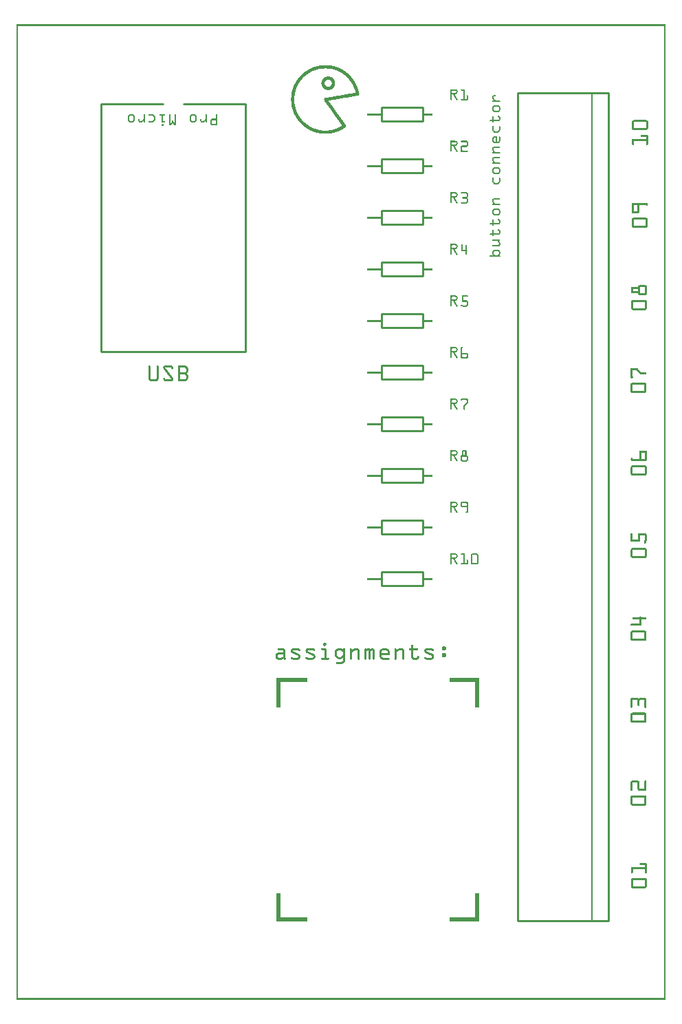
<source format=gto>
G04 MADE WITH FRITZING*
G04 WWW.FRITZING.ORG*
G04 DOUBLE SIDED*
G04 HOLES PLATED*
G04 CONTOUR ON CENTER OF CONTOUR VECTOR*
%ASAXBY*%
%FSLAX23Y23*%
%MOIN*%
%OFA0B0*%
%SFA1.0B1.0*%
%ADD10C,0.010000*%
%ADD11C,0.005000*%
%ADD12R,0.001000X0.001000*%
%LNSILK1*%
G90*
G70*
G54D10*
X1770Y2071D02*
X1970Y2071D01*
D02*
X1970Y2071D02*
X1970Y2005D01*
D02*
X1970Y2005D02*
X1770Y2005D01*
D02*
X1770Y2005D02*
X1770Y2071D01*
D02*
X1770Y2321D02*
X1970Y2321D01*
D02*
X1970Y2321D02*
X1970Y2255D01*
D02*
X1970Y2255D02*
X1770Y2255D01*
D02*
X1770Y2255D02*
X1770Y2321D01*
D02*
X1770Y2571D02*
X1970Y2571D01*
D02*
X1970Y2571D02*
X1970Y2505D01*
D02*
X1970Y2505D02*
X1770Y2505D01*
D02*
X1770Y2505D02*
X1770Y2571D01*
D02*
X1770Y2821D02*
X1970Y2821D01*
D02*
X1970Y2821D02*
X1970Y2755D01*
D02*
X1970Y2755D02*
X1770Y2755D01*
D02*
X1770Y2755D02*
X1770Y2821D01*
D02*
X1770Y3071D02*
X1970Y3071D01*
D02*
X1970Y3071D02*
X1970Y3005D01*
D02*
X1970Y3005D02*
X1770Y3005D01*
D02*
X1770Y3005D02*
X1770Y3071D01*
D02*
X1770Y3321D02*
X1970Y3321D01*
D02*
X1970Y3321D02*
X1970Y3255D01*
D02*
X1970Y3255D02*
X1770Y3255D01*
D02*
X1770Y3255D02*
X1770Y3321D01*
D02*
X1770Y3571D02*
X1970Y3571D01*
D02*
X1970Y3571D02*
X1970Y3505D01*
D02*
X1970Y3505D02*
X1770Y3505D01*
D02*
X1770Y3505D02*
X1770Y3571D01*
D02*
X1770Y3821D02*
X1970Y3821D01*
D02*
X1970Y3821D02*
X1970Y3755D01*
D02*
X1970Y3755D02*
X1770Y3755D01*
D02*
X1770Y3755D02*
X1770Y3821D01*
D02*
X1770Y4071D02*
X1970Y4071D01*
D02*
X1970Y4071D02*
X1970Y4005D01*
D02*
X1970Y4005D02*
X1770Y4005D01*
D02*
X1770Y4005D02*
X1770Y4071D01*
D02*
X1770Y4321D02*
X1970Y4321D01*
D02*
X1970Y4321D02*
X1970Y4255D01*
D02*
X1970Y4255D02*
X1770Y4255D01*
D02*
X1770Y4255D02*
X1770Y4321D01*
D02*
X2430Y4393D02*
X2430Y383D01*
D02*
X2430Y383D02*
X2870Y383D01*
D02*
X2870Y383D02*
X2870Y4393D01*
D02*
X2870Y4393D02*
X2430Y4393D01*
G54D11*
D02*
X2790Y383D02*
X2790Y4393D01*
G54D10*
D02*
X410Y4338D02*
X410Y3138D01*
D02*
X410Y3138D02*
X1110Y3138D01*
D02*
X1110Y3138D02*
X1110Y4338D01*
D02*
X410Y4338D02*
X710Y4338D01*
D02*
X810Y4338D02*
X1110Y4338D01*
G36*
X1260Y1559D02*
X1260Y1416D01*
X1280Y1416D01*
X1280Y1539D01*
X1410Y1539D01*
X1410Y1559D01*
X1260Y1559D01*
G37*
D02*
G36*
X2100Y1559D02*
X2100Y1539D01*
X2223Y1539D01*
X2223Y1416D01*
X2243Y1416D01*
X2243Y1559D01*
X2100Y1559D01*
G37*
D02*
G36*
X1260Y515D02*
X1260Y379D01*
X1410Y379D01*
X1410Y399D01*
X1280Y399D01*
X1280Y515D01*
X1260Y515D01*
G37*
D02*
G36*
X2223Y515D02*
X2223Y399D01*
X2100Y399D01*
X2100Y379D01*
X2243Y379D01*
X2243Y515D01*
X2223Y515D01*
G37*
D02*
G54D12*
X0Y4724D02*
X3148Y4724D01*
X0Y4723D02*
X3148Y4723D01*
X0Y4722D02*
X3148Y4722D01*
X0Y4721D02*
X3148Y4721D01*
X0Y4720D02*
X3148Y4720D01*
X0Y4719D02*
X3148Y4719D01*
X0Y4718D02*
X3148Y4718D01*
X0Y4717D02*
X3148Y4717D01*
X0Y4716D02*
X7Y4716D01*
X3141Y4716D02*
X3148Y4716D01*
X0Y4715D02*
X7Y4715D01*
X3141Y4715D02*
X3148Y4715D01*
X0Y4714D02*
X7Y4714D01*
X3141Y4714D02*
X3148Y4714D01*
X0Y4713D02*
X7Y4713D01*
X3141Y4713D02*
X3148Y4713D01*
X0Y4712D02*
X7Y4712D01*
X3141Y4712D02*
X3148Y4712D01*
X0Y4711D02*
X7Y4711D01*
X3141Y4711D02*
X3148Y4711D01*
X0Y4710D02*
X7Y4710D01*
X3141Y4710D02*
X3148Y4710D01*
X0Y4709D02*
X7Y4709D01*
X3141Y4709D02*
X3148Y4709D01*
X0Y4708D02*
X7Y4708D01*
X3141Y4708D02*
X3148Y4708D01*
X0Y4707D02*
X7Y4707D01*
X3141Y4707D02*
X3148Y4707D01*
X0Y4706D02*
X7Y4706D01*
X3141Y4706D02*
X3148Y4706D01*
X0Y4705D02*
X7Y4705D01*
X3141Y4705D02*
X3148Y4705D01*
X0Y4704D02*
X7Y4704D01*
X3141Y4704D02*
X3148Y4704D01*
X0Y4703D02*
X7Y4703D01*
X3141Y4703D02*
X3148Y4703D01*
X0Y4702D02*
X7Y4702D01*
X3141Y4702D02*
X3148Y4702D01*
X0Y4701D02*
X7Y4701D01*
X3141Y4701D02*
X3148Y4701D01*
X0Y4700D02*
X7Y4700D01*
X3141Y4700D02*
X3148Y4700D01*
X0Y4699D02*
X7Y4699D01*
X3141Y4699D02*
X3148Y4699D01*
X0Y4698D02*
X7Y4698D01*
X3141Y4698D02*
X3148Y4698D01*
X0Y4697D02*
X7Y4697D01*
X3141Y4697D02*
X3148Y4697D01*
X0Y4696D02*
X7Y4696D01*
X3141Y4696D02*
X3148Y4696D01*
X0Y4695D02*
X7Y4695D01*
X3141Y4695D02*
X3148Y4695D01*
X0Y4694D02*
X7Y4694D01*
X3141Y4694D02*
X3148Y4694D01*
X0Y4693D02*
X7Y4693D01*
X3141Y4693D02*
X3148Y4693D01*
X0Y4692D02*
X7Y4692D01*
X3141Y4692D02*
X3148Y4692D01*
X0Y4691D02*
X7Y4691D01*
X3141Y4691D02*
X3148Y4691D01*
X0Y4690D02*
X7Y4690D01*
X3141Y4690D02*
X3148Y4690D01*
X0Y4689D02*
X7Y4689D01*
X3141Y4689D02*
X3148Y4689D01*
X0Y4688D02*
X7Y4688D01*
X3141Y4688D02*
X3148Y4688D01*
X0Y4687D02*
X7Y4687D01*
X3141Y4687D02*
X3148Y4687D01*
X0Y4686D02*
X7Y4686D01*
X3141Y4686D02*
X3148Y4686D01*
X0Y4685D02*
X7Y4685D01*
X3141Y4685D02*
X3148Y4685D01*
X0Y4684D02*
X7Y4684D01*
X3141Y4684D02*
X3148Y4684D01*
X0Y4683D02*
X7Y4683D01*
X3141Y4683D02*
X3148Y4683D01*
X0Y4682D02*
X7Y4682D01*
X3141Y4682D02*
X3148Y4682D01*
X0Y4681D02*
X7Y4681D01*
X3141Y4681D02*
X3148Y4681D01*
X0Y4680D02*
X7Y4680D01*
X3141Y4680D02*
X3148Y4680D01*
X0Y4679D02*
X7Y4679D01*
X3141Y4679D02*
X3148Y4679D01*
X0Y4678D02*
X7Y4678D01*
X3141Y4678D02*
X3148Y4678D01*
X0Y4677D02*
X7Y4677D01*
X3141Y4677D02*
X3148Y4677D01*
X0Y4676D02*
X7Y4676D01*
X3141Y4676D02*
X3148Y4676D01*
X0Y4675D02*
X7Y4675D01*
X3141Y4675D02*
X3148Y4675D01*
X0Y4674D02*
X7Y4674D01*
X3141Y4674D02*
X3148Y4674D01*
X0Y4673D02*
X7Y4673D01*
X3141Y4673D02*
X3148Y4673D01*
X0Y4672D02*
X7Y4672D01*
X3141Y4672D02*
X3148Y4672D01*
X0Y4671D02*
X7Y4671D01*
X3141Y4671D02*
X3148Y4671D01*
X0Y4670D02*
X7Y4670D01*
X3141Y4670D02*
X3148Y4670D01*
X0Y4669D02*
X7Y4669D01*
X3141Y4669D02*
X3148Y4669D01*
X0Y4668D02*
X7Y4668D01*
X3141Y4668D02*
X3148Y4668D01*
X0Y4667D02*
X7Y4667D01*
X3141Y4667D02*
X3148Y4667D01*
X0Y4666D02*
X7Y4666D01*
X3141Y4666D02*
X3148Y4666D01*
X0Y4665D02*
X7Y4665D01*
X3141Y4665D02*
X3148Y4665D01*
X0Y4664D02*
X7Y4664D01*
X3141Y4664D02*
X3148Y4664D01*
X0Y4663D02*
X7Y4663D01*
X3141Y4663D02*
X3148Y4663D01*
X0Y4662D02*
X7Y4662D01*
X3141Y4662D02*
X3148Y4662D01*
X0Y4661D02*
X7Y4661D01*
X3141Y4661D02*
X3148Y4661D01*
X0Y4660D02*
X7Y4660D01*
X3141Y4660D02*
X3148Y4660D01*
X0Y4659D02*
X7Y4659D01*
X3141Y4659D02*
X3148Y4659D01*
X0Y4658D02*
X7Y4658D01*
X3141Y4658D02*
X3148Y4658D01*
X0Y4657D02*
X7Y4657D01*
X3141Y4657D02*
X3148Y4657D01*
X0Y4656D02*
X7Y4656D01*
X3141Y4656D02*
X3148Y4656D01*
X0Y4655D02*
X7Y4655D01*
X3141Y4655D02*
X3148Y4655D01*
X0Y4654D02*
X7Y4654D01*
X3141Y4654D02*
X3148Y4654D01*
X0Y4653D02*
X7Y4653D01*
X3141Y4653D02*
X3148Y4653D01*
X0Y4652D02*
X7Y4652D01*
X3141Y4652D02*
X3148Y4652D01*
X0Y4651D02*
X7Y4651D01*
X3141Y4651D02*
X3148Y4651D01*
X0Y4650D02*
X7Y4650D01*
X3141Y4650D02*
X3148Y4650D01*
X0Y4649D02*
X7Y4649D01*
X3141Y4649D02*
X3148Y4649D01*
X0Y4648D02*
X7Y4648D01*
X3141Y4648D02*
X3148Y4648D01*
X0Y4647D02*
X7Y4647D01*
X3141Y4647D02*
X3148Y4647D01*
X0Y4646D02*
X7Y4646D01*
X3141Y4646D02*
X3148Y4646D01*
X0Y4645D02*
X7Y4645D01*
X3141Y4645D02*
X3148Y4645D01*
X0Y4644D02*
X7Y4644D01*
X3141Y4644D02*
X3148Y4644D01*
X0Y4643D02*
X7Y4643D01*
X3141Y4643D02*
X3148Y4643D01*
X0Y4642D02*
X7Y4642D01*
X3141Y4642D02*
X3148Y4642D01*
X0Y4641D02*
X7Y4641D01*
X3141Y4641D02*
X3148Y4641D01*
X0Y4640D02*
X7Y4640D01*
X3141Y4640D02*
X3148Y4640D01*
X0Y4639D02*
X7Y4639D01*
X3141Y4639D02*
X3148Y4639D01*
X0Y4638D02*
X7Y4638D01*
X3141Y4638D02*
X3148Y4638D01*
X0Y4637D02*
X7Y4637D01*
X3141Y4637D02*
X3148Y4637D01*
X0Y4636D02*
X7Y4636D01*
X3141Y4636D02*
X3148Y4636D01*
X0Y4635D02*
X7Y4635D01*
X3141Y4635D02*
X3148Y4635D01*
X0Y4634D02*
X7Y4634D01*
X3141Y4634D02*
X3148Y4634D01*
X0Y4633D02*
X7Y4633D01*
X3141Y4633D02*
X3148Y4633D01*
X0Y4632D02*
X7Y4632D01*
X3141Y4632D02*
X3148Y4632D01*
X0Y4631D02*
X7Y4631D01*
X3141Y4631D02*
X3148Y4631D01*
X0Y4630D02*
X7Y4630D01*
X3141Y4630D02*
X3148Y4630D01*
X0Y4629D02*
X7Y4629D01*
X3141Y4629D02*
X3148Y4629D01*
X0Y4628D02*
X7Y4628D01*
X3141Y4628D02*
X3148Y4628D01*
X0Y4627D02*
X7Y4627D01*
X3141Y4627D02*
X3148Y4627D01*
X0Y4626D02*
X7Y4626D01*
X3141Y4626D02*
X3148Y4626D01*
X0Y4625D02*
X7Y4625D01*
X3141Y4625D02*
X3148Y4625D01*
X0Y4624D02*
X7Y4624D01*
X3141Y4624D02*
X3148Y4624D01*
X0Y4623D02*
X7Y4623D01*
X3141Y4623D02*
X3148Y4623D01*
X0Y4622D02*
X7Y4622D01*
X3141Y4622D02*
X3148Y4622D01*
X0Y4621D02*
X7Y4621D01*
X3141Y4621D02*
X3148Y4621D01*
X0Y4620D02*
X7Y4620D01*
X3141Y4620D02*
X3148Y4620D01*
X0Y4619D02*
X7Y4619D01*
X3141Y4619D02*
X3148Y4619D01*
X0Y4618D02*
X7Y4618D01*
X3141Y4618D02*
X3148Y4618D01*
X0Y4617D02*
X7Y4617D01*
X3141Y4617D02*
X3148Y4617D01*
X0Y4616D02*
X7Y4616D01*
X3141Y4616D02*
X3148Y4616D01*
X0Y4615D02*
X7Y4615D01*
X3141Y4615D02*
X3148Y4615D01*
X0Y4614D02*
X7Y4614D01*
X3141Y4614D02*
X3148Y4614D01*
X0Y4613D02*
X7Y4613D01*
X3141Y4613D02*
X3148Y4613D01*
X0Y4612D02*
X7Y4612D01*
X3141Y4612D02*
X3148Y4612D01*
X0Y4611D02*
X7Y4611D01*
X3141Y4611D02*
X3148Y4611D01*
X0Y4610D02*
X7Y4610D01*
X3141Y4610D02*
X3148Y4610D01*
X0Y4609D02*
X7Y4609D01*
X3141Y4609D02*
X3148Y4609D01*
X0Y4608D02*
X7Y4608D01*
X3141Y4608D02*
X3148Y4608D01*
X0Y4607D02*
X7Y4607D01*
X3141Y4607D02*
X3148Y4607D01*
X0Y4606D02*
X7Y4606D01*
X3141Y4606D02*
X3148Y4606D01*
X0Y4605D02*
X7Y4605D01*
X3141Y4605D02*
X3148Y4605D01*
X0Y4604D02*
X7Y4604D01*
X3141Y4604D02*
X3148Y4604D01*
X0Y4603D02*
X7Y4603D01*
X3141Y4603D02*
X3148Y4603D01*
X0Y4602D02*
X7Y4602D01*
X3141Y4602D02*
X3148Y4602D01*
X0Y4601D02*
X7Y4601D01*
X3141Y4601D02*
X3148Y4601D01*
X0Y4600D02*
X7Y4600D01*
X3141Y4600D02*
X3148Y4600D01*
X0Y4599D02*
X7Y4599D01*
X3141Y4599D02*
X3148Y4599D01*
X0Y4598D02*
X7Y4598D01*
X3141Y4598D02*
X3148Y4598D01*
X0Y4597D02*
X7Y4597D01*
X3141Y4597D02*
X3148Y4597D01*
X0Y4596D02*
X7Y4596D01*
X3141Y4596D02*
X3148Y4596D01*
X0Y4595D02*
X7Y4595D01*
X3141Y4595D02*
X3148Y4595D01*
X0Y4594D02*
X7Y4594D01*
X3141Y4594D02*
X3148Y4594D01*
X0Y4593D02*
X7Y4593D01*
X3141Y4593D02*
X3148Y4593D01*
X0Y4592D02*
X7Y4592D01*
X3141Y4592D02*
X3148Y4592D01*
X0Y4591D02*
X7Y4591D01*
X3141Y4591D02*
X3148Y4591D01*
X0Y4590D02*
X7Y4590D01*
X3141Y4590D02*
X3148Y4590D01*
X0Y4589D02*
X7Y4589D01*
X3141Y4589D02*
X3148Y4589D01*
X0Y4588D02*
X7Y4588D01*
X3141Y4588D02*
X3148Y4588D01*
X0Y4587D02*
X7Y4587D01*
X3141Y4587D02*
X3148Y4587D01*
X0Y4586D02*
X7Y4586D01*
X3141Y4586D02*
X3148Y4586D01*
X0Y4585D02*
X7Y4585D01*
X3141Y4585D02*
X3148Y4585D01*
X0Y4584D02*
X7Y4584D01*
X3141Y4584D02*
X3148Y4584D01*
X0Y4583D02*
X7Y4583D01*
X3141Y4583D02*
X3148Y4583D01*
X0Y4582D02*
X7Y4582D01*
X3141Y4582D02*
X3148Y4582D01*
X0Y4581D02*
X7Y4581D01*
X3141Y4581D02*
X3148Y4581D01*
X0Y4580D02*
X7Y4580D01*
X3141Y4580D02*
X3148Y4580D01*
X0Y4579D02*
X7Y4579D01*
X3141Y4579D02*
X3148Y4579D01*
X0Y4578D02*
X7Y4578D01*
X3141Y4578D02*
X3148Y4578D01*
X0Y4577D02*
X7Y4577D01*
X3141Y4577D02*
X3148Y4577D01*
X0Y4576D02*
X7Y4576D01*
X3141Y4576D02*
X3148Y4576D01*
X0Y4575D02*
X7Y4575D01*
X3141Y4575D02*
X3148Y4575D01*
X0Y4574D02*
X7Y4574D01*
X3141Y4574D02*
X3148Y4574D01*
X0Y4573D02*
X7Y4573D01*
X3141Y4573D02*
X3148Y4573D01*
X0Y4572D02*
X7Y4572D01*
X3141Y4572D02*
X3148Y4572D01*
X0Y4571D02*
X7Y4571D01*
X3141Y4571D02*
X3148Y4571D01*
X0Y4570D02*
X7Y4570D01*
X3141Y4570D02*
X3148Y4570D01*
X0Y4569D02*
X7Y4569D01*
X3141Y4569D02*
X3148Y4569D01*
X0Y4568D02*
X7Y4568D01*
X3141Y4568D02*
X3148Y4568D01*
X0Y4567D02*
X7Y4567D01*
X3141Y4567D02*
X3148Y4567D01*
X0Y4566D02*
X7Y4566D01*
X3141Y4566D02*
X3148Y4566D01*
X0Y4565D02*
X7Y4565D01*
X3141Y4565D02*
X3148Y4565D01*
X0Y4564D02*
X7Y4564D01*
X3141Y4564D02*
X3148Y4564D01*
X0Y4563D02*
X7Y4563D01*
X3141Y4563D02*
X3148Y4563D01*
X0Y4562D02*
X7Y4562D01*
X3141Y4562D02*
X3148Y4562D01*
X0Y4561D02*
X7Y4561D01*
X3141Y4561D02*
X3148Y4561D01*
X0Y4560D02*
X7Y4560D01*
X3141Y4560D02*
X3148Y4560D01*
X0Y4559D02*
X7Y4559D01*
X3141Y4559D02*
X3148Y4559D01*
X0Y4558D02*
X7Y4558D01*
X3141Y4558D02*
X3148Y4558D01*
X0Y4557D02*
X7Y4557D01*
X3141Y4557D02*
X3148Y4557D01*
X0Y4556D02*
X7Y4556D01*
X3141Y4556D02*
X3148Y4556D01*
X0Y4555D02*
X7Y4555D01*
X3141Y4555D02*
X3148Y4555D01*
X0Y4554D02*
X7Y4554D01*
X3141Y4554D02*
X3148Y4554D01*
X0Y4553D02*
X7Y4553D01*
X3141Y4553D02*
X3148Y4553D01*
X0Y4552D02*
X7Y4552D01*
X3141Y4552D02*
X3148Y4552D01*
X0Y4551D02*
X7Y4551D01*
X3141Y4551D02*
X3148Y4551D01*
X0Y4550D02*
X7Y4550D01*
X3141Y4550D02*
X3148Y4550D01*
X0Y4549D02*
X7Y4549D01*
X3141Y4549D02*
X3148Y4549D01*
X0Y4548D02*
X7Y4548D01*
X3141Y4548D02*
X3148Y4548D01*
X0Y4547D02*
X7Y4547D01*
X3141Y4547D02*
X3148Y4547D01*
X0Y4546D02*
X7Y4546D01*
X3141Y4546D02*
X3148Y4546D01*
X0Y4545D02*
X7Y4545D01*
X3141Y4545D02*
X3148Y4545D01*
X0Y4544D02*
X7Y4544D01*
X3141Y4544D02*
X3148Y4544D01*
X0Y4543D02*
X7Y4543D01*
X3141Y4543D02*
X3148Y4543D01*
X0Y4542D02*
X7Y4542D01*
X3141Y4542D02*
X3148Y4542D01*
X0Y4541D02*
X7Y4541D01*
X3141Y4541D02*
X3148Y4541D01*
X0Y4540D02*
X7Y4540D01*
X3141Y4540D02*
X3148Y4540D01*
X0Y4539D02*
X7Y4539D01*
X3141Y4539D02*
X3148Y4539D01*
X0Y4538D02*
X7Y4538D01*
X3141Y4538D02*
X3148Y4538D01*
X0Y4537D02*
X7Y4537D01*
X3141Y4537D02*
X3148Y4537D01*
X0Y4536D02*
X7Y4536D01*
X3141Y4536D02*
X3148Y4536D01*
X0Y4535D02*
X7Y4535D01*
X3141Y4535D02*
X3148Y4535D01*
X0Y4534D02*
X7Y4534D01*
X3141Y4534D02*
X3148Y4534D01*
X0Y4533D02*
X7Y4533D01*
X3141Y4533D02*
X3148Y4533D01*
X0Y4532D02*
X7Y4532D01*
X3141Y4532D02*
X3148Y4532D01*
X0Y4531D02*
X7Y4531D01*
X3141Y4531D02*
X3148Y4531D01*
X0Y4530D02*
X7Y4530D01*
X3141Y4530D02*
X3148Y4530D01*
X0Y4529D02*
X7Y4529D01*
X3141Y4529D02*
X3148Y4529D01*
X0Y4528D02*
X7Y4528D01*
X3141Y4528D02*
X3148Y4528D01*
X0Y4527D02*
X7Y4527D01*
X3141Y4527D02*
X3148Y4527D01*
X0Y4526D02*
X7Y4526D01*
X1482Y4526D02*
X1515Y4526D01*
X3141Y4526D02*
X3148Y4526D01*
X0Y4525D02*
X7Y4525D01*
X1474Y4525D02*
X1523Y4525D01*
X3141Y4525D02*
X3148Y4525D01*
X0Y4524D02*
X7Y4524D01*
X1468Y4524D02*
X1529Y4524D01*
X3141Y4524D02*
X3148Y4524D01*
X0Y4523D02*
X7Y4523D01*
X1463Y4523D02*
X1534Y4523D01*
X3141Y4523D02*
X3148Y4523D01*
X0Y4522D02*
X7Y4522D01*
X1459Y4522D02*
X1538Y4522D01*
X3141Y4522D02*
X3148Y4522D01*
X0Y4521D02*
X7Y4521D01*
X1455Y4521D02*
X1542Y4521D01*
X3141Y4521D02*
X3148Y4521D01*
X0Y4520D02*
X7Y4520D01*
X1451Y4520D02*
X1545Y4520D01*
X3141Y4520D02*
X3148Y4520D01*
X0Y4519D02*
X7Y4519D01*
X1448Y4519D02*
X1548Y4519D01*
X3141Y4519D02*
X3148Y4519D01*
X0Y4518D02*
X7Y4518D01*
X1445Y4518D02*
X1551Y4518D01*
X3141Y4518D02*
X3148Y4518D01*
X0Y4517D02*
X7Y4517D01*
X1442Y4517D02*
X1554Y4517D01*
X3141Y4517D02*
X3148Y4517D01*
X0Y4516D02*
X7Y4516D01*
X1440Y4516D02*
X1557Y4516D01*
X3141Y4516D02*
X3148Y4516D01*
X0Y4515D02*
X7Y4515D01*
X1437Y4515D02*
X1559Y4515D01*
X3141Y4515D02*
X3148Y4515D01*
X0Y4514D02*
X7Y4514D01*
X1435Y4514D02*
X1562Y4514D01*
X3141Y4514D02*
X3148Y4514D01*
X0Y4513D02*
X7Y4513D01*
X1432Y4513D02*
X1564Y4513D01*
X3141Y4513D02*
X3148Y4513D01*
X0Y4512D02*
X7Y4512D01*
X1430Y4512D02*
X1566Y4512D01*
X3141Y4512D02*
X3148Y4512D01*
X0Y4511D02*
X7Y4511D01*
X1428Y4511D02*
X1493Y4511D01*
X1503Y4511D02*
X1569Y4511D01*
X3141Y4511D02*
X3148Y4511D01*
X0Y4510D02*
X7Y4510D01*
X1426Y4510D02*
X1480Y4510D01*
X1517Y4510D02*
X1571Y4510D01*
X3141Y4510D02*
X3148Y4510D01*
X0Y4509D02*
X7Y4509D01*
X1424Y4509D02*
X1473Y4509D01*
X1524Y4509D02*
X1573Y4509D01*
X3141Y4509D02*
X3148Y4509D01*
X0Y4508D02*
X7Y4508D01*
X1422Y4508D02*
X1468Y4508D01*
X1529Y4508D02*
X1575Y4508D01*
X3141Y4508D02*
X3148Y4508D01*
X0Y4507D02*
X7Y4507D01*
X1420Y4507D02*
X1463Y4507D01*
X1533Y4507D02*
X1577Y4507D01*
X3141Y4507D02*
X3148Y4507D01*
X0Y4506D02*
X7Y4506D01*
X1418Y4506D02*
X1459Y4506D01*
X1537Y4506D02*
X1578Y4506D01*
X3141Y4506D02*
X3148Y4506D01*
X0Y4505D02*
X7Y4505D01*
X1416Y4505D02*
X1456Y4505D01*
X1541Y4505D02*
X1580Y4505D01*
X3141Y4505D02*
X3148Y4505D01*
X0Y4504D02*
X7Y4504D01*
X1415Y4504D02*
X1452Y4504D01*
X1544Y4504D02*
X1582Y4504D01*
X3141Y4504D02*
X3148Y4504D01*
X0Y4503D02*
X7Y4503D01*
X1413Y4503D02*
X1449Y4503D01*
X1547Y4503D02*
X1583Y4503D01*
X3141Y4503D02*
X3148Y4503D01*
X0Y4502D02*
X7Y4502D01*
X1411Y4502D02*
X1446Y4502D01*
X1550Y4502D02*
X1585Y4502D01*
X3141Y4502D02*
X3148Y4502D01*
X0Y4501D02*
X7Y4501D01*
X1410Y4501D02*
X1444Y4501D01*
X1553Y4501D02*
X1587Y4501D01*
X3141Y4501D02*
X3148Y4501D01*
X0Y4500D02*
X7Y4500D01*
X1408Y4500D02*
X1441Y4500D01*
X1555Y4500D02*
X1588Y4500D01*
X3141Y4500D02*
X3148Y4500D01*
X0Y4499D02*
X7Y4499D01*
X1407Y4499D02*
X1439Y4499D01*
X1558Y4499D02*
X1590Y4499D01*
X3141Y4499D02*
X3148Y4499D01*
X0Y4498D02*
X7Y4498D01*
X1405Y4498D02*
X1436Y4498D01*
X1560Y4498D02*
X1591Y4498D01*
X3141Y4498D02*
X3148Y4498D01*
X0Y4497D02*
X7Y4497D01*
X1404Y4497D02*
X1434Y4497D01*
X1562Y4497D02*
X1593Y4497D01*
X3141Y4497D02*
X3148Y4497D01*
X0Y4496D02*
X7Y4496D01*
X1402Y4496D02*
X1432Y4496D01*
X1564Y4496D02*
X1594Y4496D01*
X3141Y4496D02*
X3148Y4496D01*
X0Y4495D02*
X7Y4495D01*
X1401Y4495D02*
X1430Y4495D01*
X1566Y4495D02*
X1596Y4495D01*
X3141Y4495D02*
X3148Y4495D01*
X0Y4494D02*
X7Y4494D01*
X1399Y4494D02*
X1428Y4494D01*
X1568Y4494D02*
X1597Y4494D01*
X3141Y4494D02*
X3148Y4494D01*
X0Y4493D02*
X7Y4493D01*
X1398Y4493D02*
X1426Y4493D01*
X1570Y4493D02*
X1598Y4493D01*
X3141Y4493D02*
X3148Y4493D01*
X0Y4492D02*
X7Y4492D01*
X1397Y4492D02*
X1424Y4492D01*
X1572Y4492D02*
X1599Y4492D01*
X3141Y4492D02*
X3148Y4492D01*
X0Y4491D02*
X7Y4491D01*
X1395Y4491D02*
X1423Y4491D01*
X1574Y4491D02*
X1601Y4491D01*
X3141Y4491D02*
X3148Y4491D01*
X0Y4490D02*
X7Y4490D01*
X1394Y4490D02*
X1421Y4490D01*
X1575Y4490D02*
X1602Y4490D01*
X3141Y4490D02*
X3148Y4490D01*
X0Y4489D02*
X7Y4489D01*
X1393Y4489D02*
X1419Y4489D01*
X1577Y4489D02*
X1603Y4489D01*
X3141Y4489D02*
X3148Y4489D01*
X0Y4488D02*
X7Y4488D01*
X1392Y4488D02*
X1418Y4488D01*
X1579Y4488D02*
X1604Y4488D01*
X3141Y4488D02*
X3148Y4488D01*
X0Y4487D02*
X7Y4487D01*
X1391Y4487D02*
X1416Y4487D01*
X1580Y4487D02*
X1606Y4487D01*
X3141Y4487D02*
X3148Y4487D01*
X0Y4486D02*
X7Y4486D01*
X1389Y4486D02*
X1415Y4486D01*
X1582Y4486D02*
X1607Y4486D01*
X3141Y4486D02*
X3148Y4486D01*
X0Y4485D02*
X7Y4485D01*
X1388Y4485D02*
X1413Y4485D01*
X1583Y4485D02*
X1608Y4485D01*
X3141Y4485D02*
X3148Y4485D01*
X0Y4484D02*
X7Y4484D01*
X1387Y4484D02*
X1412Y4484D01*
X1585Y4484D02*
X1609Y4484D01*
X3141Y4484D02*
X3148Y4484D01*
X0Y4483D02*
X7Y4483D01*
X1386Y4483D02*
X1410Y4483D01*
X1586Y4483D02*
X1610Y4483D01*
X3141Y4483D02*
X3148Y4483D01*
X0Y4482D02*
X7Y4482D01*
X1385Y4482D02*
X1409Y4482D01*
X1587Y4482D02*
X1611Y4482D01*
X3141Y4482D02*
X3148Y4482D01*
X0Y4481D02*
X7Y4481D01*
X1384Y4481D02*
X1407Y4481D01*
X1589Y4481D02*
X1612Y4481D01*
X3141Y4481D02*
X3148Y4481D01*
X0Y4480D02*
X7Y4480D01*
X1383Y4480D02*
X1406Y4480D01*
X1590Y4480D02*
X1613Y4480D01*
X3141Y4480D02*
X3148Y4480D01*
X0Y4479D02*
X7Y4479D01*
X1382Y4479D02*
X1405Y4479D01*
X1591Y4479D02*
X1614Y4479D01*
X3141Y4479D02*
X3148Y4479D01*
X0Y4478D02*
X7Y4478D01*
X1381Y4478D02*
X1404Y4478D01*
X1593Y4478D02*
X1615Y4478D01*
X3141Y4478D02*
X3148Y4478D01*
X0Y4477D02*
X7Y4477D01*
X1380Y4477D02*
X1402Y4477D01*
X1594Y4477D02*
X1616Y4477D01*
X3141Y4477D02*
X3148Y4477D01*
X0Y4476D02*
X7Y4476D01*
X1379Y4476D02*
X1401Y4476D01*
X1595Y4476D02*
X1617Y4476D01*
X3141Y4476D02*
X3148Y4476D01*
X0Y4475D02*
X7Y4475D01*
X1378Y4475D02*
X1400Y4475D01*
X1596Y4475D02*
X1618Y4475D01*
X3141Y4475D02*
X3148Y4475D01*
X0Y4474D02*
X7Y4474D01*
X1377Y4474D02*
X1399Y4474D01*
X1597Y4474D02*
X1619Y4474D01*
X3141Y4474D02*
X3148Y4474D01*
X0Y4473D02*
X7Y4473D01*
X1376Y4473D02*
X1398Y4473D01*
X1599Y4473D02*
X1620Y4473D01*
X3141Y4473D02*
X3148Y4473D01*
X0Y4472D02*
X7Y4472D01*
X1375Y4472D02*
X1397Y4472D01*
X1507Y4472D02*
X1517Y4472D01*
X1600Y4472D02*
X1621Y4472D01*
X3141Y4472D02*
X3148Y4472D01*
X0Y4471D02*
X7Y4471D01*
X1374Y4471D02*
X1395Y4471D01*
X1503Y4471D02*
X1521Y4471D01*
X1601Y4471D02*
X1622Y4471D01*
X3141Y4471D02*
X3148Y4471D01*
X0Y4470D02*
X7Y4470D01*
X1373Y4470D02*
X1394Y4470D01*
X1500Y4470D02*
X1524Y4470D01*
X1602Y4470D02*
X1623Y4470D01*
X3141Y4470D02*
X3148Y4470D01*
X0Y4469D02*
X7Y4469D01*
X1372Y4469D02*
X1393Y4469D01*
X1498Y4469D02*
X1526Y4469D01*
X1603Y4469D02*
X1624Y4469D01*
X3141Y4469D02*
X3148Y4469D01*
X0Y4468D02*
X7Y4468D01*
X1372Y4468D02*
X1392Y4468D01*
X1496Y4468D02*
X1528Y4468D01*
X1604Y4468D02*
X1624Y4468D01*
X3141Y4468D02*
X3148Y4468D01*
X0Y4467D02*
X7Y4467D01*
X1371Y4467D02*
X1391Y4467D01*
X1494Y4467D02*
X1530Y4467D01*
X1605Y4467D02*
X1625Y4467D01*
X3141Y4467D02*
X3148Y4467D01*
X0Y4466D02*
X7Y4466D01*
X1370Y4466D02*
X1390Y4466D01*
X1493Y4466D02*
X1531Y4466D01*
X1606Y4466D02*
X1626Y4466D01*
X3141Y4466D02*
X3148Y4466D01*
X0Y4465D02*
X7Y4465D01*
X1369Y4465D02*
X1389Y4465D01*
X1492Y4465D02*
X1532Y4465D01*
X1607Y4465D02*
X1627Y4465D01*
X3141Y4465D02*
X3148Y4465D01*
X0Y4464D02*
X7Y4464D01*
X1368Y4464D02*
X1388Y4464D01*
X1490Y4464D02*
X1534Y4464D01*
X1608Y4464D02*
X1628Y4464D01*
X3141Y4464D02*
X3148Y4464D01*
X0Y4463D02*
X7Y4463D01*
X1368Y4463D02*
X1387Y4463D01*
X1489Y4463D02*
X1535Y4463D01*
X1609Y4463D02*
X1628Y4463D01*
X3141Y4463D02*
X3148Y4463D01*
X0Y4462D02*
X7Y4462D01*
X1367Y4462D02*
X1386Y4462D01*
X1488Y4462D02*
X1536Y4462D01*
X1610Y4462D02*
X1629Y4462D01*
X3141Y4462D02*
X3148Y4462D01*
X0Y4461D02*
X7Y4461D01*
X1366Y4461D02*
X1386Y4461D01*
X1487Y4461D02*
X1537Y4461D01*
X1611Y4461D02*
X1630Y4461D01*
X3141Y4461D02*
X3148Y4461D01*
X0Y4460D02*
X7Y4460D01*
X1365Y4460D02*
X1385Y4460D01*
X1487Y4460D02*
X1537Y4460D01*
X1611Y4460D02*
X1631Y4460D01*
X3141Y4460D02*
X3148Y4460D01*
X0Y4459D02*
X7Y4459D01*
X1365Y4459D02*
X1384Y4459D01*
X1486Y4459D02*
X1538Y4459D01*
X1612Y4459D02*
X1632Y4459D01*
X3141Y4459D02*
X3148Y4459D01*
X0Y4458D02*
X7Y4458D01*
X1364Y4458D02*
X1383Y4458D01*
X1485Y4458D02*
X1539Y4458D01*
X1613Y4458D02*
X1632Y4458D01*
X3141Y4458D02*
X3148Y4458D01*
X0Y4457D02*
X7Y4457D01*
X1363Y4457D02*
X1382Y4457D01*
X1484Y4457D02*
X1539Y4457D01*
X1614Y4457D02*
X1633Y4457D01*
X3141Y4457D02*
X3148Y4457D01*
X0Y4456D02*
X7Y4456D01*
X1362Y4456D02*
X1381Y4456D01*
X1484Y4456D02*
X1507Y4456D01*
X1517Y4456D02*
X1540Y4456D01*
X1615Y4456D02*
X1634Y4456D01*
X3141Y4456D02*
X3148Y4456D01*
X0Y4455D02*
X7Y4455D01*
X1362Y4455D02*
X1380Y4455D01*
X1483Y4455D02*
X1504Y4455D01*
X1520Y4455D02*
X1541Y4455D01*
X1616Y4455D02*
X1634Y4455D01*
X3141Y4455D02*
X3148Y4455D01*
X0Y4454D02*
X7Y4454D01*
X1361Y4454D02*
X1380Y4454D01*
X1483Y4454D02*
X1502Y4454D01*
X1522Y4454D02*
X1541Y4454D01*
X1616Y4454D02*
X1635Y4454D01*
X3141Y4454D02*
X3148Y4454D01*
X0Y4453D02*
X7Y4453D01*
X1360Y4453D02*
X1379Y4453D01*
X1482Y4453D02*
X1501Y4453D01*
X1523Y4453D02*
X1542Y4453D01*
X1617Y4453D02*
X1636Y4453D01*
X3141Y4453D02*
X3148Y4453D01*
X0Y4452D02*
X7Y4452D01*
X1360Y4452D02*
X1378Y4452D01*
X1482Y4452D02*
X1500Y4452D01*
X1524Y4452D02*
X1542Y4452D01*
X1618Y4452D02*
X1636Y4452D01*
X3141Y4452D02*
X3148Y4452D01*
X0Y4451D02*
X7Y4451D01*
X1359Y4451D02*
X1377Y4451D01*
X1481Y4451D02*
X1499Y4451D01*
X1525Y4451D02*
X1542Y4451D01*
X1619Y4451D02*
X1637Y4451D01*
X3141Y4451D02*
X3148Y4451D01*
X0Y4450D02*
X7Y4450D01*
X1358Y4450D02*
X1377Y4450D01*
X1481Y4450D02*
X1498Y4450D01*
X1526Y4450D02*
X1543Y4450D01*
X1620Y4450D02*
X1638Y4450D01*
X3141Y4450D02*
X3148Y4450D01*
X0Y4449D02*
X7Y4449D01*
X1358Y4449D02*
X1376Y4449D01*
X1481Y4449D02*
X1497Y4449D01*
X1527Y4449D02*
X1543Y4449D01*
X1620Y4449D02*
X1638Y4449D01*
X3141Y4449D02*
X3148Y4449D01*
X0Y4448D02*
X7Y4448D01*
X1357Y4448D02*
X1375Y4448D01*
X1480Y4448D02*
X1497Y4448D01*
X1527Y4448D02*
X1543Y4448D01*
X1621Y4448D02*
X1639Y4448D01*
X3141Y4448D02*
X3148Y4448D01*
X0Y4447D02*
X7Y4447D01*
X1357Y4447D02*
X1374Y4447D01*
X1480Y4447D02*
X1496Y4447D01*
X1528Y4447D02*
X1544Y4447D01*
X1622Y4447D02*
X1640Y4447D01*
X3141Y4447D02*
X3148Y4447D01*
X0Y4446D02*
X7Y4446D01*
X1356Y4446D02*
X1374Y4446D01*
X1480Y4446D02*
X1496Y4446D01*
X1528Y4446D02*
X1544Y4446D01*
X1622Y4446D02*
X1640Y4446D01*
X3141Y4446D02*
X3148Y4446D01*
X0Y4445D02*
X7Y4445D01*
X1355Y4445D02*
X1373Y4445D01*
X1480Y4445D02*
X1495Y4445D01*
X1529Y4445D02*
X1544Y4445D01*
X1623Y4445D02*
X1641Y4445D01*
X3141Y4445D02*
X3148Y4445D01*
X0Y4444D02*
X7Y4444D01*
X1355Y4444D02*
X1372Y4444D01*
X1480Y4444D02*
X1495Y4444D01*
X1529Y4444D02*
X1544Y4444D01*
X1624Y4444D02*
X1641Y4444D01*
X3141Y4444D02*
X3148Y4444D01*
X0Y4443D02*
X7Y4443D01*
X1354Y4443D02*
X1372Y4443D01*
X1480Y4443D02*
X1495Y4443D01*
X1529Y4443D02*
X1544Y4443D01*
X1624Y4443D02*
X1642Y4443D01*
X3141Y4443D02*
X3148Y4443D01*
X0Y4442D02*
X7Y4442D01*
X1354Y4442D02*
X1371Y4442D01*
X1479Y4442D02*
X1494Y4442D01*
X1530Y4442D02*
X1544Y4442D01*
X1625Y4442D02*
X1643Y4442D01*
X3141Y4442D02*
X3148Y4442D01*
X0Y4441D02*
X7Y4441D01*
X1353Y4441D02*
X1370Y4441D01*
X1479Y4441D02*
X1494Y4441D01*
X1530Y4441D02*
X1545Y4441D01*
X1626Y4441D02*
X1643Y4441D01*
X3141Y4441D02*
X3148Y4441D01*
X0Y4440D02*
X7Y4440D01*
X1352Y4440D02*
X1370Y4440D01*
X1479Y4440D02*
X1494Y4440D01*
X1530Y4440D02*
X1545Y4440D01*
X1626Y4440D02*
X1644Y4440D01*
X3141Y4440D02*
X3148Y4440D01*
X0Y4439D02*
X7Y4439D01*
X1352Y4439D02*
X1369Y4439D01*
X1479Y4439D02*
X1494Y4439D01*
X1530Y4439D02*
X1545Y4439D01*
X1627Y4439D02*
X1644Y4439D01*
X3141Y4439D02*
X3148Y4439D01*
X0Y4438D02*
X7Y4438D01*
X1351Y4438D02*
X1369Y4438D01*
X1479Y4438D02*
X1494Y4438D01*
X1530Y4438D02*
X1545Y4438D01*
X1628Y4438D02*
X1645Y4438D01*
X3141Y4438D02*
X3148Y4438D01*
X0Y4437D02*
X7Y4437D01*
X1351Y4437D02*
X1368Y4437D01*
X1479Y4437D02*
X1494Y4437D01*
X1530Y4437D02*
X1545Y4437D01*
X1628Y4437D02*
X1645Y4437D01*
X3141Y4437D02*
X3148Y4437D01*
X0Y4436D02*
X7Y4436D01*
X1350Y4436D02*
X1367Y4436D01*
X1480Y4436D02*
X1495Y4436D01*
X1529Y4436D02*
X1544Y4436D01*
X1629Y4436D02*
X1646Y4436D01*
X3141Y4436D02*
X3148Y4436D01*
X0Y4435D02*
X7Y4435D01*
X1350Y4435D02*
X1367Y4435D01*
X1480Y4435D02*
X1495Y4435D01*
X1529Y4435D02*
X1544Y4435D01*
X1629Y4435D02*
X1646Y4435D01*
X3141Y4435D02*
X3148Y4435D01*
X0Y4434D02*
X7Y4434D01*
X1349Y4434D02*
X1366Y4434D01*
X1480Y4434D02*
X1495Y4434D01*
X1529Y4434D02*
X1544Y4434D01*
X1630Y4434D02*
X1647Y4434D01*
X3141Y4434D02*
X3148Y4434D01*
X0Y4433D02*
X7Y4433D01*
X1349Y4433D02*
X1366Y4433D01*
X1480Y4433D02*
X1495Y4433D01*
X1529Y4433D02*
X1544Y4433D01*
X1630Y4433D02*
X1647Y4433D01*
X3141Y4433D02*
X3148Y4433D01*
X0Y4432D02*
X7Y4432D01*
X1348Y4432D02*
X1365Y4432D01*
X1480Y4432D02*
X1496Y4432D01*
X1528Y4432D02*
X1544Y4432D01*
X1631Y4432D02*
X1648Y4432D01*
X3141Y4432D02*
X3148Y4432D01*
X0Y4431D02*
X7Y4431D01*
X1348Y4431D02*
X1365Y4431D01*
X1480Y4431D02*
X1496Y4431D01*
X1528Y4431D02*
X1544Y4431D01*
X1632Y4431D02*
X1648Y4431D01*
X3141Y4431D02*
X3148Y4431D01*
X0Y4430D02*
X7Y4430D01*
X1347Y4430D02*
X1364Y4430D01*
X1481Y4430D02*
X1497Y4430D01*
X1527Y4430D02*
X1543Y4430D01*
X1632Y4430D02*
X1649Y4430D01*
X3141Y4430D02*
X3148Y4430D01*
X0Y4429D02*
X7Y4429D01*
X1347Y4429D02*
X1364Y4429D01*
X1481Y4429D02*
X1498Y4429D01*
X1526Y4429D02*
X1543Y4429D01*
X1633Y4429D02*
X1649Y4429D01*
X3141Y4429D02*
X3148Y4429D01*
X0Y4428D02*
X7Y4428D01*
X1347Y4428D02*
X1363Y4428D01*
X1481Y4428D02*
X1499Y4428D01*
X1525Y4428D02*
X1543Y4428D01*
X1633Y4428D02*
X1650Y4428D01*
X3141Y4428D02*
X3148Y4428D01*
X0Y4427D02*
X7Y4427D01*
X1346Y4427D02*
X1363Y4427D01*
X1482Y4427D02*
X1499Y4427D01*
X1525Y4427D02*
X1542Y4427D01*
X1634Y4427D02*
X1650Y4427D01*
X3141Y4427D02*
X3148Y4427D01*
X0Y4426D02*
X7Y4426D01*
X1346Y4426D02*
X1362Y4426D01*
X1482Y4426D02*
X1501Y4426D01*
X1523Y4426D02*
X1542Y4426D01*
X1634Y4426D02*
X1650Y4426D01*
X3141Y4426D02*
X3148Y4426D01*
X0Y4425D02*
X7Y4425D01*
X1345Y4425D02*
X1362Y4425D01*
X1483Y4425D02*
X1502Y4425D01*
X1522Y4425D02*
X1541Y4425D01*
X1635Y4425D02*
X1651Y4425D01*
X3141Y4425D02*
X3148Y4425D01*
X0Y4424D02*
X7Y4424D01*
X1345Y4424D02*
X1361Y4424D01*
X1483Y4424D02*
X1504Y4424D01*
X1520Y4424D02*
X1541Y4424D01*
X1635Y4424D02*
X1651Y4424D01*
X3141Y4424D02*
X3148Y4424D01*
X0Y4423D02*
X7Y4423D01*
X1344Y4423D02*
X1361Y4423D01*
X1484Y4423D02*
X1506Y4423D01*
X1518Y4423D02*
X1540Y4423D01*
X1635Y4423D02*
X1652Y4423D01*
X3141Y4423D02*
X3148Y4423D01*
X0Y4422D02*
X7Y4422D01*
X1344Y4422D02*
X1360Y4422D01*
X1484Y4422D02*
X1540Y4422D01*
X1636Y4422D02*
X1652Y4422D01*
X3141Y4422D02*
X3148Y4422D01*
X0Y4421D02*
X7Y4421D01*
X1344Y4421D02*
X1360Y4421D01*
X1485Y4421D02*
X1539Y4421D01*
X1636Y4421D02*
X1653Y4421D01*
X3141Y4421D02*
X3148Y4421D01*
X0Y4420D02*
X7Y4420D01*
X1343Y4420D02*
X1359Y4420D01*
X1486Y4420D02*
X1538Y4420D01*
X1637Y4420D02*
X1653Y4420D01*
X3141Y4420D02*
X3148Y4420D01*
X0Y4419D02*
X7Y4419D01*
X1343Y4419D02*
X1359Y4419D01*
X1486Y4419D02*
X1538Y4419D01*
X1637Y4419D02*
X1653Y4419D01*
X3141Y4419D02*
X3148Y4419D01*
X0Y4418D02*
X7Y4418D01*
X1343Y4418D02*
X1359Y4418D01*
X1487Y4418D02*
X1537Y4418D01*
X1638Y4418D02*
X1654Y4418D01*
X3141Y4418D02*
X3148Y4418D01*
X0Y4417D02*
X7Y4417D01*
X1342Y4417D02*
X1358Y4417D01*
X1488Y4417D02*
X1536Y4417D01*
X1638Y4417D02*
X1654Y4417D01*
X3141Y4417D02*
X3148Y4417D01*
X0Y4416D02*
X7Y4416D01*
X1342Y4416D02*
X1358Y4416D01*
X1489Y4416D02*
X1535Y4416D01*
X1638Y4416D02*
X1654Y4416D01*
X3141Y4416D02*
X3148Y4416D01*
X0Y4415D02*
X7Y4415D01*
X1341Y4415D02*
X1357Y4415D01*
X1490Y4415D02*
X1534Y4415D01*
X1639Y4415D02*
X1655Y4415D01*
X3141Y4415D02*
X3148Y4415D01*
X0Y4414D02*
X7Y4414D01*
X1341Y4414D02*
X1357Y4414D01*
X1491Y4414D02*
X1533Y4414D01*
X1639Y4414D02*
X1655Y4414D01*
X3141Y4414D02*
X3148Y4414D01*
X0Y4413D02*
X7Y4413D01*
X1341Y4413D02*
X1357Y4413D01*
X1492Y4413D02*
X1532Y4413D01*
X1640Y4413D02*
X1655Y4413D01*
X3141Y4413D02*
X3148Y4413D01*
X0Y4412D02*
X7Y4412D01*
X1340Y4412D02*
X1356Y4412D01*
X1494Y4412D02*
X1530Y4412D01*
X1640Y4412D02*
X1656Y4412D01*
X3141Y4412D02*
X3148Y4412D01*
X0Y4411D02*
X7Y4411D01*
X1340Y4411D02*
X1356Y4411D01*
X1495Y4411D02*
X1529Y4411D01*
X1640Y4411D02*
X1656Y4411D01*
X3141Y4411D02*
X3148Y4411D01*
X0Y4410D02*
X7Y4410D01*
X1340Y4410D02*
X1356Y4410D01*
X1497Y4410D02*
X1527Y4410D01*
X1641Y4410D02*
X1656Y4410D01*
X2105Y4410D02*
X2133Y4410D01*
X2156Y4410D02*
X2175Y4410D01*
X3141Y4410D02*
X3148Y4410D01*
X0Y4409D02*
X7Y4409D01*
X1340Y4409D02*
X1355Y4409D01*
X1499Y4409D02*
X1525Y4409D01*
X1641Y4409D02*
X1657Y4409D01*
X2105Y4409D02*
X2134Y4409D01*
X2156Y4409D02*
X2175Y4409D01*
X3141Y4409D02*
X3148Y4409D01*
X0Y4408D02*
X7Y4408D01*
X1339Y4408D02*
X1355Y4408D01*
X1502Y4408D02*
X1522Y4408D01*
X1641Y4408D02*
X1657Y4408D01*
X2105Y4408D02*
X2135Y4408D01*
X2155Y4408D02*
X2175Y4408D01*
X3141Y4408D02*
X3148Y4408D01*
X0Y4407D02*
X7Y4407D01*
X1339Y4407D02*
X1354Y4407D01*
X1505Y4407D02*
X1519Y4407D01*
X1642Y4407D02*
X1657Y4407D01*
X2105Y4407D02*
X2136Y4407D01*
X2155Y4407D02*
X2175Y4407D01*
X3141Y4407D02*
X3148Y4407D01*
X0Y4406D02*
X7Y4406D01*
X1339Y4406D02*
X1354Y4406D01*
X1642Y4406D02*
X1658Y4406D01*
X2105Y4406D02*
X2137Y4406D01*
X2156Y4406D02*
X2175Y4406D01*
X3141Y4406D02*
X3148Y4406D01*
X0Y4405D02*
X7Y4405D01*
X1338Y4405D02*
X1354Y4405D01*
X1642Y4405D02*
X1658Y4405D01*
X2105Y4405D02*
X2138Y4405D01*
X2156Y4405D02*
X2175Y4405D01*
X3141Y4405D02*
X3148Y4405D01*
X0Y4404D02*
X7Y4404D01*
X1338Y4404D02*
X1354Y4404D01*
X1643Y4404D02*
X1658Y4404D01*
X2105Y4404D02*
X2138Y4404D01*
X2159Y4404D02*
X2175Y4404D01*
X3141Y4404D02*
X3148Y4404D01*
X0Y4403D02*
X7Y4403D01*
X1338Y4403D02*
X1353Y4403D01*
X1643Y4403D02*
X1658Y4403D01*
X2105Y4403D02*
X2111Y4403D01*
X2132Y4403D02*
X2138Y4403D01*
X2169Y4403D02*
X2175Y4403D01*
X3141Y4403D02*
X3148Y4403D01*
X0Y4402D02*
X7Y4402D01*
X1338Y4402D02*
X1353Y4402D01*
X1643Y4402D02*
X1659Y4402D01*
X2105Y4402D02*
X2111Y4402D01*
X2132Y4402D02*
X2139Y4402D01*
X2169Y4402D02*
X2175Y4402D01*
X3141Y4402D02*
X3148Y4402D01*
X0Y4401D02*
X7Y4401D01*
X1337Y4401D02*
X1353Y4401D01*
X1644Y4401D02*
X1659Y4401D01*
X2105Y4401D02*
X2111Y4401D01*
X2133Y4401D02*
X2139Y4401D01*
X2169Y4401D02*
X2175Y4401D01*
X3141Y4401D02*
X3148Y4401D01*
X0Y4400D02*
X7Y4400D01*
X1337Y4400D02*
X1352Y4400D01*
X1644Y4400D02*
X1659Y4400D01*
X2105Y4400D02*
X2111Y4400D01*
X2133Y4400D02*
X2139Y4400D01*
X2169Y4400D02*
X2175Y4400D01*
X3141Y4400D02*
X3148Y4400D01*
X0Y4399D02*
X7Y4399D01*
X1337Y4399D02*
X1352Y4399D01*
X1644Y4399D02*
X1660Y4399D01*
X2105Y4399D02*
X2111Y4399D01*
X2133Y4399D02*
X2139Y4399D01*
X2169Y4399D02*
X2175Y4399D01*
X3141Y4399D02*
X3148Y4399D01*
X0Y4398D02*
X7Y4398D01*
X1337Y4398D02*
X1352Y4398D01*
X1644Y4398D02*
X1660Y4398D01*
X2105Y4398D02*
X2111Y4398D01*
X2133Y4398D02*
X2139Y4398D01*
X2169Y4398D02*
X2175Y4398D01*
X3141Y4398D02*
X3148Y4398D01*
X0Y4397D02*
X7Y4397D01*
X1336Y4397D02*
X1352Y4397D01*
X1645Y4397D02*
X1660Y4397D01*
X2105Y4397D02*
X2111Y4397D01*
X2133Y4397D02*
X2139Y4397D01*
X2169Y4397D02*
X2175Y4397D01*
X3141Y4397D02*
X3148Y4397D01*
X0Y4396D02*
X7Y4396D01*
X1336Y4396D02*
X1351Y4396D01*
X1645Y4396D02*
X1660Y4396D01*
X2105Y4396D02*
X2111Y4396D01*
X2133Y4396D02*
X2139Y4396D01*
X2169Y4396D02*
X2175Y4396D01*
X3141Y4396D02*
X3148Y4396D01*
X0Y4395D02*
X7Y4395D01*
X1336Y4395D02*
X1351Y4395D01*
X1645Y4395D02*
X1660Y4395D01*
X2105Y4395D02*
X2111Y4395D01*
X2132Y4395D02*
X2139Y4395D01*
X2169Y4395D02*
X2175Y4395D01*
X3141Y4395D02*
X3148Y4395D01*
X0Y4394D02*
X7Y4394D01*
X1336Y4394D02*
X1351Y4394D01*
X1645Y4394D02*
X1661Y4394D01*
X2105Y4394D02*
X2111Y4394D01*
X2131Y4394D02*
X2138Y4394D01*
X2169Y4394D02*
X2175Y4394D01*
X3141Y4394D02*
X3148Y4394D01*
X0Y4393D02*
X7Y4393D01*
X1335Y4393D02*
X1351Y4393D01*
X1644Y4393D02*
X1661Y4393D01*
X2105Y4393D02*
X2138Y4393D01*
X2169Y4393D02*
X2175Y4393D01*
X3141Y4393D02*
X3148Y4393D01*
X0Y4392D02*
X7Y4392D01*
X1335Y4392D02*
X1350Y4392D01*
X1638Y4392D02*
X1661Y4392D01*
X2105Y4392D02*
X2138Y4392D01*
X2169Y4392D02*
X2175Y4392D01*
X3141Y4392D02*
X3148Y4392D01*
X0Y4391D02*
X7Y4391D01*
X1335Y4391D02*
X1350Y4391D01*
X1632Y4391D02*
X1661Y4391D01*
X2105Y4391D02*
X2137Y4391D01*
X2169Y4391D02*
X2175Y4391D01*
X3141Y4391D02*
X3148Y4391D01*
X0Y4390D02*
X7Y4390D01*
X1335Y4390D02*
X1350Y4390D01*
X1627Y4390D02*
X1661Y4390D01*
X2105Y4390D02*
X2136Y4390D01*
X2169Y4390D02*
X2175Y4390D01*
X3141Y4390D02*
X3148Y4390D01*
X0Y4389D02*
X7Y4389D01*
X1335Y4389D02*
X1350Y4389D01*
X1621Y4389D02*
X1662Y4389D01*
X2105Y4389D02*
X2135Y4389D01*
X2169Y4389D02*
X2175Y4389D01*
X3141Y4389D02*
X3148Y4389D01*
X0Y4388D02*
X7Y4388D01*
X1335Y4388D02*
X1350Y4388D01*
X1615Y4388D02*
X1662Y4388D01*
X2105Y4388D02*
X2134Y4388D01*
X2169Y4388D02*
X2175Y4388D01*
X3141Y4388D02*
X3148Y4388D01*
X0Y4387D02*
X7Y4387D01*
X1334Y4387D02*
X1349Y4387D01*
X1609Y4387D02*
X1662Y4387D01*
X2105Y4387D02*
X2132Y4387D01*
X2169Y4387D02*
X2175Y4387D01*
X3141Y4387D02*
X3148Y4387D01*
X0Y4386D02*
X7Y4386D01*
X1334Y4386D02*
X1349Y4386D01*
X1603Y4386D02*
X1662Y4386D01*
X2105Y4386D02*
X2111Y4386D01*
X2117Y4386D02*
X2125Y4386D01*
X2169Y4386D02*
X2175Y4386D01*
X3141Y4386D02*
X3148Y4386D01*
X0Y4385D02*
X7Y4385D01*
X1334Y4385D02*
X1349Y4385D01*
X1598Y4385D02*
X1662Y4385D01*
X2105Y4385D02*
X2111Y4385D01*
X2118Y4385D02*
X2125Y4385D01*
X2169Y4385D02*
X2175Y4385D01*
X3141Y4385D02*
X3148Y4385D01*
X0Y4384D02*
X7Y4384D01*
X1334Y4384D02*
X1349Y4384D01*
X1592Y4384D02*
X1661Y4384D01*
X2105Y4384D02*
X2111Y4384D01*
X2118Y4384D02*
X2126Y4384D01*
X2169Y4384D02*
X2175Y4384D01*
X3141Y4384D02*
X3148Y4384D01*
X0Y4383D02*
X7Y4383D01*
X1334Y4383D02*
X1349Y4383D01*
X1586Y4383D02*
X1661Y4383D01*
X2105Y4383D02*
X2111Y4383D01*
X2119Y4383D02*
X2126Y4383D01*
X2169Y4383D02*
X2175Y4383D01*
X3141Y4383D02*
X3148Y4383D01*
X0Y4382D02*
X7Y4382D01*
X1334Y4382D02*
X1349Y4382D01*
X1580Y4382D02*
X1660Y4382D01*
X2105Y4382D02*
X2111Y4382D01*
X2120Y4382D02*
X2127Y4382D01*
X2169Y4382D02*
X2175Y4382D01*
X2315Y4382D02*
X2321Y4382D01*
X3141Y4382D02*
X3148Y4382D01*
X0Y4381D02*
X7Y4381D01*
X1334Y4381D02*
X1349Y4381D01*
X1574Y4381D02*
X1659Y4381D01*
X2105Y4381D02*
X2111Y4381D01*
X2120Y4381D02*
X2127Y4381D01*
X2169Y4381D02*
X2175Y4381D01*
X2184Y4381D02*
X2187Y4381D01*
X2313Y4381D02*
X2322Y4381D01*
X3141Y4381D02*
X3148Y4381D01*
X0Y4380D02*
X7Y4380D01*
X1333Y4380D02*
X1348Y4380D01*
X1569Y4380D02*
X1658Y4380D01*
X2105Y4380D02*
X2111Y4380D01*
X2121Y4380D02*
X2128Y4380D01*
X2169Y4380D02*
X2175Y4380D01*
X2183Y4380D02*
X2188Y4380D01*
X2311Y4380D02*
X2322Y4380D01*
X3141Y4380D02*
X3148Y4380D01*
X0Y4379D02*
X7Y4379D01*
X1333Y4379D02*
X1348Y4379D01*
X1563Y4379D02*
X1655Y4379D01*
X2105Y4379D02*
X2111Y4379D01*
X2121Y4379D02*
X2128Y4379D01*
X2169Y4379D02*
X2175Y4379D01*
X2183Y4379D02*
X2189Y4379D01*
X2310Y4379D02*
X2322Y4379D01*
X3141Y4379D02*
X3148Y4379D01*
X0Y4378D02*
X7Y4378D01*
X1333Y4378D02*
X1348Y4378D01*
X1557Y4378D02*
X1649Y4378D01*
X2105Y4378D02*
X2111Y4378D01*
X2122Y4378D02*
X2129Y4378D01*
X2169Y4378D02*
X2175Y4378D01*
X2183Y4378D02*
X2189Y4378D01*
X2309Y4378D02*
X2322Y4378D01*
X3141Y4378D02*
X3148Y4378D01*
X0Y4377D02*
X7Y4377D01*
X1333Y4377D02*
X1348Y4377D01*
X1551Y4377D02*
X1644Y4377D01*
X2105Y4377D02*
X2111Y4377D01*
X2122Y4377D02*
X2130Y4377D01*
X2169Y4377D02*
X2175Y4377D01*
X2183Y4377D02*
X2189Y4377D01*
X2309Y4377D02*
X2322Y4377D01*
X3141Y4377D02*
X3148Y4377D01*
X0Y4376D02*
X7Y4376D01*
X1333Y4376D02*
X1348Y4376D01*
X1545Y4376D02*
X1638Y4376D01*
X2105Y4376D02*
X2111Y4376D01*
X2123Y4376D02*
X2130Y4376D01*
X2169Y4376D02*
X2175Y4376D01*
X2183Y4376D02*
X2189Y4376D01*
X2308Y4376D02*
X2321Y4376D01*
X3141Y4376D02*
X3148Y4376D01*
X0Y4375D02*
X7Y4375D01*
X1333Y4375D02*
X1348Y4375D01*
X1540Y4375D02*
X1632Y4375D01*
X2105Y4375D02*
X2111Y4375D01*
X2124Y4375D02*
X2131Y4375D01*
X2169Y4375D02*
X2175Y4375D01*
X2183Y4375D02*
X2189Y4375D01*
X2308Y4375D02*
X2315Y4375D01*
X3141Y4375D02*
X3148Y4375D01*
X0Y4374D02*
X7Y4374D01*
X1333Y4374D02*
X1348Y4374D01*
X1534Y4374D02*
X1626Y4374D01*
X2105Y4374D02*
X2111Y4374D01*
X2124Y4374D02*
X2131Y4374D01*
X2169Y4374D02*
X2175Y4374D01*
X2183Y4374D02*
X2189Y4374D01*
X2308Y4374D02*
X2314Y4374D01*
X3141Y4374D02*
X3148Y4374D01*
X0Y4373D02*
X7Y4373D01*
X1333Y4373D02*
X1348Y4373D01*
X1528Y4373D02*
X1620Y4373D01*
X2105Y4373D02*
X2111Y4373D01*
X2125Y4373D02*
X2132Y4373D01*
X2169Y4373D02*
X2175Y4373D01*
X2183Y4373D02*
X2189Y4373D01*
X2308Y4373D02*
X2314Y4373D01*
X3141Y4373D02*
X3148Y4373D01*
X0Y4372D02*
X7Y4372D01*
X1333Y4372D02*
X1348Y4372D01*
X1522Y4372D02*
X1615Y4372D01*
X2105Y4372D02*
X2111Y4372D01*
X2125Y4372D02*
X2133Y4372D01*
X2169Y4372D02*
X2175Y4372D01*
X2183Y4372D02*
X2189Y4372D01*
X2308Y4372D02*
X2314Y4372D01*
X3141Y4372D02*
X3148Y4372D01*
X0Y4371D02*
X7Y4371D01*
X1333Y4371D02*
X1347Y4371D01*
X1516Y4371D02*
X1609Y4371D01*
X2105Y4371D02*
X2111Y4371D01*
X2126Y4371D02*
X2133Y4371D01*
X2169Y4371D02*
X2175Y4371D01*
X2183Y4371D02*
X2189Y4371D01*
X2308Y4371D02*
X2314Y4371D01*
X3141Y4371D02*
X3148Y4371D01*
X0Y4370D02*
X7Y4370D01*
X1333Y4370D02*
X1347Y4370D01*
X1510Y4370D02*
X1603Y4370D01*
X2105Y4370D02*
X2111Y4370D01*
X2127Y4370D02*
X2134Y4370D01*
X2169Y4370D02*
X2175Y4370D01*
X2183Y4370D02*
X2189Y4370D01*
X2308Y4370D02*
X2314Y4370D01*
X3141Y4370D02*
X3148Y4370D01*
X0Y4369D02*
X7Y4369D01*
X1332Y4369D02*
X1347Y4369D01*
X1505Y4369D02*
X1597Y4369D01*
X2105Y4369D02*
X2111Y4369D01*
X2127Y4369D02*
X2134Y4369D01*
X2169Y4369D02*
X2175Y4369D01*
X2183Y4369D02*
X2189Y4369D01*
X2308Y4369D02*
X2314Y4369D01*
X3141Y4369D02*
X3148Y4369D01*
X0Y4368D02*
X7Y4368D01*
X1332Y4368D02*
X1347Y4368D01*
X1499Y4368D02*
X1591Y4368D01*
X2105Y4368D02*
X2111Y4368D01*
X2128Y4368D02*
X2135Y4368D01*
X2169Y4368D02*
X2175Y4368D01*
X2183Y4368D02*
X2189Y4368D01*
X2308Y4368D02*
X2314Y4368D01*
X3141Y4368D02*
X3148Y4368D01*
X0Y4367D02*
X7Y4367D01*
X1332Y4367D02*
X1347Y4367D01*
X1496Y4367D02*
X1585Y4367D01*
X2105Y4367D02*
X2111Y4367D01*
X2128Y4367D02*
X2135Y4367D01*
X2169Y4367D02*
X2175Y4367D01*
X2183Y4367D02*
X2189Y4367D01*
X2308Y4367D02*
X2314Y4367D01*
X3141Y4367D02*
X3148Y4367D01*
X0Y4366D02*
X7Y4366D01*
X1332Y4366D02*
X1347Y4366D01*
X1495Y4366D02*
X1580Y4366D01*
X2105Y4366D02*
X2111Y4366D01*
X2129Y4366D02*
X2136Y4366D01*
X2169Y4366D02*
X2175Y4366D01*
X2183Y4366D02*
X2189Y4366D01*
X2308Y4366D02*
X2314Y4366D01*
X3141Y4366D02*
X3148Y4366D01*
X0Y4365D02*
X7Y4365D01*
X1332Y4365D02*
X1347Y4365D01*
X1494Y4365D02*
X1574Y4365D01*
X2105Y4365D02*
X2111Y4365D01*
X2129Y4365D02*
X2137Y4365D01*
X2169Y4365D02*
X2175Y4365D01*
X2183Y4365D02*
X2189Y4365D01*
X2308Y4365D02*
X2315Y4365D01*
X3141Y4365D02*
X3148Y4365D01*
X0Y4364D02*
X7Y4364D01*
X1332Y4364D02*
X1347Y4364D01*
X1493Y4364D02*
X1568Y4364D01*
X2105Y4364D02*
X2111Y4364D01*
X2130Y4364D02*
X2137Y4364D01*
X2169Y4364D02*
X2175Y4364D01*
X2183Y4364D02*
X2189Y4364D01*
X2308Y4364D02*
X2316Y4364D01*
X3141Y4364D02*
X3148Y4364D01*
X0Y4363D02*
X7Y4363D01*
X1332Y4363D02*
X1347Y4363D01*
X1492Y4363D02*
X1562Y4363D01*
X2105Y4363D02*
X2111Y4363D01*
X2131Y4363D02*
X2138Y4363D01*
X2157Y4363D02*
X2189Y4363D01*
X2308Y4363D02*
X2317Y4363D01*
X3141Y4363D02*
X3148Y4363D01*
X0Y4362D02*
X7Y4362D01*
X1332Y4362D02*
X1347Y4362D01*
X1492Y4362D02*
X1556Y4362D01*
X2105Y4362D02*
X2111Y4362D01*
X2131Y4362D02*
X2138Y4362D01*
X2156Y4362D02*
X2189Y4362D01*
X2309Y4362D02*
X2317Y4362D01*
X3141Y4362D02*
X3148Y4362D01*
X0Y4361D02*
X7Y4361D01*
X1332Y4361D02*
X1347Y4361D01*
X1492Y4361D02*
X1551Y4361D01*
X2105Y4361D02*
X2111Y4361D01*
X2132Y4361D02*
X2139Y4361D01*
X2155Y4361D02*
X2189Y4361D01*
X2310Y4361D02*
X2318Y4361D01*
X3141Y4361D02*
X3148Y4361D01*
X0Y4360D02*
X7Y4360D01*
X1332Y4360D02*
X1347Y4360D01*
X1492Y4360D02*
X1545Y4360D01*
X2105Y4360D02*
X2111Y4360D01*
X2132Y4360D02*
X2139Y4360D01*
X2155Y4360D02*
X2189Y4360D01*
X2311Y4360D02*
X2319Y4360D01*
X3141Y4360D02*
X3148Y4360D01*
X0Y4359D02*
X7Y4359D01*
X1332Y4359D02*
X1347Y4359D01*
X1492Y4359D02*
X1539Y4359D01*
X2106Y4359D02*
X2111Y4359D01*
X2133Y4359D02*
X2138Y4359D01*
X2156Y4359D02*
X2188Y4359D01*
X2312Y4359D02*
X2320Y4359D01*
X3141Y4359D02*
X3148Y4359D01*
X0Y4358D02*
X7Y4358D01*
X1332Y4358D02*
X1347Y4358D01*
X1492Y4358D02*
X1533Y4358D01*
X2106Y4358D02*
X2110Y4358D01*
X2134Y4358D02*
X2138Y4358D01*
X2156Y4358D02*
X2188Y4358D01*
X2313Y4358D02*
X2321Y4358D01*
X3141Y4358D02*
X3148Y4358D01*
X0Y4357D02*
X7Y4357D01*
X1332Y4357D02*
X1347Y4357D01*
X1493Y4357D02*
X1527Y4357D01*
X2108Y4357D02*
X2109Y4357D01*
X2135Y4357D02*
X2136Y4357D01*
X2158Y4357D02*
X2186Y4357D01*
X2313Y4357D02*
X2322Y4357D01*
X3141Y4357D02*
X3148Y4357D01*
X0Y4356D02*
X7Y4356D01*
X1332Y4356D02*
X1347Y4356D01*
X1493Y4356D02*
X1522Y4356D01*
X2314Y4356D02*
X2323Y4356D01*
X3141Y4356D02*
X3148Y4356D01*
X0Y4355D02*
X7Y4355D01*
X1332Y4355D02*
X1347Y4355D01*
X1494Y4355D02*
X1516Y4355D01*
X2311Y4355D02*
X2342Y4355D01*
X3141Y4355D02*
X3148Y4355D01*
X0Y4354D02*
X7Y4354D01*
X1332Y4354D02*
X1347Y4354D01*
X1494Y4354D02*
X1513Y4354D01*
X2309Y4354D02*
X2345Y4354D01*
X3141Y4354D02*
X3148Y4354D01*
X0Y4353D02*
X7Y4353D01*
X1332Y4353D02*
X1347Y4353D01*
X1495Y4353D02*
X1514Y4353D01*
X2308Y4353D02*
X2346Y4353D01*
X3141Y4353D02*
X3148Y4353D01*
X0Y4352D02*
X7Y4352D01*
X1333Y4352D02*
X1347Y4352D01*
X1496Y4352D02*
X1514Y4352D01*
X2308Y4352D02*
X2346Y4352D01*
X3141Y4352D02*
X3148Y4352D01*
X0Y4351D02*
X7Y4351D01*
X1333Y4351D02*
X1347Y4351D01*
X1496Y4351D02*
X1515Y4351D01*
X2308Y4351D02*
X2346Y4351D01*
X3141Y4351D02*
X3148Y4351D01*
X0Y4350D02*
X7Y4350D01*
X1333Y4350D02*
X1348Y4350D01*
X1497Y4350D02*
X1516Y4350D01*
X2308Y4350D02*
X2346Y4350D01*
X3141Y4350D02*
X3148Y4350D01*
X0Y4349D02*
X7Y4349D01*
X1333Y4349D02*
X1348Y4349D01*
X1498Y4349D02*
X1516Y4349D01*
X2309Y4349D02*
X2345Y4349D01*
X3141Y4349D02*
X3148Y4349D01*
X0Y4348D02*
X7Y4348D01*
X1333Y4348D02*
X1348Y4348D01*
X1499Y4348D02*
X1517Y4348D01*
X2311Y4348D02*
X2342Y4348D01*
X3141Y4348D02*
X3148Y4348D01*
X0Y4347D02*
X7Y4347D01*
X1333Y4347D02*
X1348Y4347D01*
X1499Y4347D02*
X1518Y4347D01*
X3141Y4347D02*
X3148Y4347D01*
X0Y4346D02*
X7Y4346D01*
X1333Y4346D02*
X1348Y4346D01*
X1500Y4346D02*
X1518Y4346D01*
X3141Y4346D02*
X3148Y4346D01*
X0Y4345D02*
X7Y4345D01*
X1333Y4345D02*
X1348Y4345D01*
X1501Y4345D02*
X1519Y4345D01*
X3141Y4345D02*
X3148Y4345D01*
X0Y4344D02*
X7Y4344D01*
X1333Y4344D02*
X1348Y4344D01*
X1501Y4344D02*
X1520Y4344D01*
X3141Y4344D02*
X3148Y4344D01*
X0Y4343D02*
X7Y4343D01*
X1333Y4343D02*
X1348Y4343D01*
X1502Y4343D02*
X1521Y4343D01*
X3141Y4343D02*
X3148Y4343D01*
X0Y4342D02*
X7Y4342D01*
X1333Y4342D02*
X1348Y4342D01*
X1503Y4342D02*
X1521Y4342D01*
X3141Y4342D02*
X3148Y4342D01*
X0Y4341D02*
X7Y4341D01*
X1333Y4341D02*
X1348Y4341D01*
X1504Y4341D02*
X1522Y4341D01*
X3141Y4341D02*
X3148Y4341D01*
X0Y4340D02*
X7Y4340D01*
X1334Y4340D02*
X1349Y4340D01*
X1504Y4340D02*
X1523Y4340D01*
X3141Y4340D02*
X3148Y4340D01*
X0Y4339D02*
X7Y4339D01*
X1334Y4339D02*
X1349Y4339D01*
X1505Y4339D02*
X1523Y4339D01*
X3141Y4339D02*
X3148Y4339D01*
X0Y4338D02*
X7Y4338D01*
X1334Y4338D02*
X1349Y4338D01*
X1506Y4338D02*
X1524Y4338D01*
X3141Y4338D02*
X3148Y4338D01*
X0Y4337D02*
X7Y4337D01*
X1334Y4337D02*
X1349Y4337D01*
X1506Y4337D02*
X1525Y4337D01*
X3141Y4337D02*
X3148Y4337D01*
X0Y4336D02*
X7Y4336D01*
X1334Y4336D02*
X1349Y4336D01*
X1507Y4336D02*
X1526Y4336D01*
X3141Y4336D02*
X3148Y4336D01*
X0Y4335D02*
X7Y4335D01*
X1334Y4335D02*
X1349Y4335D01*
X1508Y4335D02*
X1526Y4335D01*
X3141Y4335D02*
X3148Y4335D01*
X0Y4334D02*
X7Y4334D01*
X1334Y4334D02*
X1350Y4334D01*
X1509Y4334D02*
X1527Y4334D01*
X3141Y4334D02*
X3148Y4334D01*
X0Y4333D02*
X7Y4333D01*
X1335Y4333D02*
X1350Y4333D01*
X1509Y4333D02*
X1528Y4333D01*
X3141Y4333D02*
X3148Y4333D01*
X0Y4332D02*
X7Y4332D01*
X1335Y4332D02*
X1350Y4332D01*
X1510Y4332D02*
X1528Y4332D01*
X2317Y4332D02*
X2337Y4332D01*
X3141Y4332D02*
X3148Y4332D01*
X0Y4331D02*
X7Y4331D01*
X1335Y4331D02*
X1350Y4331D01*
X1511Y4331D02*
X1529Y4331D01*
X2315Y4331D02*
X2339Y4331D01*
X3141Y4331D02*
X3148Y4331D01*
X0Y4330D02*
X7Y4330D01*
X1335Y4330D02*
X1350Y4330D01*
X1511Y4330D02*
X1530Y4330D01*
X2313Y4330D02*
X2340Y4330D01*
X3141Y4330D02*
X3148Y4330D01*
X0Y4329D02*
X7Y4329D01*
X1335Y4329D02*
X1351Y4329D01*
X1512Y4329D02*
X1531Y4329D01*
X2312Y4329D02*
X2341Y4329D01*
X3141Y4329D02*
X3148Y4329D01*
X0Y4328D02*
X7Y4328D01*
X1336Y4328D02*
X1351Y4328D01*
X1513Y4328D02*
X1531Y4328D01*
X2311Y4328D02*
X2342Y4328D01*
X3141Y4328D02*
X3148Y4328D01*
X0Y4327D02*
X7Y4327D01*
X1336Y4327D02*
X1351Y4327D01*
X1514Y4327D02*
X1532Y4327D01*
X2311Y4327D02*
X2343Y4327D01*
X3141Y4327D02*
X3148Y4327D01*
X0Y4326D02*
X7Y4326D01*
X1336Y4326D02*
X1351Y4326D01*
X1514Y4326D02*
X1533Y4326D01*
X2310Y4326D02*
X2344Y4326D01*
X3141Y4326D02*
X3148Y4326D01*
X0Y4325D02*
X7Y4325D01*
X1336Y4325D02*
X1351Y4325D01*
X1515Y4325D02*
X1533Y4325D01*
X2309Y4325D02*
X2317Y4325D01*
X2336Y4325D02*
X2344Y4325D01*
X3141Y4325D02*
X3148Y4325D01*
X0Y4324D02*
X7Y4324D01*
X1336Y4324D02*
X1352Y4324D01*
X1516Y4324D02*
X1534Y4324D01*
X2309Y4324D02*
X2316Y4324D01*
X2337Y4324D02*
X2345Y4324D01*
X3141Y4324D02*
X3148Y4324D01*
X0Y4323D02*
X7Y4323D01*
X1337Y4323D02*
X1352Y4323D01*
X1516Y4323D02*
X1535Y4323D01*
X2308Y4323D02*
X2315Y4323D01*
X2338Y4323D02*
X2345Y4323D01*
X3141Y4323D02*
X3148Y4323D01*
X0Y4322D02*
X7Y4322D01*
X1337Y4322D02*
X1352Y4322D01*
X1517Y4322D02*
X1536Y4322D01*
X2308Y4322D02*
X2314Y4322D01*
X2339Y4322D02*
X2346Y4322D01*
X3141Y4322D02*
X3148Y4322D01*
X0Y4321D02*
X7Y4321D01*
X1337Y4321D02*
X1352Y4321D01*
X1518Y4321D02*
X1536Y4321D01*
X2308Y4321D02*
X2314Y4321D01*
X2340Y4321D02*
X2346Y4321D01*
X3141Y4321D02*
X3148Y4321D01*
X0Y4320D02*
X7Y4320D01*
X1337Y4320D02*
X1353Y4320D01*
X1518Y4320D02*
X1537Y4320D01*
X2308Y4320D02*
X2314Y4320D01*
X2340Y4320D02*
X2346Y4320D01*
X3141Y4320D02*
X3148Y4320D01*
X0Y4319D02*
X7Y4319D01*
X1338Y4319D02*
X1353Y4319D01*
X1519Y4319D02*
X1538Y4319D01*
X2308Y4319D02*
X2314Y4319D01*
X2340Y4319D02*
X2346Y4319D01*
X3141Y4319D02*
X3148Y4319D01*
X0Y4318D02*
X7Y4318D01*
X1338Y4318D02*
X1353Y4318D01*
X1520Y4318D02*
X1538Y4318D01*
X2308Y4318D02*
X2314Y4318D01*
X2340Y4318D02*
X2346Y4318D01*
X3141Y4318D02*
X3148Y4318D01*
X0Y4317D02*
X7Y4317D01*
X1338Y4317D02*
X1354Y4317D01*
X1521Y4317D02*
X1539Y4317D01*
X2308Y4317D02*
X2314Y4317D01*
X2340Y4317D02*
X2346Y4317D01*
X3141Y4317D02*
X3148Y4317D01*
X0Y4316D02*
X7Y4316D01*
X1338Y4316D02*
X1354Y4316D01*
X1521Y4316D02*
X1540Y4316D01*
X2308Y4316D02*
X2314Y4316D01*
X2340Y4316D02*
X2346Y4316D01*
X3141Y4316D02*
X3148Y4316D01*
X0Y4315D02*
X7Y4315D01*
X1339Y4315D02*
X1354Y4315D01*
X1522Y4315D02*
X1540Y4315D01*
X2308Y4315D02*
X2314Y4315D01*
X2340Y4315D02*
X2346Y4315D01*
X3141Y4315D02*
X3148Y4315D01*
X0Y4314D02*
X7Y4314D01*
X1339Y4314D02*
X1355Y4314D01*
X1523Y4314D02*
X1541Y4314D01*
X2308Y4314D02*
X2314Y4314D01*
X2340Y4314D02*
X2346Y4314D01*
X3141Y4314D02*
X3148Y4314D01*
X0Y4313D02*
X7Y4313D01*
X1339Y4313D02*
X1355Y4313D01*
X1523Y4313D02*
X1542Y4313D01*
X2308Y4313D02*
X2314Y4313D01*
X2340Y4313D02*
X2346Y4313D01*
X3141Y4313D02*
X3148Y4313D01*
X0Y4312D02*
X7Y4312D01*
X1340Y4312D02*
X1355Y4312D01*
X1524Y4312D02*
X1543Y4312D01*
X2308Y4312D02*
X2314Y4312D01*
X2340Y4312D02*
X2346Y4312D01*
X3141Y4312D02*
X3148Y4312D01*
X0Y4311D02*
X7Y4311D01*
X1340Y4311D02*
X1356Y4311D01*
X1525Y4311D02*
X1543Y4311D01*
X2308Y4311D02*
X2314Y4311D01*
X2340Y4311D02*
X2346Y4311D01*
X3141Y4311D02*
X3148Y4311D01*
X0Y4310D02*
X7Y4310D01*
X1340Y4310D02*
X1356Y4310D01*
X1526Y4310D02*
X1544Y4310D01*
X2308Y4310D02*
X2314Y4310D01*
X2340Y4310D02*
X2346Y4310D01*
X3141Y4310D02*
X3148Y4310D01*
X0Y4309D02*
X7Y4309D01*
X1341Y4309D02*
X1356Y4309D01*
X1526Y4309D02*
X1545Y4309D01*
X2308Y4309D02*
X2314Y4309D01*
X2339Y4309D02*
X2346Y4309D01*
X3141Y4309D02*
X3148Y4309D01*
X0Y4308D02*
X7Y4308D01*
X1341Y4308D02*
X1357Y4308D01*
X1527Y4308D02*
X1545Y4308D01*
X2308Y4308D02*
X2315Y4308D01*
X2339Y4308D02*
X2345Y4308D01*
X3141Y4308D02*
X3148Y4308D01*
X0Y4307D02*
X7Y4307D01*
X1341Y4307D02*
X1357Y4307D01*
X1528Y4307D02*
X1546Y4307D01*
X2308Y4307D02*
X2316Y4307D01*
X2338Y4307D02*
X2345Y4307D01*
X3141Y4307D02*
X3148Y4307D01*
X0Y4306D02*
X7Y4306D01*
X1342Y4306D02*
X1357Y4306D01*
X1528Y4306D02*
X1547Y4306D01*
X2309Y4306D02*
X2317Y4306D01*
X2337Y4306D02*
X2345Y4306D01*
X3141Y4306D02*
X3148Y4306D01*
X0Y4305D02*
X7Y4305D01*
X1342Y4305D02*
X1358Y4305D01*
X1529Y4305D02*
X1548Y4305D01*
X2309Y4305D02*
X2344Y4305D01*
X3141Y4305D02*
X3148Y4305D01*
X0Y4304D02*
X7Y4304D01*
X1342Y4304D02*
X1358Y4304D01*
X1530Y4304D02*
X1548Y4304D01*
X2310Y4304D02*
X2343Y4304D01*
X3141Y4304D02*
X3148Y4304D01*
X0Y4303D02*
X7Y4303D01*
X1343Y4303D02*
X1359Y4303D01*
X1531Y4303D02*
X1549Y4303D01*
X2311Y4303D02*
X2343Y4303D01*
X3141Y4303D02*
X3148Y4303D01*
X0Y4302D02*
X7Y4302D01*
X1343Y4302D02*
X1359Y4302D01*
X1531Y4302D02*
X1550Y4302D01*
X2312Y4302D02*
X2342Y4302D01*
X3141Y4302D02*
X3148Y4302D01*
X0Y4301D02*
X7Y4301D01*
X1343Y4301D02*
X1359Y4301D01*
X1532Y4301D02*
X1550Y4301D01*
X2313Y4301D02*
X2341Y4301D01*
X3141Y4301D02*
X3148Y4301D01*
X0Y4300D02*
X7Y4300D01*
X1344Y4300D02*
X1360Y4300D01*
X1533Y4300D02*
X1551Y4300D01*
X2314Y4300D02*
X2340Y4300D01*
X3141Y4300D02*
X3148Y4300D01*
X0Y4299D02*
X7Y4299D01*
X1344Y4299D02*
X1360Y4299D01*
X1533Y4299D02*
X1552Y4299D01*
X2316Y4299D02*
X2338Y4299D01*
X3141Y4299D02*
X3148Y4299D01*
X0Y4298D02*
X7Y4298D01*
X1345Y4298D02*
X1361Y4298D01*
X1534Y4298D02*
X1553Y4298D01*
X2320Y4298D02*
X2333Y4298D01*
X3141Y4298D02*
X3148Y4298D01*
X0Y4297D02*
X7Y4297D01*
X1345Y4297D02*
X1361Y4297D01*
X1535Y4297D02*
X1553Y4297D01*
X3141Y4297D02*
X3148Y4297D01*
X0Y4296D02*
X7Y4296D01*
X1345Y4296D02*
X1362Y4296D01*
X1536Y4296D02*
X1554Y4296D01*
X3141Y4296D02*
X3148Y4296D01*
X0Y4295D02*
X7Y4295D01*
X1346Y4295D02*
X1362Y4295D01*
X1536Y4295D02*
X1555Y4295D01*
X3141Y4295D02*
X3148Y4295D01*
X0Y4294D02*
X7Y4294D01*
X1346Y4294D02*
X1363Y4294D01*
X1537Y4294D02*
X1555Y4294D01*
X3141Y4294D02*
X3148Y4294D01*
X0Y4293D02*
X7Y4293D01*
X1347Y4293D02*
X1363Y4293D01*
X1538Y4293D02*
X1556Y4293D01*
X1702Y4293D02*
X1768Y4293D01*
X1970Y4293D02*
X2017Y4293D01*
X3141Y4293D02*
X3148Y4293D01*
X0Y4292D02*
X7Y4292D01*
X1347Y4292D02*
X1364Y4292D01*
X1538Y4292D02*
X1557Y4292D01*
X1702Y4292D02*
X1768Y4292D01*
X1969Y4292D02*
X2017Y4292D01*
X3141Y4292D02*
X3148Y4292D01*
X0Y4291D02*
X7Y4291D01*
X1348Y4291D02*
X1364Y4291D01*
X1539Y4291D02*
X1557Y4291D01*
X1702Y4291D02*
X1768Y4291D01*
X1969Y4291D02*
X2017Y4291D01*
X3141Y4291D02*
X3148Y4291D01*
X0Y4290D02*
X7Y4290D01*
X1348Y4290D02*
X1365Y4290D01*
X1540Y4290D02*
X1558Y4290D01*
X1702Y4290D02*
X1768Y4290D01*
X1969Y4290D02*
X2016Y4290D01*
X3141Y4290D02*
X3148Y4290D01*
X0Y4289D02*
X7Y4289D01*
X1349Y4289D02*
X1365Y4289D01*
X1540Y4289D02*
X1559Y4289D01*
X1702Y4289D02*
X1768Y4289D01*
X1969Y4289D02*
X2016Y4289D01*
X3141Y4289D02*
X3148Y4289D01*
X0Y4288D02*
X7Y4288D01*
X550Y4288D02*
X565Y4288D01*
X620Y4288D02*
X623Y4288D01*
X643Y4288D02*
X662Y4288D01*
X696Y4288D02*
X720Y4288D01*
X743Y4288D02*
X745Y4288D01*
X770Y4288D02*
X773Y4288D01*
X850Y4288D02*
X865Y4288D01*
X920Y4288D02*
X923Y4288D01*
X970Y4288D02*
X973Y4288D01*
X1349Y4288D02*
X1366Y4288D01*
X1541Y4288D02*
X1560Y4288D01*
X1702Y4288D02*
X1768Y4288D01*
X1969Y4288D02*
X2016Y4288D01*
X3141Y4288D02*
X3148Y4288D01*
X0Y4287D02*
X7Y4287D01*
X549Y4287D02*
X567Y4287D01*
X619Y4287D02*
X624Y4287D01*
X642Y4287D02*
X664Y4287D01*
X695Y4287D02*
X721Y4287D01*
X742Y4287D02*
X746Y4287D01*
X769Y4287D02*
X774Y4287D01*
X848Y4287D02*
X867Y4287D01*
X919Y4287D02*
X924Y4287D01*
X969Y4287D02*
X974Y4287D01*
X1349Y4287D02*
X1366Y4287D01*
X1542Y4287D02*
X1560Y4287D01*
X1702Y4287D02*
X1768Y4287D01*
X1969Y4287D02*
X2016Y4287D01*
X3141Y4287D02*
X3148Y4287D01*
X0Y4286D02*
X7Y4286D01*
X547Y4286D02*
X569Y4286D01*
X619Y4286D02*
X624Y4286D01*
X641Y4286D02*
X665Y4286D01*
X695Y4286D02*
X721Y4286D01*
X741Y4286D02*
X747Y4286D01*
X769Y4286D02*
X774Y4286D01*
X847Y4286D02*
X869Y4286D01*
X919Y4286D02*
X924Y4286D01*
X969Y4286D02*
X974Y4286D01*
X1350Y4286D02*
X1367Y4286D01*
X1543Y4286D02*
X1561Y4286D01*
X1702Y4286D02*
X1768Y4286D01*
X1969Y4286D02*
X2016Y4286D01*
X3141Y4286D02*
X3148Y4286D01*
X0Y4285D02*
X7Y4285D01*
X546Y4285D02*
X570Y4285D01*
X619Y4285D02*
X625Y4285D01*
X641Y4285D02*
X666Y4285D01*
X695Y4285D02*
X721Y4285D01*
X741Y4285D02*
X747Y4285D01*
X769Y4285D02*
X775Y4285D01*
X846Y4285D02*
X870Y4285D01*
X919Y4285D02*
X925Y4285D01*
X969Y4285D02*
X975Y4285D01*
X1350Y4285D02*
X1368Y4285D01*
X1543Y4285D02*
X1562Y4285D01*
X1702Y4285D02*
X1768Y4285D01*
X1969Y4285D02*
X2017Y4285D01*
X3141Y4285D02*
X3148Y4285D01*
X0Y4284D02*
X7Y4284D01*
X545Y4284D02*
X571Y4284D01*
X619Y4284D02*
X625Y4284D01*
X641Y4284D02*
X668Y4284D01*
X695Y4284D02*
X721Y4284D01*
X741Y4284D02*
X747Y4284D01*
X769Y4284D02*
X775Y4284D01*
X845Y4284D02*
X871Y4284D01*
X919Y4284D02*
X925Y4284D01*
X969Y4284D02*
X975Y4284D01*
X1351Y4284D02*
X1368Y4284D01*
X1544Y4284D02*
X1562Y4284D01*
X1702Y4284D02*
X1768Y4284D01*
X1969Y4284D02*
X2017Y4284D01*
X3141Y4284D02*
X3148Y4284D01*
X0Y4283D02*
X7Y4283D01*
X544Y4283D02*
X572Y4283D01*
X619Y4283D02*
X625Y4283D01*
X642Y4283D02*
X669Y4283D01*
X695Y4283D02*
X720Y4283D01*
X741Y4283D02*
X747Y4283D01*
X769Y4283D02*
X775Y4283D01*
X844Y4283D02*
X872Y4283D01*
X919Y4283D02*
X925Y4283D01*
X969Y4283D02*
X975Y4283D01*
X1352Y4283D02*
X1369Y4283D01*
X1545Y4283D02*
X1563Y4283D01*
X3141Y4283D02*
X3148Y4283D01*
X0Y4282D02*
X7Y4282D01*
X543Y4282D02*
X573Y4282D01*
X619Y4282D02*
X625Y4282D01*
X643Y4282D02*
X670Y4282D01*
X697Y4282D02*
X719Y4282D01*
X741Y4282D02*
X747Y4282D01*
X769Y4282D02*
X775Y4282D01*
X843Y4282D02*
X873Y4282D01*
X919Y4282D02*
X925Y4282D01*
X969Y4282D02*
X975Y4282D01*
X1352Y4282D02*
X1369Y4282D01*
X1545Y4282D02*
X1564Y4282D01*
X2336Y4282D02*
X2339Y4282D01*
X3141Y4282D02*
X3148Y4282D01*
X0Y4281D02*
X7Y4281D01*
X542Y4281D02*
X551Y4281D01*
X565Y4281D02*
X573Y4281D01*
X619Y4281D02*
X625Y4281D01*
X661Y4281D02*
X671Y4281D01*
X705Y4281D02*
X711Y4281D01*
X741Y4281D02*
X747Y4281D01*
X769Y4281D02*
X775Y4281D01*
X842Y4281D02*
X851Y4281D01*
X865Y4281D02*
X873Y4281D01*
X919Y4281D02*
X925Y4281D01*
X969Y4281D02*
X975Y4281D01*
X1353Y4281D02*
X1370Y4281D01*
X1546Y4281D02*
X1565Y4281D01*
X2335Y4281D02*
X2341Y4281D01*
X3141Y4281D02*
X3148Y4281D01*
X0Y4280D02*
X7Y4280D01*
X542Y4280D02*
X550Y4280D01*
X566Y4280D02*
X574Y4280D01*
X619Y4280D02*
X625Y4280D01*
X662Y4280D02*
X672Y4280D01*
X705Y4280D02*
X711Y4280D01*
X741Y4280D02*
X747Y4280D01*
X769Y4280D02*
X775Y4280D01*
X842Y4280D02*
X850Y4280D01*
X866Y4280D02*
X874Y4280D01*
X919Y4280D02*
X925Y4280D01*
X969Y4280D02*
X975Y4280D01*
X1353Y4280D02*
X1371Y4280D01*
X1547Y4280D02*
X1565Y4280D01*
X2334Y4280D02*
X2342Y4280D01*
X3141Y4280D02*
X3148Y4280D01*
X0Y4279D02*
X7Y4279D01*
X542Y4279D02*
X549Y4279D01*
X567Y4279D02*
X574Y4279D01*
X619Y4279D02*
X625Y4279D01*
X664Y4279D02*
X673Y4279D01*
X705Y4279D02*
X711Y4279D01*
X741Y4279D02*
X747Y4279D01*
X769Y4279D02*
X775Y4279D01*
X841Y4279D02*
X849Y4279D01*
X867Y4279D02*
X874Y4279D01*
X919Y4279D02*
X925Y4279D01*
X969Y4279D02*
X975Y4279D01*
X1354Y4279D02*
X1371Y4279D01*
X1548Y4279D02*
X1566Y4279D01*
X2334Y4279D02*
X2343Y4279D01*
X3141Y4279D02*
X3148Y4279D01*
X0Y4278D02*
X7Y4278D01*
X541Y4278D02*
X548Y4278D01*
X568Y4278D02*
X574Y4278D01*
X619Y4278D02*
X625Y4278D01*
X665Y4278D02*
X673Y4278D01*
X705Y4278D02*
X711Y4278D01*
X741Y4278D02*
X747Y4278D01*
X769Y4278D02*
X775Y4278D01*
X841Y4278D02*
X848Y4278D01*
X868Y4278D02*
X874Y4278D01*
X919Y4278D02*
X925Y4278D01*
X969Y4278D02*
X975Y4278D01*
X1354Y4278D02*
X1372Y4278D01*
X1548Y4278D02*
X1567Y4278D01*
X2309Y4278D02*
X2312Y4278D01*
X2334Y4278D02*
X2344Y4278D01*
X3141Y4278D02*
X3148Y4278D01*
X0Y4277D02*
X7Y4277D01*
X541Y4277D02*
X547Y4277D01*
X568Y4277D02*
X575Y4277D01*
X619Y4277D02*
X625Y4277D01*
X666Y4277D02*
X674Y4277D01*
X705Y4277D02*
X711Y4277D01*
X741Y4277D02*
X747Y4277D01*
X769Y4277D02*
X775Y4277D01*
X841Y4277D02*
X847Y4277D01*
X868Y4277D02*
X875Y4277D01*
X919Y4277D02*
X925Y4277D01*
X969Y4277D02*
X975Y4277D01*
X1355Y4277D02*
X1373Y4277D01*
X1549Y4277D02*
X1567Y4277D01*
X2308Y4277D02*
X2313Y4277D01*
X2335Y4277D02*
X2345Y4277D01*
X3141Y4277D02*
X3148Y4277D01*
X0Y4276D02*
X7Y4276D01*
X541Y4276D02*
X547Y4276D01*
X569Y4276D02*
X575Y4276D01*
X619Y4276D02*
X625Y4276D01*
X667Y4276D02*
X674Y4276D01*
X705Y4276D02*
X711Y4276D01*
X741Y4276D02*
X747Y4276D01*
X769Y4276D02*
X775Y4276D01*
X841Y4276D02*
X847Y4276D01*
X869Y4276D02*
X875Y4276D01*
X919Y4276D02*
X925Y4276D01*
X969Y4276D02*
X975Y4276D01*
X1355Y4276D02*
X1373Y4276D01*
X1550Y4276D02*
X1568Y4276D01*
X2308Y4276D02*
X2313Y4276D01*
X2336Y4276D02*
X2345Y4276D01*
X3141Y4276D02*
X3148Y4276D01*
X0Y4275D02*
X7Y4275D01*
X541Y4275D02*
X547Y4275D01*
X569Y4275D02*
X575Y4275D01*
X619Y4275D02*
X625Y4275D01*
X668Y4275D02*
X674Y4275D01*
X705Y4275D02*
X711Y4275D01*
X741Y4275D02*
X747Y4275D01*
X769Y4275D02*
X775Y4275D01*
X841Y4275D02*
X847Y4275D01*
X869Y4275D02*
X875Y4275D01*
X919Y4275D02*
X925Y4275D01*
X969Y4275D02*
X975Y4275D01*
X1356Y4275D02*
X1374Y4275D01*
X1550Y4275D02*
X1569Y4275D01*
X2308Y4275D02*
X2314Y4275D01*
X2338Y4275D02*
X2346Y4275D01*
X3141Y4275D02*
X3148Y4275D01*
X0Y4274D02*
X7Y4274D01*
X541Y4274D02*
X547Y4274D01*
X569Y4274D02*
X575Y4274D01*
X619Y4274D02*
X625Y4274D01*
X668Y4274D02*
X675Y4274D01*
X705Y4274D02*
X711Y4274D01*
X741Y4274D02*
X747Y4274D01*
X769Y4274D02*
X775Y4274D01*
X841Y4274D02*
X847Y4274D01*
X869Y4274D02*
X875Y4274D01*
X919Y4274D02*
X925Y4274D01*
X969Y4274D02*
X975Y4274D01*
X1357Y4274D02*
X1375Y4274D01*
X1551Y4274D02*
X1570Y4274D01*
X2308Y4274D02*
X2314Y4274D01*
X2339Y4274D02*
X2346Y4274D01*
X3141Y4274D02*
X3148Y4274D01*
X0Y4273D02*
X7Y4273D01*
X541Y4273D02*
X547Y4273D01*
X569Y4273D02*
X575Y4273D01*
X619Y4273D02*
X625Y4273D01*
X669Y4273D02*
X675Y4273D01*
X705Y4273D02*
X711Y4273D01*
X741Y4273D02*
X747Y4273D01*
X769Y4273D02*
X775Y4273D01*
X841Y4273D02*
X847Y4273D01*
X869Y4273D02*
X875Y4273D01*
X919Y4273D02*
X925Y4273D01*
X969Y4273D02*
X975Y4273D01*
X1357Y4273D02*
X1375Y4273D01*
X1552Y4273D02*
X1570Y4273D01*
X2308Y4273D02*
X2314Y4273D01*
X2340Y4273D02*
X2346Y4273D01*
X3141Y4273D02*
X3148Y4273D01*
X0Y4272D02*
X7Y4272D01*
X541Y4272D02*
X547Y4272D01*
X569Y4272D02*
X575Y4272D01*
X619Y4272D02*
X625Y4272D01*
X669Y4272D02*
X675Y4272D01*
X705Y4272D02*
X711Y4272D01*
X741Y4272D02*
X747Y4272D01*
X769Y4272D02*
X775Y4272D01*
X841Y4272D02*
X847Y4272D01*
X869Y4272D02*
X875Y4272D01*
X919Y4272D02*
X925Y4272D01*
X969Y4272D02*
X975Y4272D01*
X1358Y4272D02*
X1376Y4272D01*
X1553Y4272D02*
X1571Y4272D01*
X2308Y4272D02*
X2314Y4272D01*
X2340Y4272D02*
X2346Y4272D01*
X3141Y4272D02*
X3148Y4272D01*
X0Y4271D02*
X7Y4271D01*
X541Y4271D02*
X547Y4271D01*
X569Y4271D02*
X575Y4271D01*
X619Y4271D02*
X625Y4271D01*
X669Y4271D02*
X675Y4271D01*
X705Y4271D02*
X711Y4271D01*
X741Y4271D02*
X747Y4271D01*
X769Y4271D02*
X775Y4271D01*
X841Y4271D02*
X847Y4271D01*
X869Y4271D02*
X875Y4271D01*
X919Y4271D02*
X925Y4271D01*
X969Y4271D02*
X975Y4271D01*
X1358Y4271D02*
X1377Y4271D01*
X1553Y4271D02*
X1572Y4271D01*
X2308Y4271D02*
X2314Y4271D01*
X2340Y4271D02*
X2346Y4271D01*
X3141Y4271D02*
X3148Y4271D01*
X0Y4270D02*
X7Y4270D01*
X541Y4270D02*
X547Y4270D01*
X569Y4270D02*
X575Y4270D01*
X619Y4270D02*
X625Y4270D01*
X669Y4270D02*
X675Y4270D01*
X705Y4270D02*
X711Y4270D01*
X741Y4270D02*
X747Y4270D01*
X769Y4270D02*
X775Y4270D01*
X841Y4270D02*
X847Y4270D01*
X869Y4270D02*
X875Y4270D01*
X919Y4270D02*
X925Y4270D01*
X969Y4270D02*
X975Y4270D01*
X1359Y4270D02*
X1377Y4270D01*
X1554Y4270D02*
X1572Y4270D01*
X2308Y4270D02*
X2314Y4270D01*
X2340Y4270D02*
X2346Y4270D01*
X3141Y4270D02*
X3148Y4270D01*
X0Y4269D02*
X7Y4269D01*
X541Y4269D02*
X547Y4269D01*
X569Y4269D02*
X575Y4269D01*
X619Y4269D02*
X625Y4269D01*
X669Y4269D02*
X675Y4269D01*
X705Y4269D02*
X711Y4269D01*
X741Y4269D02*
X747Y4269D01*
X769Y4269D02*
X775Y4269D01*
X841Y4269D02*
X847Y4269D01*
X869Y4269D02*
X875Y4269D01*
X919Y4269D02*
X925Y4269D01*
X969Y4269D02*
X975Y4269D01*
X1360Y4269D02*
X1378Y4269D01*
X1555Y4269D02*
X1573Y4269D01*
X2308Y4269D02*
X2314Y4269D01*
X2340Y4269D02*
X2346Y4269D01*
X3141Y4269D02*
X3148Y4269D01*
X0Y4268D02*
X7Y4268D01*
X541Y4268D02*
X547Y4268D01*
X569Y4268D02*
X575Y4268D01*
X619Y4268D02*
X625Y4268D01*
X669Y4268D02*
X675Y4268D01*
X705Y4268D02*
X711Y4268D01*
X741Y4268D02*
X747Y4268D01*
X769Y4268D02*
X775Y4268D01*
X841Y4268D02*
X847Y4268D01*
X869Y4268D02*
X875Y4268D01*
X919Y4268D02*
X925Y4268D01*
X951Y4268D02*
X975Y4268D01*
X1360Y4268D02*
X1379Y4268D01*
X1555Y4268D02*
X1574Y4268D01*
X2308Y4268D02*
X2314Y4268D01*
X2340Y4268D02*
X2346Y4268D01*
X3141Y4268D02*
X3148Y4268D01*
X0Y4267D02*
X7Y4267D01*
X541Y4267D02*
X547Y4267D01*
X569Y4267D02*
X575Y4267D01*
X619Y4267D02*
X625Y4267D01*
X669Y4267D02*
X675Y4267D01*
X705Y4267D02*
X711Y4267D01*
X741Y4267D02*
X747Y4267D01*
X769Y4267D02*
X775Y4267D01*
X841Y4267D02*
X847Y4267D01*
X869Y4267D02*
X875Y4267D01*
X919Y4267D02*
X925Y4267D01*
X947Y4267D02*
X975Y4267D01*
X1361Y4267D02*
X1380Y4267D01*
X1556Y4267D02*
X1575Y4267D01*
X2308Y4267D02*
X2314Y4267D01*
X2340Y4267D02*
X2346Y4267D01*
X3141Y4267D02*
X3148Y4267D01*
X0Y4266D02*
X7Y4266D01*
X541Y4266D02*
X547Y4266D01*
X569Y4266D02*
X575Y4266D01*
X618Y4266D02*
X625Y4266D01*
X669Y4266D02*
X675Y4266D01*
X705Y4266D02*
X711Y4266D01*
X741Y4266D02*
X747Y4266D01*
X769Y4266D02*
X775Y4266D01*
X841Y4266D02*
X847Y4266D01*
X869Y4266D02*
X875Y4266D01*
X918Y4266D02*
X925Y4266D01*
X945Y4266D02*
X975Y4266D01*
X1362Y4266D02*
X1381Y4266D01*
X1557Y4266D02*
X1575Y4266D01*
X2308Y4266D02*
X2314Y4266D01*
X2340Y4266D02*
X2346Y4266D01*
X3141Y4266D02*
X3148Y4266D01*
X0Y4265D02*
X7Y4265D01*
X541Y4265D02*
X547Y4265D01*
X569Y4265D02*
X575Y4265D01*
X617Y4265D02*
X625Y4265D01*
X669Y4265D02*
X675Y4265D01*
X705Y4265D02*
X711Y4265D01*
X741Y4265D02*
X747Y4265D01*
X769Y4265D02*
X775Y4265D01*
X841Y4265D02*
X847Y4265D01*
X869Y4265D02*
X875Y4265D01*
X917Y4265D02*
X925Y4265D01*
X944Y4265D02*
X975Y4265D01*
X1362Y4265D02*
X1381Y4265D01*
X1558Y4265D02*
X1576Y4265D01*
X2308Y4265D02*
X2314Y4265D01*
X2340Y4265D02*
X2346Y4265D01*
X3141Y4265D02*
X3148Y4265D01*
X0Y4264D02*
X7Y4264D01*
X541Y4264D02*
X547Y4264D01*
X569Y4264D02*
X575Y4264D01*
X592Y4264D02*
X596Y4264D01*
X616Y4264D02*
X625Y4264D01*
X668Y4264D02*
X675Y4264D01*
X705Y4264D02*
X711Y4264D01*
X741Y4264D02*
X747Y4264D01*
X769Y4264D02*
X775Y4264D01*
X841Y4264D02*
X847Y4264D01*
X869Y4264D02*
X875Y4264D01*
X892Y4264D02*
X896Y4264D01*
X916Y4264D02*
X925Y4264D01*
X943Y4264D02*
X975Y4264D01*
X1363Y4264D02*
X1382Y4264D01*
X1558Y4264D02*
X1577Y4264D01*
X2308Y4264D02*
X2314Y4264D01*
X2340Y4264D02*
X2346Y4264D01*
X3141Y4264D02*
X3148Y4264D01*
X0Y4263D02*
X7Y4263D01*
X541Y4263D02*
X547Y4263D01*
X569Y4263D02*
X575Y4263D01*
X591Y4263D02*
X597Y4263D01*
X615Y4263D02*
X625Y4263D01*
X668Y4263D02*
X674Y4263D01*
X705Y4263D02*
X711Y4263D01*
X741Y4263D02*
X747Y4263D01*
X769Y4263D02*
X775Y4263D01*
X841Y4263D02*
X847Y4263D01*
X869Y4263D02*
X875Y4263D01*
X891Y4263D02*
X897Y4263D01*
X915Y4263D02*
X925Y4263D01*
X943Y4263D02*
X975Y4263D01*
X1364Y4263D02*
X1383Y4263D01*
X1559Y4263D02*
X1577Y4263D01*
X2308Y4263D02*
X2314Y4263D01*
X2339Y4263D02*
X2346Y4263D01*
X3141Y4263D02*
X3148Y4263D01*
X0Y4262D02*
X7Y4262D01*
X541Y4262D02*
X547Y4262D01*
X569Y4262D02*
X575Y4262D01*
X591Y4262D02*
X597Y4262D01*
X614Y4262D02*
X625Y4262D01*
X667Y4262D02*
X674Y4262D01*
X705Y4262D02*
X711Y4262D01*
X741Y4262D02*
X747Y4262D01*
X769Y4262D02*
X775Y4262D01*
X841Y4262D02*
X847Y4262D01*
X869Y4262D02*
X875Y4262D01*
X891Y4262D02*
X897Y4262D01*
X914Y4262D02*
X925Y4262D01*
X942Y4262D02*
X975Y4262D01*
X1365Y4262D02*
X1384Y4262D01*
X1560Y4262D02*
X1578Y4262D01*
X2307Y4262D02*
X2314Y4262D01*
X2337Y4262D02*
X2345Y4262D01*
X3141Y4262D02*
X3148Y4262D01*
X0Y4261D02*
X7Y4261D01*
X541Y4261D02*
X547Y4261D01*
X568Y4261D02*
X575Y4261D01*
X591Y4261D02*
X597Y4261D01*
X613Y4261D02*
X625Y4261D01*
X666Y4261D02*
X674Y4261D01*
X705Y4261D02*
X711Y4261D01*
X741Y4261D02*
X747Y4261D01*
X769Y4261D02*
X775Y4261D01*
X841Y4261D02*
X847Y4261D01*
X868Y4261D02*
X875Y4261D01*
X891Y4261D02*
X897Y4261D01*
X913Y4261D02*
X925Y4261D01*
X942Y4261D02*
X975Y4261D01*
X1365Y4261D02*
X1385Y4261D01*
X1560Y4261D02*
X1579Y4261D01*
X2297Y4261D02*
X2345Y4261D01*
X2993Y4261D02*
X3055Y4261D01*
X3141Y4261D02*
X3148Y4261D01*
X0Y4260D02*
X7Y4260D01*
X541Y4260D02*
X548Y4260D01*
X568Y4260D02*
X574Y4260D01*
X591Y4260D02*
X597Y4260D01*
X612Y4260D02*
X625Y4260D01*
X665Y4260D02*
X674Y4260D01*
X705Y4260D02*
X711Y4260D01*
X741Y4260D02*
X747Y4260D01*
X769Y4260D02*
X775Y4260D01*
X841Y4260D02*
X848Y4260D01*
X868Y4260D02*
X874Y4260D01*
X891Y4260D02*
X897Y4260D01*
X911Y4260D02*
X925Y4260D01*
X941Y4260D02*
X948Y4260D01*
X969Y4260D02*
X975Y4260D01*
X1366Y4260D02*
X1386Y4260D01*
X1561Y4260D02*
X1579Y4260D01*
X2296Y4260D02*
X2344Y4260D01*
X2990Y4260D02*
X3057Y4260D01*
X3141Y4260D02*
X3148Y4260D01*
X0Y4259D02*
X7Y4259D01*
X541Y4259D02*
X548Y4259D01*
X567Y4259D02*
X574Y4259D01*
X591Y4259D02*
X597Y4259D01*
X610Y4259D02*
X625Y4259D01*
X664Y4259D02*
X673Y4259D01*
X705Y4259D02*
X711Y4259D01*
X741Y4259D02*
X747Y4259D01*
X757Y4259D02*
X758Y4259D01*
X769Y4259D02*
X775Y4259D01*
X841Y4259D02*
X848Y4259D01*
X867Y4259D02*
X874Y4259D01*
X891Y4259D02*
X897Y4259D01*
X910Y4259D02*
X925Y4259D01*
X941Y4259D02*
X947Y4259D01*
X969Y4259D02*
X975Y4259D01*
X1367Y4259D02*
X1387Y4259D01*
X1562Y4259D02*
X1580Y4259D01*
X2296Y4259D02*
X2344Y4259D01*
X2989Y4259D02*
X3058Y4259D01*
X3141Y4259D02*
X3148Y4259D01*
X0Y4258D02*
X7Y4258D01*
X542Y4258D02*
X549Y4258D01*
X566Y4258D02*
X574Y4258D01*
X591Y4258D02*
X598Y4258D01*
X609Y4258D02*
X625Y4258D01*
X663Y4258D02*
X672Y4258D01*
X705Y4258D02*
X711Y4258D01*
X741Y4258D02*
X747Y4258D01*
X756Y4258D02*
X760Y4258D01*
X769Y4258D02*
X775Y4258D01*
X842Y4258D02*
X849Y4258D01*
X866Y4258D02*
X874Y4258D01*
X891Y4258D02*
X898Y4258D01*
X909Y4258D02*
X925Y4258D01*
X941Y4258D02*
X947Y4258D01*
X969Y4258D02*
X975Y4258D01*
X1368Y4258D02*
X1387Y4258D01*
X1562Y4258D02*
X1581Y4258D01*
X2296Y4258D02*
X2343Y4258D01*
X2988Y4258D02*
X3059Y4258D01*
X3141Y4258D02*
X3148Y4258D01*
X0Y4257D02*
X7Y4257D01*
X542Y4257D02*
X551Y4257D01*
X565Y4257D02*
X573Y4257D01*
X591Y4257D02*
X598Y4257D01*
X608Y4257D02*
X625Y4257D01*
X661Y4257D02*
X671Y4257D01*
X705Y4257D02*
X711Y4257D01*
X741Y4257D02*
X747Y4257D01*
X755Y4257D02*
X761Y4257D01*
X769Y4257D02*
X775Y4257D01*
X842Y4257D02*
X851Y4257D01*
X865Y4257D02*
X873Y4257D01*
X891Y4257D02*
X898Y4257D01*
X908Y4257D02*
X925Y4257D01*
X941Y4257D02*
X947Y4257D01*
X969Y4257D02*
X975Y4257D01*
X1368Y4257D02*
X1388Y4257D01*
X1563Y4257D02*
X1582Y4257D01*
X2296Y4257D02*
X2342Y4257D01*
X2987Y4257D02*
X3060Y4257D01*
X3141Y4257D02*
X3148Y4257D01*
X0Y4256D02*
X7Y4256D01*
X543Y4256D02*
X573Y4256D01*
X592Y4256D02*
X617Y4256D01*
X619Y4256D02*
X625Y4256D01*
X644Y4256D02*
X670Y4256D01*
X705Y4256D02*
X719Y4256D01*
X741Y4256D02*
X747Y4256D01*
X755Y4256D02*
X761Y4256D01*
X769Y4256D02*
X775Y4256D01*
X843Y4256D02*
X873Y4256D01*
X892Y4256D02*
X917Y4256D01*
X919Y4256D02*
X925Y4256D01*
X941Y4256D02*
X947Y4256D01*
X969Y4256D02*
X975Y4256D01*
X1369Y4256D02*
X1389Y4256D01*
X1564Y4256D02*
X1582Y4256D01*
X2297Y4256D02*
X2340Y4256D01*
X2986Y4256D02*
X3061Y4256D01*
X3141Y4256D02*
X3148Y4256D01*
X0Y4255D02*
X7Y4255D01*
X544Y4255D02*
X572Y4255D01*
X592Y4255D02*
X616Y4255D01*
X619Y4255D02*
X625Y4255D01*
X642Y4255D02*
X669Y4255D01*
X705Y4255D02*
X720Y4255D01*
X741Y4255D02*
X747Y4255D01*
X755Y4255D02*
X761Y4255D01*
X769Y4255D02*
X775Y4255D01*
X844Y4255D02*
X872Y4255D01*
X892Y4255D02*
X915Y4255D01*
X919Y4255D02*
X925Y4255D01*
X941Y4255D02*
X947Y4255D01*
X969Y4255D02*
X975Y4255D01*
X1370Y4255D02*
X1390Y4255D01*
X1565Y4255D02*
X1583Y4255D01*
X2299Y4255D02*
X2337Y4255D01*
X2986Y4255D02*
X3061Y4255D01*
X3141Y4255D02*
X3148Y4255D01*
X0Y4254D02*
X7Y4254D01*
X545Y4254D02*
X571Y4254D01*
X593Y4254D02*
X614Y4254D01*
X619Y4254D02*
X625Y4254D01*
X641Y4254D02*
X668Y4254D01*
X705Y4254D02*
X721Y4254D01*
X741Y4254D02*
X747Y4254D01*
X755Y4254D02*
X761Y4254D01*
X769Y4254D02*
X775Y4254D01*
X845Y4254D02*
X871Y4254D01*
X893Y4254D02*
X914Y4254D01*
X919Y4254D02*
X925Y4254D01*
X941Y4254D02*
X947Y4254D01*
X969Y4254D02*
X975Y4254D01*
X1371Y4254D02*
X1391Y4254D01*
X1565Y4254D02*
X1584Y4254D01*
X2308Y4254D02*
X2314Y4254D01*
X2985Y4254D02*
X3062Y4254D01*
X3141Y4254D02*
X3148Y4254D01*
X0Y4253D02*
X7Y4253D01*
X546Y4253D02*
X570Y4253D01*
X594Y4253D02*
X613Y4253D01*
X619Y4253D02*
X625Y4253D01*
X641Y4253D02*
X667Y4253D01*
X705Y4253D02*
X721Y4253D01*
X741Y4253D02*
X747Y4253D01*
X754Y4253D02*
X761Y4253D01*
X769Y4253D02*
X775Y4253D01*
X846Y4253D02*
X870Y4253D01*
X893Y4253D02*
X913Y4253D01*
X919Y4253D02*
X925Y4253D01*
X941Y4253D02*
X947Y4253D01*
X969Y4253D02*
X975Y4253D01*
X1372Y4253D02*
X1392Y4253D01*
X1566Y4253D02*
X1584Y4253D01*
X2308Y4253D02*
X2314Y4253D01*
X2985Y4253D02*
X3062Y4253D01*
X3141Y4253D02*
X3148Y4253D01*
X0Y4252D02*
X7Y4252D01*
X547Y4252D02*
X569Y4252D01*
X595Y4252D02*
X612Y4252D01*
X619Y4252D02*
X625Y4252D01*
X641Y4252D02*
X666Y4252D01*
X705Y4252D02*
X721Y4252D01*
X741Y4252D02*
X747Y4252D01*
X754Y4252D02*
X762Y4252D01*
X769Y4252D02*
X775Y4252D01*
X847Y4252D02*
X869Y4252D01*
X894Y4252D02*
X912Y4252D01*
X919Y4252D02*
X924Y4252D01*
X941Y4252D02*
X947Y4252D01*
X969Y4252D02*
X975Y4252D01*
X1373Y4252D02*
X1393Y4252D01*
X1567Y4252D02*
X1585Y4252D01*
X2308Y4252D02*
X2314Y4252D01*
X2985Y4252D02*
X3062Y4252D01*
X3141Y4252D02*
X3148Y4252D01*
X0Y4251D02*
X7Y4251D01*
X548Y4251D02*
X568Y4251D01*
X596Y4251D02*
X611Y4251D01*
X619Y4251D02*
X624Y4251D01*
X642Y4251D02*
X664Y4251D01*
X705Y4251D02*
X721Y4251D01*
X741Y4251D02*
X747Y4251D01*
X753Y4251D02*
X763Y4251D01*
X769Y4251D02*
X775Y4251D01*
X848Y4251D02*
X867Y4251D01*
X896Y4251D02*
X911Y4251D01*
X919Y4251D02*
X924Y4251D01*
X941Y4251D02*
X947Y4251D01*
X969Y4251D02*
X975Y4251D01*
X1373Y4251D02*
X1394Y4251D01*
X1567Y4251D02*
X1586Y4251D01*
X2308Y4251D02*
X2313Y4251D01*
X2985Y4251D02*
X2994Y4251D01*
X3053Y4251D02*
X3062Y4251D01*
X3141Y4251D02*
X3148Y4251D01*
X0Y4250D02*
X7Y4250D01*
X550Y4250D02*
X566Y4250D01*
X598Y4250D02*
X610Y4250D01*
X620Y4250D02*
X623Y4250D01*
X642Y4250D02*
X662Y4250D01*
X706Y4250D02*
X720Y4250D01*
X741Y4250D02*
X747Y4250D01*
X752Y4250D02*
X764Y4250D01*
X769Y4250D02*
X775Y4250D01*
X850Y4250D02*
X866Y4250D01*
X897Y4250D02*
X910Y4250D01*
X920Y4250D02*
X923Y4250D01*
X941Y4250D02*
X947Y4250D01*
X969Y4250D02*
X975Y4250D01*
X1374Y4250D02*
X1395Y4250D01*
X1568Y4250D02*
X1587Y4250D01*
X2308Y4250D02*
X2313Y4250D01*
X2985Y4250D02*
X2994Y4250D01*
X3053Y4250D02*
X3062Y4250D01*
X3141Y4250D02*
X3148Y4250D01*
X0Y4249D02*
X7Y4249D01*
X741Y4249D02*
X747Y4249D01*
X751Y4249D02*
X764Y4249D01*
X769Y4249D02*
X775Y4249D01*
X941Y4249D02*
X947Y4249D01*
X969Y4249D02*
X975Y4249D01*
X1375Y4249D02*
X1397Y4249D01*
X1569Y4249D02*
X1587Y4249D01*
X2309Y4249D02*
X2312Y4249D01*
X2985Y4249D02*
X2994Y4249D01*
X3053Y4249D02*
X3062Y4249D01*
X3141Y4249D02*
X3148Y4249D01*
X0Y4248D02*
X7Y4248D01*
X741Y4248D02*
X747Y4248D01*
X751Y4248D02*
X765Y4248D01*
X769Y4248D02*
X775Y4248D01*
X941Y4248D02*
X947Y4248D01*
X969Y4248D02*
X975Y4248D01*
X1376Y4248D02*
X1398Y4248D01*
X1570Y4248D02*
X1588Y4248D01*
X2985Y4248D02*
X2994Y4248D01*
X3053Y4248D02*
X3062Y4248D01*
X3141Y4248D02*
X3148Y4248D01*
X0Y4247D02*
X7Y4247D01*
X741Y4247D02*
X747Y4247D01*
X750Y4247D02*
X766Y4247D01*
X769Y4247D02*
X775Y4247D01*
X941Y4247D02*
X947Y4247D01*
X969Y4247D02*
X975Y4247D01*
X1377Y4247D02*
X1399Y4247D01*
X1570Y4247D02*
X1589Y4247D01*
X2985Y4247D02*
X2994Y4247D01*
X3053Y4247D02*
X3062Y4247D01*
X3141Y4247D02*
X3148Y4247D01*
X0Y4246D02*
X7Y4246D01*
X741Y4246D02*
X747Y4246D01*
X749Y4246D02*
X757Y4246D01*
X759Y4246D02*
X766Y4246D01*
X769Y4246D02*
X775Y4246D01*
X941Y4246D02*
X947Y4246D01*
X969Y4246D02*
X975Y4246D01*
X1378Y4246D02*
X1400Y4246D01*
X1571Y4246D02*
X1589Y4246D01*
X2985Y4246D02*
X2994Y4246D01*
X3053Y4246D02*
X3062Y4246D01*
X3141Y4246D02*
X3148Y4246D01*
X0Y4245D02*
X7Y4245D01*
X741Y4245D02*
X747Y4245D01*
X749Y4245D02*
X756Y4245D01*
X759Y4245D02*
X775Y4245D01*
X941Y4245D02*
X947Y4245D01*
X969Y4245D02*
X975Y4245D01*
X1379Y4245D02*
X1401Y4245D01*
X1572Y4245D02*
X1590Y4245D01*
X2985Y4245D02*
X2994Y4245D01*
X3053Y4245D02*
X3062Y4245D01*
X3141Y4245D02*
X3148Y4245D01*
X0Y4244D02*
X7Y4244D01*
X741Y4244D02*
X756Y4244D01*
X760Y4244D02*
X775Y4244D01*
X941Y4244D02*
X947Y4244D01*
X969Y4244D02*
X975Y4244D01*
X1380Y4244D02*
X1402Y4244D01*
X1572Y4244D02*
X1591Y4244D01*
X2985Y4244D02*
X2994Y4244D01*
X3053Y4244D02*
X3062Y4244D01*
X3141Y4244D02*
X3148Y4244D01*
X0Y4243D02*
X7Y4243D01*
X741Y4243D02*
X755Y4243D01*
X761Y4243D02*
X775Y4243D01*
X941Y4243D02*
X948Y4243D01*
X969Y4243D02*
X975Y4243D01*
X1381Y4243D02*
X1404Y4243D01*
X1573Y4243D02*
X1592Y4243D01*
X2985Y4243D02*
X2994Y4243D01*
X3053Y4243D02*
X3062Y4243D01*
X3141Y4243D02*
X3148Y4243D01*
X0Y4242D02*
X7Y4242D01*
X741Y4242D02*
X754Y4242D01*
X762Y4242D02*
X775Y4242D01*
X941Y4242D02*
X949Y4242D01*
X969Y4242D02*
X975Y4242D01*
X1382Y4242D02*
X1405Y4242D01*
X1574Y4242D02*
X1592Y4242D01*
X2985Y4242D02*
X2994Y4242D01*
X3053Y4242D02*
X3062Y4242D01*
X3141Y4242D02*
X3148Y4242D01*
X0Y4241D02*
X7Y4241D01*
X707Y4241D02*
X712Y4241D01*
X741Y4241D02*
X753Y4241D01*
X762Y4241D02*
X775Y4241D01*
X942Y4241D02*
X975Y4241D01*
X1383Y4241D02*
X1406Y4241D01*
X1575Y4241D02*
X1593Y4241D01*
X2985Y4241D02*
X2994Y4241D01*
X3053Y4241D02*
X3062Y4241D01*
X3141Y4241D02*
X3148Y4241D01*
X0Y4240D02*
X7Y4240D01*
X706Y4240D02*
X714Y4240D01*
X741Y4240D02*
X753Y4240D01*
X763Y4240D02*
X775Y4240D01*
X942Y4240D02*
X975Y4240D01*
X1384Y4240D02*
X1407Y4240D01*
X1575Y4240D02*
X1594Y4240D01*
X2985Y4240D02*
X2994Y4240D01*
X3053Y4240D02*
X3062Y4240D01*
X3141Y4240D02*
X3148Y4240D01*
X0Y4239D02*
X7Y4239D01*
X705Y4239D02*
X714Y4239D01*
X741Y4239D02*
X752Y4239D01*
X764Y4239D02*
X775Y4239D01*
X943Y4239D02*
X975Y4239D01*
X1385Y4239D02*
X1409Y4239D01*
X1576Y4239D02*
X1594Y4239D01*
X2985Y4239D02*
X2994Y4239D01*
X3053Y4239D02*
X3062Y4239D01*
X3141Y4239D02*
X3148Y4239D01*
X0Y4238D02*
X7Y4238D01*
X705Y4238D02*
X714Y4238D01*
X741Y4238D02*
X751Y4238D01*
X764Y4238D02*
X775Y4238D01*
X944Y4238D02*
X975Y4238D01*
X1386Y4238D02*
X1410Y4238D01*
X1577Y4238D02*
X1595Y4238D01*
X2985Y4238D02*
X2994Y4238D01*
X3053Y4238D02*
X3062Y4238D01*
X3141Y4238D02*
X3148Y4238D01*
X0Y4237D02*
X7Y4237D01*
X705Y4237D02*
X714Y4237D01*
X741Y4237D02*
X751Y4237D01*
X765Y4237D02*
X775Y4237D01*
X945Y4237D02*
X975Y4237D01*
X1387Y4237D02*
X1412Y4237D01*
X1577Y4237D02*
X1596Y4237D01*
X2985Y4237D02*
X2994Y4237D01*
X3053Y4237D02*
X3062Y4237D01*
X3141Y4237D02*
X3148Y4237D01*
X0Y4236D02*
X7Y4236D01*
X705Y4236D02*
X714Y4236D01*
X741Y4236D02*
X750Y4236D01*
X766Y4236D02*
X775Y4236D01*
X946Y4236D02*
X975Y4236D01*
X1388Y4236D02*
X1413Y4236D01*
X1578Y4236D02*
X1596Y4236D01*
X2985Y4236D02*
X2994Y4236D01*
X3053Y4236D02*
X3062Y4236D01*
X3141Y4236D02*
X3148Y4236D01*
X0Y4235D02*
X7Y4235D01*
X705Y4235D02*
X714Y4235D01*
X741Y4235D02*
X749Y4235D01*
X766Y4235D02*
X775Y4235D01*
X948Y4235D02*
X975Y4235D01*
X1389Y4235D02*
X1415Y4235D01*
X1579Y4235D02*
X1597Y4235D01*
X2985Y4235D02*
X2994Y4235D01*
X3053Y4235D02*
X3062Y4235D01*
X3141Y4235D02*
X3148Y4235D01*
X0Y4234D02*
X7Y4234D01*
X705Y4234D02*
X714Y4234D01*
X1391Y4234D02*
X1416Y4234D01*
X1579Y4234D02*
X1597Y4234D01*
X2985Y4234D02*
X2994Y4234D01*
X3053Y4234D02*
X3062Y4234D01*
X3141Y4234D02*
X3148Y4234D01*
X0Y4233D02*
X7Y4233D01*
X706Y4233D02*
X714Y4233D01*
X1392Y4233D02*
X1418Y4233D01*
X1579Y4233D02*
X1598Y4233D01*
X2985Y4233D02*
X2994Y4233D01*
X3053Y4233D02*
X3062Y4233D01*
X3141Y4233D02*
X3148Y4233D01*
X0Y4232D02*
X7Y4232D01*
X707Y4232D02*
X712Y4232D01*
X1393Y4232D02*
X1419Y4232D01*
X1577Y4232D02*
X1598Y4232D01*
X2309Y4232D02*
X2312Y4232D01*
X2342Y4232D02*
X2344Y4232D01*
X2985Y4232D02*
X2994Y4232D01*
X3053Y4232D02*
X3062Y4232D01*
X3141Y4232D02*
X3148Y4232D01*
X0Y4231D02*
X7Y4231D01*
X1394Y4231D02*
X1421Y4231D01*
X1575Y4231D02*
X1598Y4231D01*
X2308Y4231D02*
X2313Y4231D01*
X2341Y4231D02*
X2345Y4231D01*
X2985Y4231D02*
X2994Y4231D01*
X3053Y4231D02*
X3062Y4231D01*
X3141Y4231D02*
X3148Y4231D01*
X0Y4230D02*
X7Y4230D01*
X1395Y4230D02*
X1423Y4230D01*
X1574Y4230D02*
X1598Y4230D01*
X2308Y4230D02*
X2313Y4230D01*
X2340Y4230D02*
X2346Y4230D01*
X2985Y4230D02*
X2994Y4230D01*
X3053Y4230D02*
X3062Y4230D01*
X3141Y4230D02*
X3148Y4230D01*
X0Y4229D02*
X7Y4229D01*
X1397Y4229D02*
X1424Y4229D01*
X1572Y4229D02*
X1597Y4229D01*
X2308Y4229D02*
X2314Y4229D01*
X2340Y4229D02*
X2346Y4229D01*
X2985Y4229D02*
X2994Y4229D01*
X3053Y4229D02*
X3062Y4229D01*
X3141Y4229D02*
X3148Y4229D01*
X0Y4228D02*
X7Y4228D01*
X1398Y4228D02*
X1426Y4228D01*
X1570Y4228D02*
X1597Y4228D01*
X2308Y4228D02*
X2314Y4228D01*
X2340Y4228D02*
X2346Y4228D01*
X2985Y4228D02*
X2994Y4228D01*
X3053Y4228D02*
X3062Y4228D01*
X3141Y4228D02*
X3148Y4228D01*
X0Y4227D02*
X7Y4227D01*
X1399Y4227D02*
X1428Y4227D01*
X1568Y4227D02*
X1596Y4227D01*
X2308Y4227D02*
X2314Y4227D01*
X2340Y4227D02*
X2346Y4227D01*
X2985Y4227D02*
X2994Y4227D01*
X3053Y4227D02*
X3062Y4227D01*
X3141Y4227D02*
X3148Y4227D01*
X0Y4226D02*
X7Y4226D01*
X1401Y4226D02*
X1430Y4226D01*
X1566Y4226D02*
X1595Y4226D01*
X2308Y4226D02*
X2314Y4226D01*
X2340Y4226D02*
X2346Y4226D01*
X2985Y4226D02*
X2994Y4226D01*
X3053Y4226D02*
X3062Y4226D01*
X3141Y4226D02*
X3148Y4226D01*
X0Y4225D02*
X7Y4225D01*
X1402Y4225D02*
X1432Y4225D01*
X1564Y4225D02*
X1594Y4225D01*
X2308Y4225D02*
X2314Y4225D01*
X2340Y4225D02*
X2346Y4225D01*
X2985Y4225D02*
X2994Y4225D01*
X3053Y4225D02*
X3062Y4225D01*
X3141Y4225D02*
X3148Y4225D01*
X0Y4224D02*
X7Y4224D01*
X1404Y4224D02*
X1434Y4224D01*
X1562Y4224D02*
X1593Y4224D01*
X2308Y4224D02*
X2314Y4224D01*
X2340Y4224D02*
X2346Y4224D01*
X2985Y4224D02*
X2994Y4224D01*
X3053Y4224D02*
X3062Y4224D01*
X3141Y4224D02*
X3148Y4224D01*
X0Y4223D02*
X7Y4223D01*
X1405Y4223D02*
X1436Y4223D01*
X1560Y4223D02*
X1591Y4223D01*
X2308Y4223D02*
X2314Y4223D01*
X2340Y4223D02*
X2346Y4223D01*
X2985Y4223D02*
X2994Y4223D01*
X3053Y4223D02*
X3062Y4223D01*
X3141Y4223D02*
X3148Y4223D01*
X0Y4222D02*
X7Y4222D01*
X1407Y4222D02*
X1439Y4222D01*
X1558Y4222D02*
X1590Y4222D01*
X2308Y4222D02*
X2314Y4222D01*
X2340Y4222D02*
X2346Y4222D01*
X2985Y4222D02*
X2994Y4222D01*
X3053Y4222D02*
X3062Y4222D01*
X3141Y4222D02*
X3148Y4222D01*
X0Y4221D02*
X7Y4221D01*
X1408Y4221D02*
X1441Y4221D01*
X1555Y4221D02*
X1588Y4221D01*
X2308Y4221D02*
X2314Y4221D01*
X2340Y4221D02*
X2346Y4221D01*
X2985Y4221D02*
X3062Y4221D01*
X3141Y4221D02*
X3148Y4221D01*
X0Y4220D02*
X7Y4220D01*
X1410Y4220D02*
X1444Y4220D01*
X1553Y4220D02*
X1587Y4220D01*
X2308Y4220D02*
X2314Y4220D01*
X2340Y4220D02*
X2346Y4220D01*
X2985Y4220D02*
X3062Y4220D01*
X3141Y4220D02*
X3148Y4220D01*
X0Y4219D02*
X7Y4219D01*
X1411Y4219D02*
X1446Y4219D01*
X1550Y4219D02*
X1585Y4219D01*
X2308Y4219D02*
X2314Y4219D01*
X2340Y4219D02*
X2346Y4219D01*
X2985Y4219D02*
X3062Y4219D01*
X3141Y4219D02*
X3148Y4219D01*
X0Y4218D02*
X7Y4218D01*
X1413Y4218D02*
X1449Y4218D01*
X1547Y4218D02*
X1583Y4218D01*
X2308Y4218D02*
X2314Y4218D01*
X2340Y4218D02*
X2346Y4218D01*
X2986Y4218D02*
X3061Y4218D01*
X3141Y4218D02*
X3148Y4218D01*
X0Y4217D02*
X7Y4217D01*
X1414Y4217D02*
X1452Y4217D01*
X1544Y4217D02*
X1582Y4217D01*
X2308Y4217D02*
X2314Y4217D01*
X2340Y4217D02*
X2346Y4217D01*
X2986Y4217D02*
X3061Y4217D01*
X3141Y4217D02*
X3148Y4217D01*
X0Y4216D02*
X7Y4216D01*
X1416Y4216D02*
X1456Y4216D01*
X1541Y4216D02*
X1580Y4216D01*
X2308Y4216D02*
X2314Y4216D01*
X2340Y4216D02*
X2346Y4216D01*
X2987Y4216D02*
X3060Y4216D01*
X3141Y4216D02*
X3148Y4216D01*
X0Y4215D02*
X7Y4215D01*
X1418Y4215D02*
X1459Y4215D01*
X1537Y4215D02*
X1578Y4215D01*
X2308Y4215D02*
X2314Y4215D01*
X2340Y4215D02*
X2346Y4215D01*
X2988Y4215D02*
X3059Y4215D01*
X3141Y4215D02*
X3148Y4215D01*
X0Y4214D02*
X7Y4214D01*
X1420Y4214D02*
X1463Y4214D01*
X1533Y4214D02*
X1576Y4214D01*
X2308Y4214D02*
X2314Y4214D01*
X2340Y4214D02*
X2346Y4214D01*
X2989Y4214D02*
X3058Y4214D01*
X3141Y4214D02*
X3148Y4214D01*
X0Y4213D02*
X7Y4213D01*
X1422Y4213D02*
X1468Y4213D01*
X1529Y4213D02*
X1574Y4213D01*
X2308Y4213D02*
X2314Y4213D01*
X2340Y4213D02*
X2346Y4213D01*
X2990Y4213D02*
X3057Y4213D01*
X3141Y4213D02*
X3148Y4213D01*
X0Y4212D02*
X7Y4212D01*
X1424Y4212D02*
X1473Y4212D01*
X1523Y4212D02*
X1572Y4212D01*
X2308Y4212D02*
X2315Y4212D01*
X2339Y4212D02*
X2346Y4212D01*
X2992Y4212D02*
X3055Y4212D01*
X3141Y4212D02*
X3148Y4212D01*
X0Y4211D02*
X7Y4211D01*
X1426Y4211D02*
X1480Y4211D01*
X1516Y4211D02*
X1570Y4211D01*
X2308Y4211D02*
X2315Y4211D01*
X2338Y4211D02*
X2345Y4211D01*
X3141Y4211D02*
X3148Y4211D01*
X0Y4210D02*
X7Y4210D01*
X1428Y4210D02*
X1495Y4210D01*
X1499Y4210D02*
X1568Y4210D01*
X2309Y4210D02*
X2316Y4210D01*
X2337Y4210D02*
X2345Y4210D01*
X3141Y4210D02*
X3148Y4210D01*
X0Y4209D02*
X7Y4209D01*
X1430Y4209D02*
X1566Y4209D01*
X2309Y4209D02*
X2317Y4209D01*
X2336Y4209D02*
X2344Y4209D01*
X3141Y4209D02*
X3148Y4209D01*
X0Y4208D02*
X7Y4208D01*
X1432Y4208D02*
X1564Y4208D01*
X2310Y4208D02*
X2318Y4208D01*
X2336Y4208D02*
X2344Y4208D01*
X3141Y4208D02*
X3148Y4208D01*
X0Y4207D02*
X7Y4207D01*
X1435Y4207D02*
X1562Y4207D01*
X2310Y4207D02*
X2319Y4207D01*
X2335Y4207D02*
X2343Y4207D01*
X3141Y4207D02*
X3148Y4207D01*
X0Y4206D02*
X7Y4206D01*
X1437Y4206D02*
X1559Y4206D01*
X2311Y4206D02*
X2320Y4206D01*
X2334Y4206D02*
X2342Y4206D01*
X3141Y4206D02*
X3148Y4206D01*
X0Y4205D02*
X7Y4205D01*
X1440Y4205D02*
X1557Y4205D01*
X2312Y4205D02*
X2341Y4205D01*
X3141Y4205D02*
X3148Y4205D01*
X0Y4204D02*
X7Y4204D01*
X1442Y4204D02*
X1554Y4204D01*
X2313Y4204D02*
X2340Y4204D01*
X3141Y4204D02*
X3148Y4204D01*
X0Y4203D02*
X7Y4203D01*
X1445Y4203D02*
X1551Y4203D01*
X2314Y4203D02*
X2340Y4203D01*
X3141Y4203D02*
X3148Y4203D01*
X0Y4202D02*
X7Y4202D01*
X1448Y4202D02*
X1548Y4202D01*
X2315Y4202D02*
X2339Y4202D01*
X3141Y4202D02*
X3148Y4202D01*
X0Y4201D02*
X7Y4201D01*
X1451Y4201D02*
X1545Y4201D01*
X2316Y4201D02*
X2338Y4201D01*
X3141Y4201D02*
X3148Y4201D01*
X0Y4200D02*
X7Y4200D01*
X1455Y4200D02*
X1541Y4200D01*
X2317Y4200D02*
X2337Y4200D01*
X3141Y4200D02*
X3148Y4200D01*
X0Y4199D02*
X7Y4199D01*
X1459Y4199D02*
X1538Y4199D01*
X2319Y4199D02*
X2335Y4199D01*
X3141Y4199D02*
X3148Y4199D01*
X0Y4198D02*
X7Y4198D01*
X1463Y4198D02*
X1533Y4198D01*
X2323Y4198D02*
X2330Y4198D01*
X3141Y4198D02*
X3148Y4198D01*
X0Y4197D02*
X7Y4197D01*
X1468Y4197D02*
X1529Y4197D01*
X3141Y4197D02*
X3148Y4197D01*
X0Y4196D02*
X7Y4196D01*
X1474Y4196D02*
X1522Y4196D01*
X3141Y4196D02*
X3148Y4196D01*
X0Y4195D02*
X7Y4195D01*
X1482Y4195D02*
X1514Y4195D01*
X3141Y4195D02*
X3148Y4195D01*
X0Y4194D02*
X7Y4194D01*
X3141Y4194D02*
X3148Y4194D01*
X0Y4193D02*
X7Y4193D01*
X3141Y4193D02*
X3148Y4193D01*
X0Y4192D02*
X7Y4192D01*
X3141Y4192D02*
X3148Y4192D01*
X0Y4191D02*
X7Y4191D01*
X3141Y4191D02*
X3148Y4191D01*
X0Y4190D02*
X7Y4190D01*
X3141Y4190D02*
X3148Y4190D01*
X0Y4189D02*
X7Y4189D01*
X3031Y4189D02*
X3059Y4189D01*
X3141Y4189D02*
X3148Y4189D01*
X0Y4188D02*
X7Y4188D01*
X3029Y4188D02*
X3060Y4188D01*
X3141Y4188D02*
X3148Y4188D01*
X0Y4187D02*
X7Y4187D01*
X3028Y4187D02*
X3061Y4187D01*
X3141Y4187D02*
X3148Y4187D01*
X0Y4186D02*
X7Y4186D01*
X3028Y4186D02*
X3062Y4186D01*
X3141Y4186D02*
X3148Y4186D01*
X0Y4185D02*
X7Y4185D01*
X3028Y4185D02*
X3062Y4185D01*
X3141Y4185D02*
X3148Y4185D01*
X0Y4184D02*
X7Y4184D01*
X3027Y4184D02*
X3062Y4184D01*
X3141Y4184D02*
X3148Y4184D01*
X0Y4183D02*
X7Y4183D01*
X3028Y4183D02*
X3062Y4183D01*
X3141Y4183D02*
X3148Y4183D01*
X0Y4182D02*
X7Y4182D01*
X2317Y4182D02*
X2330Y4182D01*
X2342Y4182D02*
X2344Y4182D01*
X3028Y4182D02*
X3062Y4182D01*
X3141Y4182D02*
X3148Y4182D01*
X0Y4181D02*
X7Y4181D01*
X2315Y4181D02*
X2331Y4181D01*
X2341Y4181D02*
X2345Y4181D01*
X3029Y4181D02*
X3062Y4181D01*
X3141Y4181D02*
X3148Y4181D01*
X0Y4180D02*
X7Y4180D01*
X2313Y4180D02*
X2331Y4180D01*
X2340Y4180D02*
X2346Y4180D01*
X3030Y4180D02*
X3062Y4180D01*
X3141Y4180D02*
X3148Y4180D01*
X0Y4179D02*
X7Y4179D01*
X2312Y4179D02*
X2331Y4179D01*
X2340Y4179D02*
X2346Y4179D01*
X3053Y4179D02*
X3062Y4179D01*
X3141Y4179D02*
X3148Y4179D01*
X0Y4178D02*
X7Y4178D01*
X2311Y4178D02*
X2331Y4178D01*
X2340Y4178D02*
X2346Y4178D01*
X3053Y4178D02*
X3062Y4178D01*
X3141Y4178D02*
X3148Y4178D01*
X0Y4177D02*
X7Y4177D01*
X2311Y4177D02*
X2331Y4177D01*
X2340Y4177D02*
X2346Y4177D01*
X3053Y4177D02*
X3062Y4177D01*
X3141Y4177D02*
X3148Y4177D01*
X0Y4176D02*
X7Y4176D01*
X2310Y4176D02*
X2331Y4176D01*
X2340Y4176D02*
X2346Y4176D01*
X3053Y4176D02*
X3062Y4176D01*
X3141Y4176D02*
X3148Y4176D01*
X0Y4175D02*
X7Y4175D01*
X2309Y4175D02*
X2317Y4175D01*
X2325Y4175D02*
X2331Y4175D01*
X2340Y4175D02*
X2346Y4175D01*
X3053Y4175D02*
X3062Y4175D01*
X3141Y4175D02*
X3148Y4175D01*
X0Y4174D02*
X7Y4174D01*
X2309Y4174D02*
X2316Y4174D01*
X2325Y4174D02*
X2331Y4174D01*
X2340Y4174D02*
X2346Y4174D01*
X3053Y4174D02*
X3062Y4174D01*
X3141Y4174D02*
X3148Y4174D01*
X0Y4173D02*
X7Y4173D01*
X2308Y4173D02*
X2315Y4173D01*
X2325Y4173D02*
X2331Y4173D01*
X2340Y4173D02*
X2346Y4173D01*
X3053Y4173D02*
X3062Y4173D01*
X3141Y4173D02*
X3148Y4173D01*
X0Y4172D02*
X7Y4172D01*
X2308Y4172D02*
X2314Y4172D01*
X2325Y4172D02*
X2331Y4172D01*
X2340Y4172D02*
X2346Y4172D01*
X3053Y4172D02*
X3062Y4172D01*
X3141Y4172D02*
X3148Y4172D01*
X0Y4171D02*
X7Y4171D01*
X2308Y4171D02*
X2314Y4171D01*
X2325Y4171D02*
X2331Y4171D01*
X2340Y4171D02*
X2346Y4171D01*
X3053Y4171D02*
X3062Y4171D01*
X3141Y4171D02*
X3148Y4171D01*
X0Y4170D02*
X7Y4170D01*
X2308Y4170D02*
X2314Y4170D01*
X2325Y4170D02*
X2331Y4170D01*
X2340Y4170D02*
X2346Y4170D01*
X3053Y4170D02*
X3062Y4170D01*
X3141Y4170D02*
X3148Y4170D01*
X0Y4169D02*
X7Y4169D01*
X2308Y4169D02*
X2314Y4169D01*
X2325Y4169D02*
X2331Y4169D01*
X2340Y4169D02*
X2346Y4169D01*
X2985Y4169D02*
X3062Y4169D01*
X3141Y4169D02*
X3148Y4169D01*
X0Y4168D02*
X7Y4168D01*
X2308Y4168D02*
X2314Y4168D01*
X2325Y4168D02*
X2331Y4168D01*
X2340Y4168D02*
X2346Y4168D01*
X2985Y4168D02*
X3062Y4168D01*
X3141Y4168D02*
X3148Y4168D01*
X0Y4167D02*
X7Y4167D01*
X2308Y4167D02*
X2314Y4167D01*
X2325Y4167D02*
X2331Y4167D01*
X2340Y4167D02*
X2346Y4167D01*
X2985Y4167D02*
X3062Y4167D01*
X3141Y4167D02*
X3148Y4167D01*
X0Y4166D02*
X7Y4166D01*
X2308Y4166D02*
X2314Y4166D01*
X2325Y4166D02*
X2331Y4166D01*
X2340Y4166D02*
X2346Y4166D01*
X2985Y4166D02*
X3062Y4166D01*
X3141Y4166D02*
X3148Y4166D01*
X0Y4165D02*
X7Y4165D01*
X2308Y4165D02*
X2314Y4165D01*
X2325Y4165D02*
X2331Y4165D01*
X2340Y4165D02*
X2346Y4165D01*
X2985Y4165D02*
X3062Y4165D01*
X3141Y4165D02*
X3148Y4165D01*
X0Y4164D02*
X7Y4164D01*
X2308Y4164D02*
X2314Y4164D01*
X2325Y4164D02*
X2331Y4164D01*
X2340Y4164D02*
X2346Y4164D01*
X2985Y4164D02*
X3062Y4164D01*
X3141Y4164D02*
X3148Y4164D01*
X0Y4163D02*
X7Y4163D01*
X2308Y4163D02*
X2314Y4163D01*
X2325Y4163D02*
X2331Y4163D01*
X2340Y4163D02*
X2346Y4163D01*
X2985Y4163D02*
X3062Y4163D01*
X3141Y4163D02*
X3148Y4163D01*
X0Y4162D02*
X7Y4162D01*
X2308Y4162D02*
X2314Y4162D01*
X2325Y4162D02*
X2331Y4162D01*
X2340Y4162D02*
X2346Y4162D01*
X2985Y4162D02*
X3062Y4162D01*
X3141Y4162D02*
X3148Y4162D01*
X0Y4161D02*
X7Y4161D01*
X2106Y4161D02*
X2128Y4161D01*
X2159Y4161D02*
X2182Y4161D01*
X2308Y4161D02*
X2314Y4161D01*
X2325Y4161D02*
X2331Y4161D01*
X2340Y4161D02*
X2346Y4161D01*
X2985Y4161D02*
X3062Y4161D01*
X3141Y4161D02*
X3148Y4161D01*
X0Y4160D02*
X7Y4160D01*
X2105Y4160D02*
X2133Y4160D01*
X2156Y4160D02*
X2185Y4160D01*
X2308Y4160D02*
X2314Y4160D01*
X2325Y4160D02*
X2331Y4160D01*
X2340Y4160D02*
X2346Y4160D01*
X2985Y4160D02*
X3062Y4160D01*
X3141Y4160D02*
X3148Y4160D01*
X0Y4159D02*
X7Y4159D01*
X2105Y4159D02*
X2134Y4159D01*
X2156Y4159D02*
X2187Y4159D01*
X2308Y4159D02*
X2314Y4159D01*
X2325Y4159D02*
X2331Y4159D01*
X2339Y4159D02*
X2346Y4159D01*
X2985Y4159D02*
X2994Y4159D01*
X3053Y4159D02*
X3062Y4159D01*
X3141Y4159D02*
X3148Y4159D01*
X0Y4158D02*
X7Y4158D01*
X2105Y4158D02*
X2135Y4158D01*
X2155Y4158D02*
X2187Y4158D01*
X2308Y4158D02*
X2315Y4158D01*
X2325Y4158D02*
X2331Y4158D01*
X2339Y4158D02*
X2346Y4158D01*
X2985Y4158D02*
X2994Y4158D01*
X3053Y4158D02*
X3062Y4158D01*
X3141Y4158D02*
X3148Y4158D01*
X0Y4157D02*
X7Y4157D01*
X2105Y4157D02*
X2136Y4157D01*
X2155Y4157D02*
X2188Y4157D01*
X2308Y4157D02*
X2316Y4157D01*
X2325Y4157D02*
X2331Y4157D01*
X2338Y4157D02*
X2345Y4157D01*
X2985Y4157D02*
X2994Y4157D01*
X3053Y4157D02*
X3062Y4157D01*
X3141Y4157D02*
X3148Y4157D01*
X0Y4156D02*
X7Y4156D01*
X2105Y4156D02*
X2137Y4156D01*
X2156Y4156D02*
X2188Y4156D01*
X2309Y4156D02*
X2317Y4156D01*
X2325Y4156D02*
X2331Y4156D01*
X2337Y4156D02*
X2345Y4156D01*
X2985Y4156D02*
X2994Y4156D01*
X3053Y4156D02*
X3062Y4156D01*
X3141Y4156D02*
X3148Y4156D01*
X0Y4155D02*
X7Y4155D01*
X2105Y4155D02*
X2138Y4155D01*
X2156Y4155D02*
X2189Y4155D01*
X2309Y4155D02*
X2344Y4155D01*
X2985Y4155D02*
X2994Y4155D01*
X3053Y4155D02*
X3062Y4155D01*
X3141Y4155D02*
X3148Y4155D01*
X0Y4154D02*
X7Y4154D01*
X2105Y4154D02*
X2138Y4154D01*
X2159Y4154D02*
X2189Y4154D01*
X2310Y4154D02*
X2343Y4154D01*
X2985Y4154D02*
X2994Y4154D01*
X3053Y4154D02*
X3062Y4154D01*
X3141Y4154D02*
X3148Y4154D01*
X0Y4153D02*
X7Y4153D01*
X2105Y4153D02*
X2111Y4153D01*
X2132Y4153D02*
X2138Y4153D01*
X2183Y4153D02*
X2189Y4153D01*
X2311Y4153D02*
X2343Y4153D01*
X2985Y4153D02*
X2994Y4153D01*
X3053Y4153D02*
X3062Y4153D01*
X3141Y4153D02*
X3148Y4153D01*
X0Y4152D02*
X7Y4152D01*
X2105Y4152D02*
X2111Y4152D01*
X2132Y4152D02*
X2139Y4152D01*
X2183Y4152D02*
X2189Y4152D01*
X2312Y4152D02*
X2342Y4152D01*
X2985Y4152D02*
X2994Y4152D01*
X3053Y4152D02*
X3062Y4152D01*
X3141Y4152D02*
X3148Y4152D01*
X0Y4151D02*
X7Y4151D01*
X2105Y4151D02*
X2111Y4151D01*
X2133Y4151D02*
X2139Y4151D01*
X2183Y4151D02*
X2189Y4151D01*
X2313Y4151D02*
X2341Y4151D01*
X2985Y4151D02*
X2994Y4151D01*
X3053Y4151D02*
X3062Y4151D01*
X3141Y4151D02*
X3148Y4151D01*
X0Y4150D02*
X7Y4150D01*
X2105Y4150D02*
X2111Y4150D01*
X2133Y4150D02*
X2139Y4150D01*
X2183Y4150D02*
X2189Y4150D01*
X2314Y4150D02*
X2340Y4150D01*
X2985Y4150D02*
X2994Y4150D01*
X3053Y4150D02*
X3062Y4150D01*
X3141Y4150D02*
X3148Y4150D01*
X0Y4149D02*
X7Y4149D01*
X2105Y4149D02*
X2111Y4149D01*
X2133Y4149D02*
X2139Y4149D01*
X2183Y4149D02*
X2189Y4149D01*
X2316Y4149D02*
X2338Y4149D01*
X2985Y4149D02*
X2994Y4149D01*
X3053Y4149D02*
X3062Y4149D01*
X3141Y4149D02*
X3148Y4149D01*
X0Y4148D02*
X7Y4148D01*
X2105Y4148D02*
X2111Y4148D01*
X2133Y4148D02*
X2139Y4148D01*
X2183Y4148D02*
X2189Y4148D01*
X2320Y4148D02*
X2333Y4148D01*
X2985Y4148D02*
X2994Y4148D01*
X3053Y4148D02*
X3062Y4148D01*
X3141Y4148D02*
X3148Y4148D01*
X0Y4147D02*
X7Y4147D01*
X2105Y4147D02*
X2111Y4147D01*
X2133Y4147D02*
X2139Y4147D01*
X2183Y4147D02*
X2189Y4147D01*
X2985Y4147D02*
X2994Y4147D01*
X3053Y4147D02*
X3062Y4147D01*
X3141Y4147D02*
X3148Y4147D01*
X0Y4146D02*
X7Y4146D01*
X2105Y4146D02*
X2111Y4146D01*
X2133Y4146D02*
X2139Y4146D01*
X2183Y4146D02*
X2189Y4146D01*
X2985Y4146D02*
X2994Y4146D01*
X3053Y4146D02*
X3062Y4146D01*
X3141Y4146D02*
X3148Y4146D01*
X0Y4145D02*
X7Y4145D01*
X2105Y4145D02*
X2111Y4145D01*
X2132Y4145D02*
X2139Y4145D01*
X2183Y4145D02*
X2189Y4145D01*
X2985Y4145D02*
X2994Y4145D01*
X3053Y4145D02*
X3062Y4145D01*
X3141Y4145D02*
X3148Y4145D01*
X0Y4144D02*
X7Y4144D01*
X2105Y4144D02*
X2111Y4144D01*
X2131Y4144D02*
X2138Y4144D01*
X2183Y4144D02*
X2189Y4144D01*
X2985Y4144D02*
X2994Y4144D01*
X3053Y4144D02*
X3062Y4144D01*
X3141Y4144D02*
X3148Y4144D01*
X0Y4143D02*
X7Y4143D01*
X2105Y4143D02*
X2138Y4143D01*
X2183Y4143D02*
X2189Y4143D01*
X2985Y4143D02*
X2994Y4143D01*
X3053Y4143D02*
X3062Y4143D01*
X3141Y4143D02*
X3148Y4143D01*
X0Y4142D02*
X7Y4142D01*
X2105Y4142D02*
X2138Y4142D01*
X2183Y4142D02*
X2189Y4142D01*
X2986Y4142D02*
X2993Y4142D01*
X3054Y4142D02*
X3061Y4142D01*
X3141Y4142D02*
X3148Y4142D01*
X0Y4141D02*
X7Y4141D01*
X2105Y4141D02*
X2137Y4141D01*
X2183Y4141D02*
X2189Y4141D01*
X2987Y4141D02*
X2993Y4141D01*
X3055Y4141D02*
X3060Y4141D01*
X3141Y4141D02*
X3148Y4141D01*
X0Y4140D02*
X7Y4140D01*
X2105Y4140D02*
X2136Y4140D01*
X2183Y4140D02*
X2189Y4140D01*
X2988Y4140D02*
X2991Y4140D01*
X3056Y4140D02*
X3059Y4140D01*
X3141Y4140D02*
X3148Y4140D01*
X0Y4139D02*
X7Y4139D01*
X2105Y4139D02*
X2135Y4139D01*
X2183Y4139D02*
X2189Y4139D01*
X3141Y4139D02*
X3148Y4139D01*
X0Y4138D02*
X7Y4138D01*
X2105Y4138D02*
X2134Y4138D01*
X2183Y4138D02*
X2189Y4138D01*
X3141Y4138D02*
X3148Y4138D01*
X0Y4137D02*
X7Y4137D01*
X2105Y4137D02*
X2132Y4137D01*
X2160Y4137D02*
X2189Y4137D01*
X3141Y4137D02*
X3148Y4137D01*
X0Y4136D02*
X7Y4136D01*
X2105Y4136D02*
X2111Y4136D01*
X2117Y4136D02*
X2125Y4136D01*
X2158Y4136D02*
X2189Y4136D01*
X3141Y4136D02*
X3148Y4136D01*
X0Y4135D02*
X7Y4135D01*
X2105Y4135D02*
X2111Y4135D01*
X2118Y4135D02*
X2125Y4135D01*
X2157Y4135D02*
X2188Y4135D01*
X3141Y4135D02*
X3148Y4135D01*
X0Y4134D02*
X7Y4134D01*
X2105Y4134D02*
X2111Y4134D01*
X2118Y4134D02*
X2126Y4134D01*
X2156Y4134D02*
X2188Y4134D01*
X3141Y4134D02*
X3148Y4134D01*
X0Y4133D02*
X7Y4133D01*
X2105Y4133D02*
X2111Y4133D01*
X2119Y4133D02*
X2126Y4133D01*
X2156Y4133D02*
X2187Y4133D01*
X3141Y4133D02*
X3148Y4133D01*
X0Y4132D02*
X7Y4132D01*
X2105Y4132D02*
X2111Y4132D01*
X2120Y4132D02*
X2127Y4132D01*
X2155Y4132D02*
X2186Y4132D01*
X2327Y4132D02*
X2344Y4132D01*
X3141Y4132D02*
X3148Y4132D01*
X0Y4131D02*
X7Y4131D01*
X2105Y4131D02*
X2111Y4131D01*
X2120Y4131D02*
X2127Y4131D01*
X2155Y4131D02*
X2184Y4131D01*
X2314Y4131D02*
X2345Y4131D01*
X3141Y4131D02*
X3148Y4131D01*
X0Y4130D02*
X7Y4130D01*
X2105Y4130D02*
X2111Y4130D01*
X2121Y4130D02*
X2128Y4130D01*
X2155Y4130D02*
X2161Y4130D01*
X2312Y4130D02*
X2346Y4130D01*
X3141Y4130D02*
X3148Y4130D01*
X0Y4129D02*
X7Y4129D01*
X2105Y4129D02*
X2111Y4129D01*
X2121Y4129D02*
X2128Y4129D01*
X2155Y4129D02*
X2161Y4129D01*
X2311Y4129D02*
X2346Y4129D01*
X3141Y4129D02*
X3148Y4129D01*
X0Y4128D02*
X7Y4128D01*
X2105Y4128D02*
X2111Y4128D01*
X2122Y4128D02*
X2129Y4128D01*
X2155Y4128D02*
X2161Y4128D01*
X2310Y4128D02*
X2346Y4128D01*
X3141Y4128D02*
X3148Y4128D01*
X0Y4127D02*
X7Y4127D01*
X2105Y4127D02*
X2111Y4127D01*
X2122Y4127D02*
X2130Y4127D01*
X2155Y4127D02*
X2161Y4127D01*
X2309Y4127D02*
X2345Y4127D01*
X3141Y4127D02*
X3148Y4127D01*
X0Y4126D02*
X7Y4126D01*
X2105Y4126D02*
X2111Y4126D01*
X2123Y4126D02*
X2130Y4126D01*
X2155Y4126D02*
X2161Y4126D01*
X2309Y4126D02*
X2344Y4126D01*
X3141Y4126D02*
X3148Y4126D01*
X0Y4125D02*
X7Y4125D01*
X2105Y4125D02*
X2111Y4125D01*
X2124Y4125D02*
X2131Y4125D01*
X2155Y4125D02*
X2161Y4125D01*
X2308Y4125D02*
X2326Y4125D01*
X3141Y4125D02*
X3148Y4125D01*
X0Y4124D02*
X7Y4124D01*
X2105Y4124D02*
X2111Y4124D01*
X2124Y4124D02*
X2131Y4124D01*
X2155Y4124D02*
X2161Y4124D01*
X2308Y4124D02*
X2315Y4124D01*
X3141Y4124D02*
X3148Y4124D01*
X0Y4123D02*
X7Y4123D01*
X2105Y4123D02*
X2111Y4123D01*
X2125Y4123D02*
X2132Y4123D01*
X2155Y4123D02*
X2161Y4123D01*
X2308Y4123D02*
X2314Y4123D01*
X3141Y4123D02*
X3148Y4123D01*
X0Y4122D02*
X7Y4122D01*
X2105Y4122D02*
X2111Y4122D01*
X2125Y4122D02*
X2133Y4122D01*
X2155Y4122D02*
X2161Y4122D01*
X2308Y4122D02*
X2314Y4122D01*
X3141Y4122D02*
X3148Y4122D01*
X0Y4121D02*
X7Y4121D01*
X2105Y4121D02*
X2111Y4121D01*
X2126Y4121D02*
X2133Y4121D01*
X2155Y4121D02*
X2161Y4121D01*
X2308Y4121D02*
X2314Y4121D01*
X3141Y4121D02*
X3148Y4121D01*
X0Y4120D02*
X7Y4120D01*
X2105Y4120D02*
X2111Y4120D01*
X2127Y4120D02*
X2134Y4120D01*
X2155Y4120D02*
X2161Y4120D01*
X2308Y4120D02*
X2314Y4120D01*
X3141Y4120D02*
X3148Y4120D01*
X0Y4119D02*
X7Y4119D01*
X2105Y4119D02*
X2111Y4119D01*
X2127Y4119D02*
X2134Y4119D01*
X2155Y4119D02*
X2161Y4119D01*
X2308Y4119D02*
X2314Y4119D01*
X3141Y4119D02*
X3148Y4119D01*
X0Y4118D02*
X7Y4118D01*
X2105Y4118D02*
X2111Y4118D01*
X2128Y4118D02*
X2135Y4118D01*
X2155Y4118D02*
X2161Y4118D01*
X2308Y4118D02*
X2314Y4118D01*
X3141Y4118D02*
X3148Y4118D01*
X0Y4117D02*
X7Y4117D01*
X2105Y4117D02*
X2111Y4117D01*
X2128Y4117D02*
X2135Y4117D01*
X2155Y4117D02*
X2161Y4117D01*
X2308Y4117D02*
X2314Y4117D01*
X3141Y4117D02*
X3148Y4117D01*
X0Y4116D02*
X7Y4116D01*
X2105Y4116D02*
X2111Y4116D01*
X2129Y4116D02*
X2136Y4116D01*
X2155Y4116D02*
X2161Y4116D01*
X2308Y4116D02*
X2314Y4116D01*
X3141Y4116D02*
X3148Y4116D01*
X0Y4115D02*
X7Y4115D01*
X2105Y4115D02*
X2111Y4115D01*
X2129Y4115D02*
X2137Y4115D01*
X2155Y4115D02*
X2161Y4115D01*
X2308Y4115D02*
X2314Y4115D01*
X3141Y4115D02*
X3148Y4115D01*
X0Y4114D02*
X7Y4114D01*
X2105Y4114D02*
X2111Y4114D01*
X2130Y4114D02*
X2137Y4114D01*
X2155Y4114D02*
X2162Y4114D01*
X2308Y4114D02*
X2315Y4114D01*
X3141Y4114D02*
X3148Y4114D01*
X0Y4113D02*
X7Y4113D01*
X2105Y4113D02*
X2111Y4113D01*
X2131Y4113D02*
X2138Y4113D01*
X2155Y4113D02*
X2187Y4113D01*
X2309Y4113D02*
X2316Y4113D01*
X3141Y4113D02*
X3148Y4113D01*
X0Y4112D02*
X7Y4112D01*
X2105Y4112D02*
X2111Y4112D01*
X2131Y4112D02*
X2138Y4112D01*
X2155Y4112D02*
X2188Y4112D01*
X2309Y4112D02*
X2316Y4112D01*
X3141Y4112D02*
X3148Y4112D01*
X0Y4111D02*
X7Y4111D01*
X2105Y4111D02*
X2111Y4111D01*
X2132Y4111D02*
X2139Y4111D01*
X2155Y4111D02*
X2189Y4111D01*
X2310Y4111D02*
X2317Y4111D01*
X3141Y4111D02*
X3148Y4111D01*
X0Y4110D02*
X7Y4110D01*
X2105Y4110D02*
X2111Y4110D01*
X2132Y4110D02*
X2139Y4110D01*
X2155Y4110D02*
X2189Y4110D01*
X2310Y4110D02*
X2318Y4110D01*
X3141Y4110D02*
X3148Y4110D01*
X0Y4109D02*
X7Y4109D01*
X2106Y4109D02*
X2111Y4109D01*
X2133Y4109D02*
X2138Y4109D01*
X2155Y4109D02*
X2188Y4109D01*
X2311Y4109D02*
X2318Y4109D01*
X3141Y4109D02*
X3148Y4109D01*
X0Y4108D02*
X7Y4108D01*
X2106Y4108D02*
X2110Y4108D01*
X2134Y4108D02*
X2138Y4108D01*
X2155Y4108D02*
X2188Y4108D01*
X2312Y4108D02*
X2319Y4108D01*
X3141Y4108D02*
X3148Y4108D01*
X0Y4107D02*
X7Y4107D01*
X2108Y4107D02*
X2108Y4107D01*
X2135Y4107D02*
X2136Y4107D01*
X2155Y4107D02*
X2186Y4107D01*
X2312Y4107D02*
X2320Y4107D01*
X3141Y4107D02*
X3148Y4107D01*
X0Y4106D02*
X7Y4106D01*
X2313Y4106D02*
X2320Y4106D01*
X3141Y4106D02*
X3148Y4106D01*
X0Y4105D02*
X7Y4105D01*
X2311Y4105D02*
X2343Y4105D01*
X3141Y4105D02*
X3148Y4105D01*
X0Y4104D02*
X7Y4104D01*
X2309Y4104D02*
X2345Y4104D01*
X3141Y4104D02*
X3148Y4104D01*
X0Y4103D02*
X7Y4103D01*
X2308Y4103D02*
X2346Y4103D01*
X3141Y4103D02*
X3148Y4103D01*
X0Y4102D02*
X7Y4102D01*
X2308Y4102D02*
X2346Y4102D01*
X3141Y4102D02*
X3148Y4102D01*
X0Y4101D02*
X7Y4101D01*
X2308Y4101D02*
X2346Y4101D01*
X3141Y4101D02*
X3148Y4101D01*
X0Y4100D02*
X7Y4100D01*
X2308Y4100D02*
X2346Y4100D01*
X3141Y4100D02*
X3148Y4100D01*
X0Y4099D02*
X7Y4099D01*
X2309Y4099D02*
X2345Y4099D01*
X3141Y4099D02*
X3148Y4099D01*
X0Y4098D02*
X7Y4098D01*
X3141Y4098D02*
X3148Y4098D01*
X0Y4097D02*
X7Y4097D01*
X3141Y4097D02*
X3148Y4097D01*
X0Y4096D02*
X7Y4096D01*
X3141Y4096D02*
X3148Y4096D01*
X0Y4095D02*
X7Y4095D01*
X3141Y4095D02*
X3148Y4095D01*
X0Y4094D02*
X7Y4094D01*
X3141Y4094D02*
X3148Y4094D01*
X0Y4093D02*
X7Y4093D01*
X3141Y4093D02*
X3148Y4093D01*
X0Y4092D02*
X7Y4092D01*
X3141Y4092D02*
X3148Y4092D01*
X0Y4091D02*
X7Y4091D01*
X3141Y4091D02*
X3148Y4091D01*
X0Y4090D02*
X7Y4090D01*
X3141Y4090D02*
X3148Y4090D01*
X0Y4089D02*
X7Y4089D01*
X3141Y4089D02*
X3148Y4089D01*
X0Y4088D02*
X7Y4088D01*
X3141Y4088D02*
X3148Y4088D01*
X0Y4087D02*
X7Y4087D01*
X3141Y4087D02*
X3148Y4087D01*
X0Y4086D02*
X7Y4086D01*
X3141Y4086D02*
X3148Y4086D01*
X0Y4085D02*
X7Y4085D01*
X3141Y4085D02*
X3148Y4085D01*
X0Y4084D02*
X7Y4084D01*
X3141Y4084D02*
X3148Y4084D01*
X0Y4083D02*
X7Y4083D01*
X3141Y4083D02*
X3148Y4083D01*
X0Y4082D02*
X7Y4082D01*
X2327Y4082D02*
X2344Y4082D01*
X3141Y4082D02*
X3148Y4082D01*
X0Y4081D02*
X7Y4081D01*
X2314Y4081D02*
X2345Y4081D01*
X3141Y4081D02*
X3148Y4081D01*
X0Y4080D02*
X7Y4080D01*
X2312Y4080D02*
X2346Y4080D01*
X3141Y4080D02*
X3148Y4080D01*
X0Y4079D02*
X7Y4079D01*
X2311Y4079D02*
X2346Y4079D01*
X3141Y4079D02*
X3148Y4079D01*
X0Y4078D02*
X7Y4078D01*
X2310Y4078D02*
X2346Y4078D01*
X3141Y4078D02*
X3148Y4078D01*
X0Y4077D02*
X7Y4077D01*
X2309Y4077D02*
X2345Y4077D01*
X3141Y4077D02*
X3148Y4077D01*
X0Y4076D02*
X7Y4076D01*
X2309Y4076D02*
X2344Y4076D01*
X3141Y4076D02*
X3148Y4076D01*
X0Y4075D02*
X7Y4075D01*
X2308Y4075D02*
X2326Y4075D01*
X3141Y4075D02*
X3148Y4075D01*
X0Y4074D02*
X7Y4074D01*
X2308Y4074D02*
X2315Y4074D01*
X3141Y4074D02*
X3148Y4074D01*
X0Y4073D02*
X7Y4073D01*
X2308Y4073D02*
X2314Y4073D01*
X3141Y4073D02*
X3148Y4073D01*
X0Y4072D02*
X7Y4072D01*
X2308Y4072D02*
X2314Y4072D01*
X3141Y4072D02*
X3148Y4072D01*
X0Y4071D02*
X7Y4071D01*
X2308Y4071D02*
X2314Y4071D01*
X3141Y4071D02*
X3148Y4071D01*
X0Y4070D02*
X7Y4070D01*
X2308Y4070D02*
X2314Y4070D01*
X3141Y4070D02*
X3148Y4070D01*
X0Y4069D02*
X7Y4069D01*
X2308Y4069D02*
X2314Y4069D01*
X3141Y4069D02*
X3148Y4069D01*
X0Y4068D02*
X7Y4068D01*
X2308Y4068D02*
X2314Y4068D01*
X3141Y4068D02*
X3148Y4068D01*
X0Y4067D02*
X7Y4067D01*
X2308Y4067D02*
X2314Y4067D01*
X3141Y4067D02*
X3148Y4067D01*
X0Y4066D02*
X7Y4066D01*
X2308Y4066D02*
X2314Y4066D01*
X3141Y4066D02*
X3148Y4066D01*
X0Y4065D02*
X7Y4065D01*
X2308Y4065D02*
X2314Y4065D01*
X3141Y4065D02*
X3148Y4065D01*
X0Y4064D02*
X7Y4064D01*
X2308Y4064D02*
X2315Y4064D01*
X3141Y4064D02*
X3148Y4064D01*
X0Y4063D02*
X7Y4063D01*
X2309Y4063D02*
X2316Y4063D01*
X3141Y4063D02*
X3148Y4063D01*
X0Y4062D02*
X7Y4062D01*
X2309Y4062D02*
X2316Y4062D01*
X3141Y4062D02*
X3148Y4062D01*
X0Y4061D02*
X7Y4061D01*
X2310Y4061D02*
X2317Y4061D01*
X3141Y4061D02*
X3148Y4061D01*
X0Y4060D02*
X7Y4060D01*
X2310Y4060D02*
X2318Y4060D01*
X3141Y4060D02*
X3148Y4060D01*
X0Y4059D02*
X7Y4059D01*
X2311Y4059D02*
X2318Y4059D01*
X3141Y4059D02*
X3148Y4059D01*
X0Y4058D02*
X7Y4058D01*
X2312Y4058D02*
X2319Y4058D01*
X3141Y4058D02*
X3148Y4058D01*
X0Y4057D02*
X7Y4057D01*
X2312Y4057D02*
X2320Y4057D01*
X3141Y4057D02*
X3148Y4057D01*
X0Y4056D02*
X7Y4056D01*
X2313Y4056D02*
X2320Y4056D01*
X3141Y4056D02*
X3148Y4056D01*
X0Y4055D02*
X7Y4055D01*
X2311Y4055D02*
X2343Y4055D01*
X3141Y4055D02*
X3148Y4055D01*
X0Y4054D02*
X7Y4054D01*
X2309Y4054D02*
X2345Y4054D01*
X3141Y4054D02*
X3148Y4054D01*
X0Y4053D02*
X7Y4053D01*
X2308Y4053D02*
X2346Y4053D01*
X3141Y4053D02*
X3148Y4053D01*
X0Y4052D02*
X7Y4052D01*
X2308Y4052D02*
X2346Y4052D01*
X3141Y4052D02*
X3148Y4052D01*
X0Y4051D02*
X7Y4051D01*
X2308Y4051D02*
X2346Y4051D01*
X3141Y4051D02*
X3148Y4051D01*
X0Y4050D02*
X7Y4050D01*
X2308Y4050D02*
X2346Y4050D01*
X3141Y4050D02*
X3148Y4050D01*
X0Y4049D02*
X7Y4049D01*
X2309Y4049D02*
X2345Y4049D01*
X3141Y4049D02*
X3148Y4049D01*
X0Y4048D02*
X7Y4048D01*
X3141Y4048D02*
X3148Y4048D01*
X0Y4047D02*
X7Y4047D01*
X3141Y4047D02*
X3148Y4047D01*
X0Y4046D02*
X7Y4046D01*
X3141Y4046D02*
X3148Y4046D01*
X0Y4045D02*
X7Y4045D01*
X3141Y4045D02*
X3148Y4045D01*
X0Y4044D02*
X7Y4044D01*
X3141Y4044D02*
X3148Y4044D01*
X0Y4043D02*
X7Y4043D01*
X1702Y4043D02*
X1768Y4043D01*
X1970Y4043D02*
X2017Y4043D01*
X3141Y4043D02*
X3148Y4043D01*
X0Y4042D02*
X7Y4042D01*
X1702Y4042D02*
X1768Y4042D01*
X1969Y4042D02*
X2017Y4042D01*
X3141Y4042D02*
X3148Y4042D01*
X0Y4041D02*
X7Y4041D01*
X1702Y4041D02*
X1768Y4041D01*
X1969Y4041D02*
X2017Y4041D01*
X3141Y4041D02*
X3148Y4041D01*
X0Y4040D02*
X7Y4040D01*
X1702Y4040D02*
X1768Y4040D01*
X1969Y4040D02*
X2016Y4040D01*
X3141Y4040D02*
X3148Y4040D01*
X0Y4039D02*
X7Y4039D01*
X1702Y4039D02*
X1768Y4039D01*
X1969Y4039D02*
X2016Y4039D01*
X3141Y4039D02*
X3148Y4039D01*
X0Y4038D02*
X7Y4038D01*
X1702Y4038D02*
X1768Y4038D01*
X1969Y4038D02*
X2016Y4038D01*
X3141Y4038D02*
X3148Y4038D01*
X0Y4037D02*
X7Y4037D01*
X1702Y4037D02*
X1768Y4037D01*
X1969Y4037D02*
X2016Y4037D01*
X3141Y4037D02*
X3148Y4037D01*
X0Y4036D02*
X7Y4036D01*
X1702Y4036D02*
X1768Y4036D01*
X1969Y4036D02*
X2016Y4036D01*
X3141Y4036D02*
X3148Y4036D01*
X0Y4035D02*
X7Y4035D01*
X1702Y4035D02*
X1768Y4035D01*
X1969Y4035D02*
X2017Y4035D01*
X3141Y4035D02*
X3148Y4035D01*
X0Y4034D02*
X7Y4034D01*
X1702Y4034D02*
X1768Y4034D01*
X1969Y4034D02*
X2017Y4034D01*
X3141Y4034D02*
X3148Y4034D01*
X0Y4033D02*
X7Y4033D01*
X3141Y4033D02*
X3148Y4033D01*
X0Y4032D02*
X7Y4032D01*
X2317Y4032D02*
X2337Y4032D01*
X3141Y4032D02*
X3148Y4032D01*
X0Y4031D02*
X7Y4031D01*
X2315Y4031D02*
X2339Y4031D01*
X3141Y4031D02*
X3148Y4031D01*
X0Y4030D02*
X7Y4030D01*
X2313Y4030D02*
X2340Y4030D01*
X3141Y4030D02*
X3148Y4030D01*
X0Y4029D02*
X7Y4029D01*
X2312Y4029D02*
X2341Y4029D01*
X3141Y4029D02*
X3148Y4029D01*
X0Y4028D02*
X7Y4028D01*
X2311Y4028D02*
X2342Y4028D01*
X3141Y4028D02*
X3148Y4028D01*
X0Y4027D02*
X7Y4027D01*
X2311Y4027D02*
X2343Y4027D01*
X3141Y4027D02*
X3148Y4027D01*
X0Y4026D02*
X7Y4026D01*
X2310Y4026D02*
X2344Y4026D01*
X3141Y4026D02*
X3148Y4026D01*
X0Y4025D02*
X7Y4025D01*
X2309Y4025D02*
X2317Y4025D01*
X2336Y4025D02*
X2344Y4025D01*
X3141Y4025D02*
X3148Y4025D01*
X0Y4024D02*
X7Y4024D01*
X2309Y4024D02*
X2316Y4024D01*
X2337Y4024D02*
X2345Y4024D01*
X3141Y4024D02*
X3148Y4024D01*
X0Y4023D02*
X7Y4023D01*
X2308Y4023D02*
X2315Y4023D01*
X2338Y4023D02*
X2345Y4023D01*
X3141Y4023D02*
X3148Y4023D01*
X0Y4022D02*
X7Y4022D01*
X2308Y4022D02*
X2314Y4022D01*
X2339Y4022D02*
X2346Y4022D01*
X3141Y4022D02*
X3148Y4022D01*
X0Y4021D02*
X7Y4021D01*
X2308Y4021D02*
X2314Y4021D01*
X2340Y4021D02*
X2346Y4021D01*
X3141Y4021D02*
X3148Y4021D01*
X0Y4020D02*
X7Y4020D01*
X2308Y4020D02*
X2314Y4020D01*
X2340Y4020D02*
X2346Y4020D01*
X3141Y4020D02*
X3148Y4020D01*
X0Y4019D02*
X7Y4019D01*
X2308Y4019D02*
X2314Y4019D01*
X2340Y4019D02*
X2346Y4019D01*
X3141Y4019D02*
X3148Y4019D01*
X0Y4018D02*
X7Y4018D01*
X2308Y4018D02*
X2314Y4018D01*
X2340Y4018D02*
X2346Y4018D01*
X3141Y4018D02*
X3148Y4018D01*
X0Y4017D02*
X7Y4017D01*
X2308Y4017D02*
X2314Y4017D01*
X2340Y4017D02*
X2346Y4017D01*
X3141Y4017D02*
X3148Y4017D01*
X0Y4016D02*
X7Y4016D01*
X2308Y4016D02*
X2314Y4016D01*
X2340Y4016D02*
X2346Y4016D01*
X3141Y4016D02*
X3148Y4016D01*
X0Y4015D02*
X7Y4015D01*
X2308Y4015D02*
X2314Y4015D01*
X2340Y4015D02*
X2346Y4015D01*
X3141Y4015D02*
X3148Y4015D01*
X0Y4014D02*
X7Y4014D01*
X2308Y4014D02*
X2314Y4014D01*
X2340Y4014D02*
X2346Y4014D01*
X3141Y4014D02*
X3148Y4014D01*
X0Y4013D02*
X7Y4013D01*
X2308Y4013D02*
X2314Y4013D01*
X2340Y4013D02*
X2346Y4013D01*
X3141Y4013D02*
X3148Y4013D01*
X0Y4012D02*
X7Y4012D01*
X2308Y4012D02*
X2314Y4012D01*
X2340Y4012D02*
X2346Y4012D01*
X3141Y4012D02*
X3148Y4012D01*
X0Y4011D02*
X7Y4011D01*
X2308Y4011D02*
X2314Y4011D01*
X2340Y4011D02*
X2346Y4011D01*
X3141Y4011D02*
X3148Y4011D01*
X0Y4010D02*
X7Y4010D01*
X2308Y4010D02*
X2314Y4010D01*
X2340Y4010D02*
X2346Y4010D01*
X3141Y4010D02*
X3148Y4010D01*
X0Y4009D02*
X7Y4009D01*
X2308Y4009D02*
X2314Y4009D01*
X2339Y4009D02*
X2346Y4009D01*
X3141Y4009D02*
X3148Y4009D01*
X0Y4008D02*
X7Y4008D01*
X2308Y4008D02*
X2315Y4008D01*
X2339Y4008D02*
X2345Y4008D01*
X3141Y4008D02*
X3148Y4008D01*
X0Y4007D02*
X7Y4007D01*
X2308Y4007D02*
X2316Y4007D01*
X2338Y4007D02*
X2345Y4007D01*
X3141Y4007D02*
X3148Y4007D01*
X0Y4006D02*
X7Y4006D01*
X2309Y4006D02*
X2317Y4006D01*
X2337Y4006D02*
X2345Y4006D01*
X3141Y4006D02*
X3148Y4006D01*
X0Y4005D02*
X7Y4005D01*
X2309Y4005D02*
X2344Y4005D01*
X3141Y4005D02*
X3148Y4005D01*
X0Y4004D02*
X7Y4004D01*
X2310Y4004D02*
X2343Y4004D01*
X3141Y4004D02*
X3148Y4004D01*
X0Y4003D02*
X7Y4003D01*
X2311Y4003D02*
X2342Y4003D01*
X3141Y4003D02*
X3148Y4003D01*
X0Y4002D02*
X7Y4002D01*
X2312Y4002D02*
X2342Y4002D01*
X3141Y4002D02*
X3148Y4002D01*
X0Y4001D02*
X7Y4001D01*
X2313Y4001D02*
X2341Y4001D01*
X3141Y4001D02*
X3148Y4001D01*
X0Y4000D02*
X7Y4000D01*
X2314Y4000D02*
X2340Y4000D01*
X3141Y4000D02*
X3148Y4000D01*
X0Y3999D02*
X7Y3999D01*
X2316Y3999D02*
X2338Y3999D01*
X3141Y3999D02*
X3148Y3999D01*
X0Y3998D02*
X7Y3998D01*
X3141Y3998D02*
X3148Y3998D01*
X0Y3997D02*
X7Y3997D01*
X3141Y3997D02*
X3148Y3997D01*
X0Y3996D02*
X7Y3996D01*
X3141Y3996D02*
X3148Y3996D01*
X0Y3995D02*
X7Y3995D01*
X3141Y3995D02*
X3148Y3995D01*
X0Y3994D02*
X7Y3994D01*
X3141Y3994D02*
X3148Y3994D01*
X0Y3993D02*
X7Y3993D01*
X3141Y3993D02*
X3148Y3993D01*
X0Y3992D02*
X7Y3992D01*
X3141Y3992D02*
X3148Y3992D01*
X0Y3991D02*
X7Y3991D01*
X3141Y3991D02*
X3148Y3991D01*
X0Y3990D02*
X7Y3990D01*
X3141Y3990D02*
X3148Y3990D01*
X0Y3989D02*
X7Y3989D01*
X3141Y3989D02*
X3148Y3989D01*
X0Y3988D02*
X7Y3988D01*
X3141Y3988D02*
X3148Y3988D01*
X0Y3987D02*
X7Y3987D01*
X3141Y3987D02*
X3148Y3987D01*
X0Y3986D02*
X7Y3986D01*
X3141Y3986D02*
X3148Y3986D01*
X0Y3985D02*
X7Y3985D01*
X3141Y3985D02*
X3148Y3985D01*
X0Y3984D02*
X7Y3984D01*
X3141Y3984D02*
X3148Y3984D01*
X0Y3983D02*
X7Y3983D01*
X3141Y3983D02*
X3148Y3983D01*
X0Y3982D02*
X7Y3982D01*
X2309Y3982D02*
X2312Y3982D01*
X2342Y3982D02*
X2344Y3982D01*
X3141Y3982D02*
X3148Y3982D01*
X0Y3981D02*
X7Y3981D01*
X2308Y3981D02*
X2313Y3981D01*
X2341Y3981D02*
X2345Y3981D01*
X3141Y3981D02*
X3148Y3981D01*
X0Y3980D02*
X7Y3980D01*
X2308Y3980D02*
X2313Y3980D01*
X2340Y3980D02*
X2346Y3980D01*
X3141Y3980D02*
X3148Y3980D01*
X0Y3979D02*
X7Y3979D01*
X2308Y3979D02*
X2314Y3979D01*
X2340Y3979D02*
X2346Y3979D01*
X3141Y3979D02*
X3148Y3979D01*
X0Y3978D02*
X7Y3978D01*
X2308Y3978D02*
X2314Y3978D01*
X2340Y3978D02*
X2346Y3978D01*
X3141Y3978D02*
X3148Y3978D01*
X0Y3977D02*
X7Y3977D01*
X2308Y3977D02*
X2314Y3977D01*
X2340Y3977D02*
X2346Y3977D01*
X3141Y3977D02*
X3148Y3977D01*
X0Y3976D02*
X7Y3976D01*
X2308Y3976D02*
X2314Y3976D01*
X2340Y3976D02*
X2346Y3976D01*
X3141Y3976D02*
X3148Y3976D01*
X0Y3975D02*
X7Y3975D01*
X2308Y3975D02*
X2314Y3975D01*
X2340Y3975D02*
X2346Y3975D01*
X3141Y3975D02*
X3148Y3975D01*
X0Y3974D02*
X7Y3974D01*
X2308Y3974D02*
X2314Y3974D01*
X2340Y3974D02*
X2346Y3974D01*
X3141Y3974D02*
X3148Y3974D01*
X0Y3973D02*
X7Y3973D01*
X2308Y3973D02*
X2314Y3973D01*
X2340Y3973D02*
X2346Y3973D01*
X3141Y3973D02*
X3148Y3973D01*
X0Y3972D02*
X7Y3972D01*
X2308Y3972D02*
X2314Y3972D01*
X2340Y3972D02*
X2346Y3972D01*
X3141Y3972D02*
X3148Y3972D01*
X0Y3971D02*
X7Y3971D01*
X2308Y3971D02*
X2314Y3971D01*
X2340Y3971D02*
X2346Y3971D01*
X3141Y3971D02*
X3148Y3971D01*
X0Y3970D02*
X7Y3970D01*
X2308Y3970D02*
X2314Y3970D01*
X2340Y3970D02*
X2346Y3970D01*
X3141Y3970D02*
X3148Y3970D01*
X0Y3969D02*
X7Y3969D01*
X2308Y3969D02*
X2314Y3969D01*
X2340Y3969D02*
X2346Y3969D01*
X3141Y3969D02*
X3148Y3969D01*
X0Y3968D02*
X7Y3968D01*
X2308Y3968D02*
X2314Y3968D01*
X2340Y3968D02*
X2346Y3968D01*
X3141Y3968D02*
X3148Y3968D01*
X0Y3967D02*
X7Y3967D01*
X2308Y3967D02*
X2314Y3967D01*
X2340Y3967D02*
X2346Y3967D01*
X3141Y3967D02*
X3148Y3967D01*
X0Y3966D02*
X7Y3966D01*
X2308Y3966D02*
X2314Y3966D01*
X2340Y3966D02*
X2346Y3966D01*
X3141Y3966D02*
X3148Y3966D01*
X0Y3965D02*
X7Y3965D01*
X2308Y3965D02*
X2314Y3965D01*
X2340Y3965D02*
X2346Y3965D01*
X3141Y3965D02*
X3148Y3965D01*
X0Y3964D02*
X7Y3964D01*
X2308Y3964D02*
X2314Y3964D01*
X2340Y3964D02*
X2346Y3964D01*
X3141Y3964D02*
X3148Y3964D01*
X0Y3963D02*
X7Y3963D01*
X2308Y3963D02*
X2314Y3963D01*
X2340Y3963D02*
X2346Y3963D01*
X3141Y3963D02*
X3148Y3963D01*
X0Y3962D02*
X7Y3962D01*
X2308Y3962D02*
X2315Y3962D01*
X2339Y3962D02*
X2346Y3962D01*
X3141Y3962D02*
X3148Y3962D01*
X0Y3961D02*
X7Y3961D01*
X2308Y3961D02*
X2315Y3961D01*
X2338Y3961D02*
X2345Y3961D01*
X3141Y3961D02*
X3148Y3961D01*
X0Y3960D02*
X7Y3960D01*
X2309Y3960D02*
X2316Y3960D01*
X2337Y3960D02*
X2345Y3960D01*
X3141Y3960D02*
X3148Y3960D01*
X0Y3959D02*
X7Y3959D01*
X2309Y3959D02*
X2317Y3959D01*
X2336Y3959D02*
X2344Y3959D01*
X3141Y3959D02*
X3148Y3959D01*
X0Y3958D02*
X7Y3958D01*
X2310Y3958D02*
X2318Y3958D01*
X2336Y3958D02*
X2344Y3958D01*
X3141Y3958D02*
X3148Y3958D01*
X0Y3957D02*
X7Y3957D01*
X2310Y3957D02*
X2319Y3957D01*
X2335Y3957D02*
X2343Y3957D01*
X3141Y3957D02*
X3148Y3957D01*
X0Y3956D02*
X7Y3956D01*
X2311Y3956D02*
X2320Y3956D01*
X2334Y3956D02*
X2342Y3956D01*
X3141Y3956D02*
X3148Y3956D01*
X0Y3955D02*
X7Y3955D01*
X2312Y3955D02*
X2341Y3955D01*
X3141Y3955D02*
X3148Y3955D01*
X0Y3954D02*
X7Y3954D01*
X2313Y3954D02*
X2340Y3954D01*
X3141Y3954D02*
X3148Y3954D01*
X0Y3953D02*
X7Y3953D01*
X2314Y3953D02*
X2339Y3953D01*
X3141Y3953D02*
X3148Y3953D01*
X0Y3952D02*
X7Y3952D01*
X2315Y3952D02*
X2339Y3952D01*
X3141Y3952D02*
X3148Y3952D01*
X0Y3951D02*
X7Y3951D01*
X2316Y3951D02*
X2338Y3951D01*
X3141Y3951D02*
X3148Y3951D01*
X0Y3950D02*
X7Y3950D01*
X2317Y3950D02*
X2337Y3950D01*
X3141Y3950D02*
X3148Y3950D01*
X0Y3949D02*
X7Y3949D01*
X2319Y3949D02*
X2335Y3949D01*
X3141Y3949D02*
X3148Y3949D01*
X0Y3948D02*
X7Y3948D01*
X3141Y3948D02*
X3148Y3948D01*
X0Y3947D02*
X7Y3947D01*
X3141Y3947D02*
X3148Y3947D01*
X0Y3946D02*
X7Y3946D01*
X3141Y3946D02*
X3148Y3946D01*
X0Y3945D02*
X7Y3945D01*
X3141Y3945D02*
X3148Y3945D01*
X0Y3944D02*
X7Y3944D01*
X3141Y3944D02*
X3148Y3944D01*
X0Y3943D02*
X7Y3943D01*
X3141Y3943D02*
X3148Y3943D01*
X0Y3942D02*
X7Y3942D01*
X3141Y3942D02*
X3148Y3942D01*
X0Y3941D02*
X7Y3941D01*
X3141Y3941D02*
X3148Y3941D01*
X0Y3940D02*
X7Y3940D01*
X3141Y3940D02*
X3148Y3940D01*
X0Y3939D02*
X7Y3939D01*
X3141Y3939D02*
X3148Y3939D01*
X0Y3938D02*
X7Y3938D01*
X3141Y3938D02*
X3148Y3938D01*
X0Y3937D02*
X7Y3937D01*
X3141Y3937D02*
X3148Y3937D01*
X0Y3936D02*
X7Y3936D01*
X3141Y3936D02*
X3148Y3936D01*
X0Y3935D02*
X7Y3935D01*
X3141Y3935D02*
X3148Y3935D01*
X0Y3934D02*
X7Y3934D01*
X3141Y3934D02*
X3148Y3934D01*
X0Y3933D02*
X7Y3933D01*
X3141Y3933D02*
X3148Y3933D01*
X0Y3932D02*
X7Y3932D01*
X3141Y3932D02*
X3148Y3932D01*
X0Y3931D02*
X7Y3931D01*
X3141Y3931D02*
X3148Y3931D01*
X0Y3930D02*
X7Y3930D01*
X3141Y3930D02*
X3148Y3930D01*
X0Y3929D02*
X7Y3929D01*
X3141Y3929D02*
X3148Y3929D01*
X0Y3928D02*
X7Y3928D01*
X3141Y3928D02*
X3148Y3928D01*
X0Y3927D02*
X7Y3927D01*
X3141Y3927D02*
X3148Y3927D01*
X0Y3926D02*
X7Y3926D01*
X3141Y3926D02*
X3148Y3926D01*
X0Y3925D02*
X7Y3925D01*
X3141Y3925D02*
X3148Y3925D01*
X0Y3924D02*
X7Y3924D01*
X3141Y3924D02*
X3148Y3924D01*
X0Y3923D02*
X7Y3923D01*
X3141Y3923D02*
X3148Y3923D01*
X0Y3922D02*
X7Y3922D01*
X3141Y3922D02*
X3148Y3922D01*
X0Y3921D02*
X7Y3921D01*
X3141Y3921D02*
X3148Y3921D01*
X0Y3920D02*
X7Y3920D01*
X3141Y3920D02*
X3148Y3920D01*
X0Y3919D02*
X7Y3919D01*
X3141Y3919D02*
X3148Y3919D01*
X0Y3918D02*
X7Y3918D01*
X3141Y3918D02*
X3148Y3918D01*
X0Y3917D02*
X7Y3917D01*
X3141Y3917D02*
X3148Y3917D01*
X0Y3916D02*
X7Y3916D01*
X3141Y3916D02*
X3148Y3916D01*
X0Y3915D02*
X7Y3915D01*
X3141Y3915D02*
X3148Y3915D01*
X0Y3914D02*
X7Y3914D01*
X3141Y3914D02*
X3148Y3914D01*
X0Y3913D02*
X7Y3913D01*
X3141Y3913D02*
X3148Y3913D01*
X0Y3912D02*
X7Y3912D01*
X3141Y3912D02*
X3148Y3912D01*
X0Y3911D02*
X7Y3911D01*
X2106Y3911D02*
X2129Y3911D01*
X2159Y3911D02*
X2182Y3911D01*
X3141Y3911D02*
X3148Y3911D01*
X0Y3910D02*
X7Y3910D01*
X2105Y3910D02*
X2133Y3910D01*
X2156Y3910D02*
X2185Y3910D01*
X3141Y3910D02*
X3148Y3910D01*
X0Y3909D02*
X7Y3909D01*
X2105Y3909D02*
X2134Y3909D01*
X2156Y3909D02*
X2187Y3909D01*
X3141Y3909D02*
X3148Y3909D01*
X0Y3908D02*
X7Y3908D01*
X2105Y3908D02*
X2136Y3908D01*
X2155Y3908D02*
X2187Y3908D01*
X3141Y3908D02*
X3148Y3908D01*
X0Y3907D02*
X7Y3907D01*
X2105Y3907D02*
X2136Y3907D01*
X2155Y3907D02*
X2188Y3907D01*
X3141Y3907D02*
X3148Y3907D01*
X0Y3906D02*
X7Y3906D01*
X2105Y3906D02*
X2137Y3906D01*
X2156Y3906D02*
X2188Y3906D01*
X3141Y3906D02*
X3148Y3906D01*
X0Y3905D02*
X7Y3905D01*
X2105Y3905D02*
X2138Y3905D01*
X2156Y3905D02*
X2189Y3905D01*
X3141Y3905D02*
X3148Y3905D01*
X0Y3904D02*
X7Y3904D01*
X2105Y3904D02*
X2112Y3904D01*
X2129Y3904D02*
X2138Y3904D01*
X2182Y3904D02*
X2189Y3904D01*
X3141Y3904D02*
X3148Y3904D01*
X0Y3903D02*
X7Y3903D01*
X2105Y3903D02*
X2111Y3903D01*
X2132Y3903D02*
X2138Y3903D01*
X2183Y3903D02*
X2189Y3903D01*
X3141Y3903D02*
X3148Y3903D01*
X0Y3902D02*
X7Y3902D01*
X2105Y3902D02*
X2111Y3902D01*
X2132Y3902D02*
X2139Y3902D01*
X2183Y3902D02*
X2189Y3902D01*
X3141Y3902D02*
X3148Y3902D01*
X0Y3901D02*
X7Y3901D01*
X2105Y3901D02*
X2111Y3901D01*
X2133Y3901D02*
X2139Y3901D01*
X2183Y3901D02*
X2189Y3901D01*
X3141Y3901D02*
X3148Y3901D01*
X0Y3900D02*
X7Y3900D01*
X2105Y3900D02*
X2111Y3900D01*
X2133Y3900D02*
X2139Y3900D01*
X2183Y3900D02*
X2189Y3900D01*
X3141Y3900D02*
X3148Y3900D01*
X0Y3899D02*
X7Y3899D01*
X2105Y3899D02*
X2111Y3899D01*
X2133Y3899D02*
X2139Y3899D01*
X2183Y3899D02*
X2189Y3899D01*
X3141Y3899D02*
X3148Y3899D01*
X0Y3898D02*
X7Y3898D01*
X2105Y3898D02*
X2111Y3898D01*
X2133Y3898D02*
X2139Y3898D01*
X2183Y3898D02*
X2189Y3898D01*
X3141Y3898D02*
X3148Y3898D01*
X0Y3897D02*
X7Y3897D01*
X2105Y3897D02*
X2111Y3897D01*
X2133Y3897D02*
X2139Y3897D01*
X2183Y3897D02*
X2189Y3897D01*
X3141Y3897D02*
X3148Y3897D01*
X0Y3896D02*
X7Y3896D01*
X2105Y3896D02*
X2111Y3896D01*
X2133Y3896D02*
X2139Y3896D01*
X2183Y3896D02*
X2189Y3896D01*
X3141Y3896D02*
X3148Y3896D01*
X0Y3895D02*
X7Y3895D01*
X2105Y3895D02*
X2111Y3895D01*
X2132Y3895D02*
X2139Y3895D01*
X2183Y3895D02*
X2189Y3895D01*
X3141Y3895D02*
X3148Y3895D01*
X0Y3894D02*
X7Y3894D01*
X2105Y3894D02*
X2111Y3894D01*
X2131Y3894D02*
X2138Y3894D01*
X2183Y3894D02*
X2189Y3894D01*
X3141Y3894D02*
X3148Y3894D01*
X0Y3893D02*
X7Y3893D01*
X2105Y3893D02*
X2138Y3893D01*
X2183Y3893D02*
X2189Y3893D01*
X3141Y3893D02*
X3148Y3893D01*
X0Y3892D02*
X7Y3892D01*
X2105Y3892D02*
X2138Y3892D01*
X2183Y3892D02*
X2189Y3892D01*
X3141Y3892D02*
X3148Y3892D01*
X0Y3891D02*
X7Y3891D01*
X2105Y3891D02*
X2137Y3891D01*
X2183Y3891D02*
X2189Y3891D01*
X3141Y3891D02*
X3148Y3891D01*
X0Y3890D02*
X7Y3890D01*
X2105Y3890D02*
X2136Y3890D01*
X2183Y3890D02*
X2189Y3890D01*
X3141Y3890D02*
X3148Y3890D01*
X0Y3889D02*
X7Y3889D01*
X2105Y3889D02*
X2135Y3889D01*
X2182Y3889D02*
X2189Y3889D01*
X3141Y3889D02*
X3148Y3889D01*
X0Y3888D02*
X7Y3888D01*
X2105Y3888D02*
X2134Y3888D01*
X2181Y3888D02*
X2188Y3888D01*
X3141Y3888D02*
X3148Y3888D01*
X0Y3887D02*
X7Y3887D01*
X2105Y3887D02*
X2132Y3887D01*
X2164Y3887D02*
X2188Y3887D01*
X3141Y3887D02*
X3148Y3887D01*
X0Y3886D02*
X7Y3886D01*
X2105Y3886D02*
X2111Y3886D01*
X2117Y3886D02*
X2125Y3886D01*
X2163Y3886D02*
X2187Y3886D01*
X3141Y3886D02*
X3148Y3886D01*
X0Y3885D02*
X7Y3885D01*
X2105Y3885D02*
X2111Y3885D01*
X2118Y3885D02*
X2125Y3885D01*
X2162Y3885D02*
X2187Y3885D01*
X3141Y3885D02*
X3148Y3885D01*
X0Y3884D02*
X7Y3884D01*
X2105Y3884D02*
X2111Y3884D01*
X2118Y3884D02*
X2126Y3884D01*
X2162Y3884D02*
X2186Y3884D01*
X3141Y3884D02*
X3148Y3884D01*
X0Y3883D02*
X7Y3883D01*
X2105Y3883D02*
X2111Y3883D01*
X2119Y3883D02*
X2126Y3883D01*
X2162Y3883D02*
X2187Y3883D01*
X3141Y3883D02*
X3148Y3883D01*
X0Y3882D02*
X7Y3882D01*
X2105Y3882D02*
X2111Y3882D01*
X2120Y3882D02*
X2127Y3882D01*
X2163Y3882D02*
X2187Y3882D01*
X2327Y3882D02*
X2344Y3882D01*
X3141Y3882D02*
X3148Y3882D01*
X0Y3881D02*
X7Y3881D01*
X2105Y3881D02*
X2111Y3881D01*
X2120Y3881D02*
X2127Y3881D01*
X2164Y3881D02*
X2188Y3881D01*
X2314Y3881D02*
X2345Y3881D01*
X3141Y3881D02*
X3148Y3881D01*
X0Y3880D02*
X7Y3880D01*
X2105Y3880D02*
X2111Y3880D01*
X2121Y3880D02*
X2128Y3880D01*
X2181Y3880D02*
X2188Y3880D01*
X2312Y3880D02*
X2346Y3880D01*
X3141Y3880D02*
X3148Y3880D01*
X0Y3879D02*
X7Y3879D01*
X2105Y3879D02*
X2111Y3879D01*
X2121Y3879D02*
X2128Y3879D01*
X2182Y3879D02*
X2189Y3879D01*
X2311Y3879D02*
X2346Y3879D01*
X3141Y3879D02*
X3148Y3879D01*
X0Y3878D02*
X7Y3878D01*
X2105Y3878D02*
X2111Y3878D01*
X2122Y3878D02*
X2129Y3878D01*
X2183Y3878D02*
X2189Y3878D01*
X2310Y3878D02*
X2346Y3878D01*
X3141Y3878D02*
X3148Y3878D01*
X0Y3877D02*
X7Y3877D01*
X2105Y3877D02*
X2111Y3877D01*
X2122Y3877D02*
X2130Y3877D01*
X2183Y3877D02*
X2189Y3877D01*
X2309Y3877D02*
X2345Y3877D01*
X3141Y3877D02*
X3148Y3877D01*
X0Y3876D02*
X7Y3876D01*
X2105Y3876D02*
X2111Y3876D01*
X2123Y3876D02*
X2130Y3876D01*
X2183Y3876D02*
X2189Y3876D01*
X2309Y3876D02*
X2344Y3876D01*
X3141Y3876D02*
X3148Y3876D01*
X0Y3875D02*
X7Y3875D01*
X2105Y3875D02*
X2111Y3875D01*
X2124Y3875D02*
X2131Y3875D01*
X2183Y3875D02*
X2189Y3875D01*
X2308Y3875D02*
X2325Y3875D01*
X3141Y3875D02*
X3148Y3875D01*
X0Y3874D02*
X7Y3874D01*
X2105Y3874D02*
X2111Y3874D01*
X2124Y3874D02*
X2131Y3874D01*
X2183Y3874D02*
X2189Y3874D01*
X2308Y3874D02*
X2315Y3874D01*
X3141Y3874D02*
X3148Y3874D01*
X0Y3873D02*
X7Y3873D01*
X2105Y3873D02*
X2111Y3873D01*
X2125Y3873D02*
X2132Y3873D01*
X2183Y3873D02*
X2189Y3873D01*
X2308Y3873D02*
X2314Y3873D01*
X3141Y3873D02*
X3148Y3873D01*
X0Y3872D02*
X7Y3872D01*
X2105Y3872D02*
X2111Y3872D01*
X2125Y3872D02*
X2133Y3872D01*
X2183Y3872D02*
X2189Y3872D01*
X2308Y3872D02*
X2314Y3872D01*
X3141Y3872D02*
X3148Y3872D01*
X0Y3871D02*
X7Y3871D01*
X2105Y3871D02*
X2111Y3871D01*
X2126Y3871D02*
X2133Y3871D01*
X2183Y3871D02*
X2189Y3871D01*
X2308Y3871D02*
X2314Y3871D01*
X3141Y3871D02*
X3148Y3871D01*
X0Y3870D02*
X7Y3870D01*
X2105Y3870D02*
X2111Y3870D01*
X2127Y3870D02*
X2134Y3870D01*
X2183Y3870D02*
X2189Y3870D01*
X2308Y3870D02*
X2314Y3870D01*
X3141Y3870D02*
X3148Y3870D01*
X0Y3869D02*
X7Y3869D01*
X2105Y3869D02*
X2111Y3869D01*
X2127Y3869D02*
X2134Y3869D01*
X2183Y3869D02*
X2189Y3869D01*
X2308Y3869D02*
X2314Y3869D01*
X3141Y3869D02*
X3148Y3869D01*
X0Y3868D02*
X7Y3868D01*
X2105Y3868D02*
X2111Y3868D01*
X2128Y3868D02*
X2135Y3868D01*
X2183Y3868D02*
X2189Y3868D01*
X2308Y3868D02*
X2314Y3868D01*
X3141Y3868D02*
X3148Y3868D01*
X0Y3867D02*
X7Y3867D01*
X2105Y3867D02*
X2111Y3867D01*
X2128Y3867D02*
X2135Y3867D01*
X2183Y3867D02*
X2189Y3867D01*
X2308Y3867D02*
X2314Y3867D01*
X3141Y3867D02*
X3148Y3867D01*
X0Y3866D02*
X7Y3866D01*
X2105Y3866D02*
X2111Y3866D01*
X2129Y3866D02*
X2136Y3866D01*
X2183Y3866D02*
X2189Y3866D01*
X2308Y3866D02*
X2314Y3866D01*
X3141Y3866D02*
X3148Y3866D01*
X0Y3865D02*
X7Y3865D01*
X2105Y3865D02*
X2111Y3865D01*
X2129Y3865D02*
X2137Y3865D01*
X2183Y3865D02*
X2189Y3865D01*
X2308Y3865D02*
X2314Y3865D01*
X3141Y3865D02*
X3148Y3865D01*
X0Y3864D02*
X7Y3864D01*
X2105Y3864D02*
X2111Y3864D01*
X2130Y3864D02*
X2137Y3864D01*
X2182Y3864D02*
X2189Y3864D01*
X2308Y3864D02*
X2315Y3864D01*
X3141Y3864D02*
X3148Y3864D01*
X0Y3863D02*
X7Y3863D01*
X2105Y3863D02*
X2111Y3863D01*
X2131Y3863D02*
X2138Y3863D01*
X2156Y3863D02*
X2189Y3863D01*
X2309Y3863D02*
X2316Y3863D01*
X3141Y3863D02*
X3148Y3863D01*
X0Y3862D02*
X7Y3862D01*
X2105Y3862D02*
X2111Y3862D01*
X2131Y3862D02*
X2138Y3862D01*
X2156Y3862D02*
X2188Y3862D01*
X2309Y3862D02*
X2316Y3862D01*
X3141Y3862D02*
X3148Y3862D01*
X0Y3861D02*
X7Y3861D01*
X2105Y3861D02*
X2111Y3861D01*
X2132Y3861D02*
X2139Y3861D01*
X2155Y3861D02*
X2188Y3861D01*
X2310Y3861D02*
X2317Y3861D01*
X3141Y3861D02*
X3148Y3861D01*
X0Y3860D02*
X7Y3860D01*
X2105Y3860D02*
X2111Y3860D01*
X2132Y3860D02*
X2139Y3860D01*
X2155Y3860D02*
X2188Y3860D01*
X2310Y3860D02*
X2318Y3860D01*
X3141Y3860D02*
X3148Y3860D01*
X0Y3859D02*
X7Y3859D01*
X2106Y3859D02*
X2111Y3859D01*
X2133Y3859D02*
X2138Y3859D01*
X2156Y3859D02*
X2187Y3859D01*
X2311Y3859D02*
X2318Y3859D01*
X2987Y3859D02*
X3059Y3859D01*
X3141Y3859D02*
X3148Y3859D01*
X0Y3858D02*
X7Y3858D01*
X2106Y3858D02*
X2110Y3858D01*
X2134Y3858D02*
X2138Y3858D01*
X2156Y3858D02*
X2185Y3858D01*
X2312Y3858D02*
X2319Y3858D01*
X2985Y3858D02*
X3060Y3858D01*
X3141Y3858D02*
X3148Y3858D01*
X0Y3857D02*
X7Y3857D01*
X2108Y3857D02*
X2108Y3857D01*
X2135Y3857D02*
X2136Y3857D01*
X2158Y3857D02*
X2183Y3857D01*
X2312Y3857D02*
X2320Y3857D01*
X2985Y3857D02*
X3061Y3857D01*
X3141Y3857D02*
X3148Y3857D01*
X0Y3856D02*
X7Y3856D01*
X2313Y3856D02*
X2320Y3856D01*
X2984Y3856D02*
X3061Y3856D01*
X3141Y3856D02*
X3148Y3856D01*
X0Y3855D02*
X7Y3855D01*
X2311Y3855D02*
X2343Y3855D01*
X2984Y3855D02*
X3061Y3855D01*
X3141Y3855D02*
X3148Y3855D01*
X0Y3854D02*
X7Y3854D01*
X2309Y3854D02*
X2345Y3854D01*
X2984Y3854D02*
X3061Y3854D01*
X3141Y3854D02*
X3148Y3854D01*
X0Y3853D02*
X7Y3853D01*
X2308Y3853D02*
X2346Y3853D01*
X2984Y3853D02*
X3061Y3853D01*
X3141Y3853D02*
X3148Y3853D01*
X0Y3852D02*
X7Y3852D01*
X2308Y3852D02*
X2346Y3852D01*
X2984Y3852D02*
X3061Y3852D01*
X3141Y3852D02*
X3148Y3852D01*
X0Y3851D02*
X7Y3851D01*
X2308Y3851D02*
X2346Y3851D01*
X2984Y3851D02*
X3061Y3851D01*
X3141Y3851D02*
X3148Y3851D01*
X0Y3850D02*
X7Y3850D01*
X2308Y3850D02*
X2346Y3850D01*
X2984Y3850D02*
X3061Y3850D01*
X3141Y3850D02*
X3148Y3850D01*
X0Y3849D02*
X7Y3849D01*
X2309Y3849D02*
X2345Y3849D01*
X2984Y3849D02*
X2993Y3849D01*
X3010Y3849D02*
X3019Y3849D01*
X3052Y3849D02*
X3061Y3849D01*
X3141Y3849D02*
X3148Y3849D01*
X0Y3848D02*
X7Y3848D01*
X2984Y3848D02*
X2993Y3848D01*
X3010Y3848D02*
X3019Y3848D01*
X3052Y3848D02*
X3061Y3848D01*
X3141Y3848D02*
X3148Y3848D01*
X0Y3847D02*
X7Y3847D01*
X2984Y3847D02*
X2993Y3847D01*
X3010Y3847D02*
X3019Y3847D01*
X3053Y3847D02*
X3060Y3847D01*
X3141Y3847D02*
X3148Y3847D01*
X0Y3846D02*
X7Y3846D01*
X2984Y3846D02*
X2993Y3846D01*
X3010Y3846D02*
X3019Y3846D01*
X3054Y3846D02*
X3059Y3846D01*
X3141Y3846D02*
X3148Y3846D01*
X0Y3845D02*
X7Y3845D01*
X2984Y3845D02*
X2993Y3845D01*
X3010Y3845D02*
X3019Y3845D01*
X3056Y3845D02*
X3057Y3845D01*
X3141Y3845D02*
X3148Y3845D01*
X0Y3844D02*
X7Y3844D01*
X2984Y3844D02*
X2993Y3844D01*
X3010Y3844D02*
X3019Y3844D01*
X3141Y3844D02*
X3148Y3844D01*
X0Y3843D02*
X7Y3843D01*
X2984Y3843D02*
X2993Y3843D01*
X3010Y3843D02*
X3019Y3843D01*
X3141Y3843D02*
X3148Y3843D01*
X0Y3842D02*
X7Y3842D01*
X2984Y3842D02*
X2993Y3842D01*
X3010Y3842D02*
X3019Y3842D01*
X3141Y3842D02*
X3148Y3842D01*
X0Y3841D02*
X7Y3841D01*
X2984Y3841D02*
X2993Y3841D01*
X3010Y3841D02*
X3019Y3841D01*
X3141Y3841D02*
X3148Y3841D01*
X0Y3840D02*
X7Y3840D01*
X2984Y3840D02*
X2993Y3840D01*
X3010Y3840D02*
X3019Y3840D01*
X3141Y3840D02*
X3148Y3840D01*
X0Y3839D02*
X7Y3839D01*
X2984Y3839D02*
X2993Y3839D01*
X3010Y3839D02*
X3019Y3839D01*
X3141Y3839D02*
X3148Y3839D01*
X0Y3838D02*
X7Y3838D01*
X2984Y3838D02*
X2993Y3838D01*
X3010Y3838D02*
X3019Y3838D01*
X3141Y3838D02*
X3148Y3838D01*
X0Y3837D02*
X7Y3837D01*
X2984Y3837D02*
X2993Y3837D01*
X3010Y3837D02*
X3019Y3837D01*
X3141Y3837D02*
X3148Y3837D01*
X0Y3836D02*
X7Y3836D01*
X2984Y3836D02*
X2993Y3836D01*
X3010Y3836D02*
X3019Y3836D01*
X3141Y3836D02*
X3148Y3836D01*
X0Y3835D02*
X7Y3835D01*
X2984Y3835D02*
X2993Y3835D01*
X3010Y3835D02*
X3019Y3835D01*
X3141Y3835D02*
X3148Y3835D01*
X0Y3834D02*
X7Y3834D01*
X2984Y3834D02*
X2993Y3834D01*
X3010Y3834D02*
X3019Y3834D01*
X3141Y3834D02*
X3148Y3834D01*
X0Y3833D02*
X7Y3833D01*
X2984Y3833D02*
X2993Y3833D01*
X3010Y3833D02*
X3019Y3833D01*
X3141Y3833D02*
X3148Y3833D01*
X0Y3832D02*
X7Y3832D01*
X2317Y3832D02*
X2337Y3832D01*
X2984Y3832D02*
X2993Y3832D01*
X3010Y3832D02*
X3019Y3832D01*
X3141Y3832D02*
X3148Y3832D01*
X0Y3831D02*
X7Y3831D01*
X2315Y3831D02*
X2339Y3831D01*
X2984Y3831D02*
X2993Y3831D01*
X3010Y3831D02*
X3019Y3831D01*
X3141Y3831D02*
X3148Y3831D01*
X0Y3830D02*
X7Y3830D01*
X2313Y3830D02*
X2340Y3830D01*
X2984Y3830D02*
X2993Y3830D01*
X3010Y3830D02*
X3019Y3830D01*
X3141Y3830D02*
X3148Y3830D01*
X0Y3829D02*
X7Y3829D01*
X2312Y3829D02*
X2341Y3829D01*
X2984Y3829D02*
X2993Y3829D01*
X3010Y3829D02*
X3019Y3829D01*
X3141Y3829D02*
X3148Y3829D01*
X0Y3828D02*
X7Y3828D01*
X2311Y3828D02*
X2342Y3828D01*
X2984Y3828D02*
X2993Y3828D01*
X3010Y3828D02*
X3019Y3828D01*
X3141Y3828D02*
X3148Y3828D01*
X0Y3827D02*
X7Y3827D01*
X2311Y3827D02*
X2343Y3827D01*
X2984Y3827D02*
X2993Y3827D01*
X3010Y3827D02*
X3019Y3827D01*
X3141Y3827D02*
X3148Y3827D01*
X0Y3826D02*
X7Y3826D01*
X2310Y3826D02*
X2344Y3826D01*
X2984Y3826D02*
X2993Y3826D01*
X3010Y3826D02*
X3019Y3826D01*
X3141Y3826D02*
X3148Y3826D01*
X0Y3825D02*
X7Y3825D01*
X2309Y3825D02*
X2317Y3825D01*
X2336Y3825D02*
X2344Y3825D01*
X2984Y3825D02*
X2993Y3825D01*
X3010Y3825D02*
X3019Y3825D01*
X3141Y3825D02*
X3148Y3825D01*
X0Y3824D02*
X7Y3824D01*
X2309Y3824D02*
X2316Y3824D01*
X2337Y3824D02*
X2345Y3824D01*
X2984Y3824D02*
X2993Y3824D01*
X3010Y3824D02*
X3019Y3824D01*
X3141Y3824D02*
X3148Y3824D01*
X0Y3823D02*
X7Y3823D01*
X2308Y3823D02*
X2315Y3823D01*
X2338Y3823D02*
X2345Y3823D01*
X2984Y3823D02*
X2993Y3823D01*
X3010Y3823D02*
X3019Y3823D01*
X3141Y3823D02*
X3148Y3823D01*
X0Y3822D02*
X7Y3822D01*
X2308Y3822D02*
X2314Y3822D01*
X2339Y3822D02*
X2346Y3822D01*
X2984Y3822D02*
X2993Y3822D01*
X3010Y3822D02*
X3019Y3822D01*
X3141Y3822D02*
X3148Y3822D01*
X0Y3821D02*
X7Y3821D01*
X2308Y3821D02*
X2314Y3821D01*
X2340Y3821D02*
X2346Y3821D01*
X2984Y3821D02*
X2993Y3821D01*
X3010Y3821D02*
X3019Y3821D01*
X3141Y3821D02*
X3148Y3821D01*
X0Y3820D02*
X7Y3820D01*
X2308Y3820D02*
X2314Y3820D01*
X2340Y3820D02*
X2346Y3820D01*
X2984Y3820D02*
X3019Y3820D01*
X3141Y3820D02*
X3148Y3820D01*
X0Y3819D02*
X7Y3819D01*
X2308Y3819D02*
X2314Y3819D01*
X2340Y3819D02*
X2346Y3819D01*
X2984Y3819D02*
X3019Y3819D01*
X3141Y3819D02*
X3148Y3819D01*
X0Y3818D02*
X7Y3818D01*
X2308Y3818D02*
X2314Y3818D01*
X2340Y3818D02*
X2346Y3818D01*
X2984Y3818D02*
X3019Y3818D01*
X3141Y3818D02*
X3148Y3818D01*
X0Y3817D02*
X7Y3817D01*
X2308Y3817D02*
X2314Y3817D01*
X2340Y3817D02*
X2346Y3817D01*
X2984Y3817D02*
X3019Y3817D01*
X3141Y3817D02*
X3148Y3817D01*
X0Y3816D02*
X7Y3816D01*
X2308Y3816D02*
X2314Y3816D01*
X2340Y3816D02*
X2346Y3816D01*
X2984Y3816D02*
X3019Y3816D01*
X3141Y3816D02*
X3148Y3816D01*
X0Y3815D02*
X7Y3815D01*
X2308Y3815D02*
X2314Y3815D01*
X2340Y3815D02*
X2346Y3815D01*
X2984Y3815D02*
X3019Y3815D01*
X3141Y3815D02*
X3148Y3815D01*
X0Y3814D02*
X7Y3814D01*
X2308Y3814D02*
X2314Y3814D01*
X2340Y3814D02*
X2346Y3814D01*
X2984Y3814D02*
X3019Y3814D01*
X3141Y3814D02*
X3148Y3814D01*
X0Y3813D02*
X7Y3813D01*
X2308Y3813D02*
X2314Y3813D01*
X2340Y3813D02*
X2346Y3813D01*
X2985Y3813D02*
X3018Y3813D01*
X3141Y3813D02*
X3148Y3813D01*
X0Y3812D02*
X7Y3812D01*
X2308Y3812D02*
X2314Y3812D01*
X2340Y3812D02*
X2346Y3812D01*
X2985Y3812D02*
X3018Y3812D01*
X3141Y3812D02*
X3148Y3812D01*
X0Y3811D02*
X7Y3811D01*
X2308Y3811D02*
X2314Y3811D01*
X2340Y3811D02*
X2346Y3811D01*
X2986Y3811D02*
X3016Y3811D01*
X3141Y3811D02*
X3148Y3811D01*
X0Y3810D02*
X7Y3810D01*
X2308Y3810D02*
X2314Y3810D01*
X2340Y3810D02*
X2346Y3810D01*
X3141Y3810D02*
X3148Y3810D01*
X0Y3809D02*
X7Y3809D01*
X2308Y3809D02*
X2314Y3809D01*
X2339Y3809D02*
X2346Y3809D01*
X3141Y3809D02*
X3148Y3809D01*
X0Y3808D02*
X7Y3808D01*
X2308Y3808D02*
X2315Y3808D01*
X2339Y3808D02*
X2345Y3808D01*
X3141Y3808D02*
X3148Y3808D01*
X0Y3807D02*
X7Y3807D01*
X2308Y3807D02*
X2316Y3807D01*
X2338Y3807D02*
X2345Y3807D01*
X3141Y3807D02*
X3148Y3807D01*
X0Y3806D02*
X7Y3806D01*
X2309Y3806D02*
X2317Y3806D01*
X2337Y3806D02*
X2345Y3806D01*
X3141Y3806D02*
X3148Y3806D01*
X0Y3805D02*
X7Y3805D01*
X2309Y3805D02*
X2344Y3805D01*
X3141Y3805D02*
X3148Y3805D01*
X0Y3804D02*
X7Y3804D01*
X2310Y3804D02*
X2343Y3804D01*
X3141Y3804D02*
X3148Y3804D01*
X0Y3803D02*
X7Y3803D01*
X2311Y3803D02*
X2342Y3803D01*
X3141Y3803D02*
X3148Y3803D01*
X0Y3802D02*
X7Y3802D01*
X2312Y3802D02*
X2342Y3802D01*
X3141Y3802D02*
X3148Y3802D01*
X0Y3801D02*
X7Y3801D01*
X2313Y3801D02*
X2341Y3801D01*
X3141Y3801D02*
X3148Y3801D01*
X0Y3800D02*
X7Y3800D01*
X2314Y3800D02*
X2340Y3800D01*
X3141Y3800D02*
X3148Y3800D01*
X0Y3799D02*
X7Y3799D01*
X2316Y3799D02*
X2338Y3799D01*
X3141Y3799D02*
X3148Y3799D01*
X0Y3798D02*
X7Y3798D01*
X3141Y3798D02*
X3148Y3798D01*
X0Y3797D02*
X7Y3797D01*
X3141Y3797D02*
X3148Y3797D01*
X0Y3796D02*
X7Y3796D01*
X3141Y3796D02*
X3148Y3796D01*
X0Y3795D02*
X7Y3795D01*
X3141Y3795D02*
X3148Y3795D01*
X0Y3794D02*
X7Y3794D01*
X3141Y3794D02*
X3148Y3794D01*
X0Y3793D02*
X7Y3793D01*
X1702Y3793D02*
X1768Y3793D01*
X1970Y3793D02*
X2017Y3793D01*
X3141Y3793D02*
X3148Y3793D01*
X0Y3792D02*
X7Y3792D01*
X1702Y3792D02*
X1768Y3792D01*
X1969Y3792D02*
X2017Y3792D01*
X3141Y3792D02*
X3148Y3792D01*
X0Y3791D02*
X7Y3791D01*
X1702Y3791D02*
X1768Y3791D01*
X1969Y3791D02*
X2017Y3791D01*
X3141Y3791D02*
X3148Y3791D01*
X0Y3790D02*
X7Y3790D01*
X1702Y3790D02*
X1768Y3790D01*
X1969Y3790D02*
X2016Y3790D01*
X3141Y3790D02*
X3148Y3790D01*
X0Y3789D02*
X7Y3789D01*
X1702Y3789D02*
X1768Y3789D01*
X1969Y3789D02*
X2016Y3789D01*
X3141Y3789D02*
X3148Y3789D01*
X0Y3788D02*
X7Y3788D01*
X1702Y3788D02*
X1768Y3788D01*
X1969Y3788D02*
X2016Y3788D01*
X3141Y3788D02*
X3148Y3788D01*
X0Y3787D02*
X7Y3787D01*
X1702Y3787D02*
X1768Y3787D01*
X1969Y3787D02*
X2016Y3787D01*
X2990Y3787D02*
X3055Y3787D01*
X3141Y3787D02*
X3148Y3787D01*
X0Y3786D02*
X7Y3786D01*
X1702Y3786D02*
X1768Y3786D01*
X1969Y3786D02*
X2016Y3786D01*
X2989Y3786D02*
X3057Y3786D01*
X3141Y3786D02*
X3148Y3786D01*
X0Y3785D02*
X7Y3785D01*
X1702Y3785D02*
X1768Y3785D01*
X1969Y3785D02*
X2017Y3785D01*
X2987Y3785D02*
X3058Y3785D01*
X3141Y3785D02*
X3148Y3785D01*
X0Y3784D02*
X7Y3784D01*
X1702Y3784D02*
X1768Y3784D01*
X1969Y3784D02*
X2017Y3784D01*
X2986Y3784D02*
X3059Y3784D01*
X3141Y3784D02*
X3148Y3784D01*
X0Y3783D02*
X7Y3783D01*
X2986Y3783D02*
X3060Y3783D01*
X3141Y3783D02*
X3148Y3783D01*
X0Y3782D02*
X7Y3782D01*
X2336Y3782D02*
X2339Y3782D01*
X2985Y3782D02*
X3060Y3782D01*
X3141Y3782D02*
X3148Y3782D01*
X0Y3781D02*
X7Y3781D01*
X2335Y3781D02*
X2341Y3781D01*
X2985Y3781D02*
X3061Y3781D01*
X3141Y3781D02*
X3148Y3781D01*
X0Y3780D02*
X7Y3780D01*
X2334Y3780D02*
X2342Y3780D01*
X2984Y3780D02*
X3061Y3780D01*
X3141Y3780D02*
X3148Y3780D01*
X0Y3779D02*
X7Y3779D01*
X2311Y3779D02*
X2311Y3779D01*
X2334Y3779D02*
X2343Y3779D01*
X2984Y3779D02*
X3061Y3779D01*
X3141Y3779D02*
X3148Y3779D01*
X0Y3778D02*
X7Y3778D01*
X2309Y3778D02*
X2313Y3778D01*
X2334Y3778D02*
X2344Y3778D01*
X2984Y3778D02*
X3061Y3778D01*
X3141Y3778D02*
X3148Y3778D01*
X0Y3777D02*
X7Y3777D01*
X2308Y3777D02*
X2313Y3777D01*
X2335Y3777D02*
X2345Y3777D01*
X2984Y3777D02*
X2993Y3777D01*
X3052Y3777D02*
X3061Y3777D01*
X3141Y3777D02*
X3148Y3777D01*
X0Y3776D02*
X7Y3776D01*
X2308Y3776D02*
X2313Y3776D01*
X2336Y3776D02*
X2345Y3776D01*
X2984Y3776D02*
X2993Y3776D01*
X3052Y3776D02*
X3061Y3776D01*
X3141Y3776D02*
X3148Y3776D01*
X0Y3775D02*
X7Y3775D01*
X2308Y3775D02*
X2314Y3775D01*
X2338Y3775D02*
X2346Y3775D01*
X2984Y3775D02*
X2993Y3775D01*
X3052Y3775D02*
X3061Y3775D01*
X3141Y3775D02*
X3148Y3775D01*
X0Y3774D02*
X7Y3774D01*
X2308Y3774D02*
X2314Y3774D01*
X2339Y3774D02*
X2346Y3774D01*
X2984Y3774D02*
X2993Y3774D01*
X3052Y3774D02*
X3061Y3774D01*
X3141Y3774D02*
X3148Y3774D01*
X0Y3773D02*
X7Y3773D01*
X2308Y3773D02*
X2314Y3773D01*
X2340Y3773D02*
X2346Y3773D01*
X2984Y3773D02*
X2993Y3773D01*
X3052Y3773D02*
X3061Y3773D01*
X3141Y3773D02*
X3148Y3773D01*
X0Y3772D02*
X7Y3772D01*
X2308Y3772D02*
X2314Y3772D01*
X2340Y3772D02*
X2346Y3772D01*
X2984Y3772D02*
X2993Y3772D01*
X3052Y3772D02*
X3061Y3772D01*
X3141Y3772D02*
X3148Y3772D01*
X0Y3771D02*
X7Y3771D01*
X2308Y3771D02*
X2314Y3771D01*
X2340Y3771D02*
X2346Y3771D01*
X2984Y3771D02*
X2993Y3771D01*
X3052Y3771D02*
X3061Y3771D01*
X3141Y3771D02*
X3148Y3771D01*
X0Y3770D02*
X7Y3770D01*
X2308Y3770D02*
X2314Y3770D01*
X2340Y3770D02*
X2346Y3770D01*
X2984Y3770D02*
X2993Y3770D01*
X3052Y3770D02*
X3061Y3770D01*
X3141Y3770D02*
X3148Y3770D01*
X0Y3769D02*
X7Y3769D01*
X2308Y3769D02*
X2314Y3769D01*
X2340Y3769D02*
X2346Y3769D01*
X2984Y3769D02*
X2993Y3769D01*
X3052Y3769D02*
X3061Y3769D01*
X3141Y3769D02*
X3148Y3769D01*
X0Y3768D02*
X7Y3768D01*
X2308Y3768D02*
X2314Y3768D01*
X2340Y3768D02*
X2346Y3768D01*
X2984Y3768D02*
X2993Y3768D01*
X3052Y3768D02*
X3061Y3768D01*
X3141Y3768D02*
X3148Y3768D01*
X0Y3767D02*
X7Y3767D01*
X2308Y3767D02*
X2314Y3767D01*
X2340Y3767D02*
X2346Y3767D01*
X2984Y3767D02*
X2993Y3767D01*
X3052Y3767D02*
X3061Y3767D01*
X3141Y3767D02*
X3148Y3767D01*
X0Y3766D02*
X7Y3766D01*
X2308Y3766D02*
X2314Y3766D01*
X2340Y3766D02*
X2346Y3766D01*
X2984Y3766D02*
X2993Y3766D01*
X3052Y3766D02*
X3061Y3766D01*
X3141Y3766D02*
X3148Y3766D01*
X0Y3765D02*
X7Y3765D01*
X2308Y3765D02*
X2314Y3765D01*
X2340Y3765D02*
X2346Y3765D01*
X2984Y3765D02*
X2993Y3765D01*
X3052Y3765D02*
X3061Y3765D01*
X3141Y3765D02*
X3148Y3765D01*
X0Y3764D02*
X7Y3764D01*
X2308Y3764D02*
X2314Y3764D01*
X2340Y3764D02*
X2346Y3764D01*
X2984Y3764D02*
X2993Y3764D01*
X3052Y3764D02*
X3061Y3764D01*
X3141Y3764D02*
X3148Y3764D01*
X0Y3763D02*
X7Y3763D01*
X2308Y3763D02*
X2314Y3763D01*
X2339Y3763D02*
X2346Y3763D01*
X2984Y3763D02*
X2993Y3763D01*
X3052Y3763D02*
X3061Y3763D01*
X3141Y3763D02*
X3148Y3763D01*
X0Y3762D02*
X7Y3762D01*
X2307Y3762D02*
X2314Y3762D01*
X2337Y3762D02*
X2345Y3762D01*
X2984Y3762D02*
X2993Y3762D01*
X3052Y3762D02*
X3061Y3762D01*
X3141Y3762D02*
X3148Y3762D01*
X0Y3761D02*
X7Y3761D01*
X2297Y3761D02*
X2345Y3761D01*
X2984Y3761D02*
X2993Y3761D01*
X3052Y3761D02*
X3061Y3761D01*
X3141Y3761D02*
X3148Y3761D01*
X0Y3760D02*
X7Y3760D01*
X2296Y3760D02*
X2344Y3760D01*
X2984Y3760D02*
X2993Y3760D01*
X3052Y3760D02*
X3061Y3760D01*
X3141Y3760D02*
X3148Y3760D01*
X0Y3759D02*
X7Y3759D01*
X2296Y3759D02*
X2344Y3759D01*
X2984Y3759D02*
X2993Y3759D01*
X3052Y3759D02*
X3061Y3759D01*
X3141Y3759D02*
X3148Y3759D01*
X0Y3758D02*
X7Y3758D01*
X2296Y3758D02*
X2343Y3758D01*
X2984Y3758D02*
X2993Y3758D01*
X3052Y3758D02*
X3061Y3758D01*
X3141Y3758D02*
X3148Y3758D01*
X0Y3757D02*
X7Y3757D01*
X2296Y3757D02*
X2342Y3757D01*
X2984Y3757D02*
X2993Y3757D01*
X3052Y3757D02*
X3061Y3757D01*
X3141Y3757D02*
X3148Y3757D01*
X0Y3756D02*
X7Y3756D01*
X2297Y3756D02*
X2340Y3756D01*
X2984Y3756D02*
X2993Y3756D01*
X3052Y3756D02*
X3061Y3756D01*
X3141Y3756D02*
X3148Y3756D01*
X0Y3755D02*
X7Y3755D01*
X2299Y3755D02*
X2336Y3755D01*
X2984Y3755D02*
X2993Y3755D01*
X3052Y3755D02*
X3061Y3755D01*
X3141Y3755D02*
X3148Y3755D01*
X0Y3754D02*
X7Y3754D01*
X2308Y3754D02*
X2314Y3754D01*
X2984Y3754D02*
X2993Y3754D01*
X3052Y3754D02*
X3061Y3754D01*
X3141Y3754D02*
X3148Y3754D01*
X0Y3753D02*
X7Y3753D01*
X2308Y3753D02*
X2314Y3753D01*
X2984Y3753D02*
X2993Y3753D01*
X3052Y3753D02*
X3061Y3753D01*
X3141Y3753D02*
X3148Y3753D01*
X0Y3752D02*
X7Y3752D01*
X2308Y3752D02*
X2314Y3752D01*
X2984Y3752D02*
X2993Y3752D01*
X3052Y3752D02*
X3061Y3752D01*
X3141Y3752D02*
X3148Y3752D01*
X0Y3751D02*
X7Y3751D01*
X2308Y3751D02*
X2313Y3751D01*
X2984Y3751D02*
X2993Y3751D01*
X3052Y3751D02*
X3061Y3751D01*
X3141Y3751D02*
X3148Y3751D01*
X0Y3750D02*
X7Y3750D01*
X2308Y3750D02*
X2313Y3750D01*
X2984Y3750D02*
X2993Y3750D01*
X3052Y3750D02*
X3061Y3750D01*
X3141Y3750D02*
X3148Y3750D01*
X0Y3749D02*
X7Y3749D01*
X2309Y3749D02*
X2312Y3749D01*
X2984Y3749D02*
X2993Y3749D01*
X3052Y3749D02*
X3061Y3749D01*
X3141Y3749D02*
X3148Y3749D01*
X0Y3748D02*
X7Y3748D01*
X2984Y3748D02*
X3061Y3748D01*
X3141Y3748D02*
X3148Y3748D01*
X0Y3747D02*
X7Y3747D01*
X2984Y3747D02*
X3061Y3747D01*
X3141Y3747D02*
X3148Y3747D01*
X0Y3746D02*
X7Y3746D01*
X2984Y3746D02*
X3061Y3746D01*
X3141Y3746D02*
X3148Y3746D01*
X0Y3745D02*
X7Y3745D01*
X2985Y3745D02*
X3061Y3745D01*
X3141Y3745D02*
X3148Y3745D01*
X0Y3744D02*
X7Y3744D01*
X2985Y3744D02*
X3060Y3744D01*
X3141Y3744D02*
X3148Y3744D01*
X0Y3743D02*
X7Y3743D01*
X2986Y3743D02*
X3060Y3743D01*
X3141Y3743D02*
X3148Y3743D01*
X0Y3742D02*
X7Y3742D01*
X2986Y3742D02*
X3059Y3742D01*
X3141Y3742D02*
X3148Y3742D01*
X0Y3741D02*
X7Y3741D01*
X2987Y3741D02*
X3058Y3741D01*
X3141Y3741D02*
X3148Y3741D01*
X0Y3740D02*
X7Y3740D01*
X2988Y3740D02*
X3057Y3740D01*
X3141Y3740D02*
X3148Y3740D01*
X0Y3739D02*
X7Y3739D01*
X2990Y3739D02*
X3055Y3739D01*
X3141Y3739D02*
X3148Y3739D01*
X0Y3738D02*
X7Y3738D01*
X3141Y3738D02*
X3148Y3738D01*
X0Y3737D02*
X7Y3737D01*
X3141Y3737D02*
X3148Y3737D01*
X0Y3736D02*
X7Y3736D01*
X3141Y3736D02*
X3148Y3736D01*
X0Y3735D02*
X7Y3735D01*
X3141Y3735D02*
X3148Y3735D01*
X0Y3734D02*
X7Y3734D01*
X3141Y3734D02*
X3148Y3734D01*
X0Y3733D02*
X7Y3733D01*
X3141Y3733D02*
X3148Y3733D01*
X0Y3732D02*
X7Y3732D01*
X2336Y3732D02*
X2339Y3732D01*
X3141Y3732D02*
X3148Y3732D01*
X0Y3731D02*
X7Y3731D01*
X2335Y3731D02*
X2341Y3731D01*
X3141Y3731D02*
X3148Y3731D01*
X0Y3730D02*
X7Y3730D01*
X2334Y3730D02*
X2342Y3730D01*
X3141Y3730D02*
X3148Y3730D01*
X0Y3729D02*
X7Y3729D01*
X2311Y3729D02*
X2311Y3729D01*
X2334Y3729D02*
X2343Y3729D01*
X3141Y3729D02*
X3148Y3729D01*
X0Y3728D02*
X7Y3728D01*
X2309Y3728D02*
X2313Y3728D01*
X2334Y3728D02*
X2344Y3728D01*
X3141Y3728D02*
X3148Y3728D01*
X0Y3727D02*
X7Y3727D01*
X2308Y3727D02*
X2313Y3727D01*
X2335Y3727D02*
X2345Y3727D01*
X3141Y3727D02*
X3148Y3727D01*
X0Y3726D02*
X7Y3726D01*
X2308Y3726D02*
X2313Y3726D01*
X2336Y3726D02*
X2345Y3726D01*
X3141Y3726D02*
X3148Y3726D01*
X0Y3725D02*
X7Y3725D01*
X2308Y3725D02*
X2314Y3725D01*
X2338Y3725D02*
X2346Y3725D01*
X3141Y3725D02*
X3148Y3725D01*
X0Y3724D02*
X7Y3724D01*
X2308Y3724D02*
X2314Y3724D01*
X2339Y3724D02*
X2346Y3724D01*
X3141Y3724D02*
X3148Y3724D01*
X0Y3723D02*
X7Y3723D01*
X2308Y3723D02*
X2314Y3723D01*
X2340Y3723D02*
X2346Y3723D01*
X3141Y3723D02*
X3148Y3723D01*
X0Y3722D02*
X7Y3722D01*
X2308Y3722D02*
X2314Y3722D01*
X2340Y3722D02*
X2346Y3722D01*
X3141Y3722D02*
X3148Y3722D01*
X0Y3721D02*
X7Y3721D01*
X2308Y3721D02*
X2314Y3721D01*
X2340Y3721D02*
X2346Y3721D01*
X3141Y3721D02*
X3148Y3721D01*
X0Y3720D02*
X7Y3720D01*
X2308Y3720D02*
X2314Y3720D01*
X2340Y3720D02*
X2346Y3720D01*
X3141Y3720D02*
X3148Y3720D01*
X0Y3719D02*
X7Y3719D01*
X2308Y3719D02*
X2314Y3719D01*
X2340Y3719D02*
X2346Y3719D01*
X3141Y3719D02*
X3148Y3719D01*
X0Y3718D02*
X7Y3718D01*
X2308Y3718D02*
X2314Y3718D01*
X2340Y3718D02*
X2346Y3718D01*
X3141Y3718D02*
X3148Y3718D01*
X0Y3717D02*
X7Y3717D01*
X2308Y3717D02*
X2314Y3717D01*
X2340Y3717D02*
X2346Y3717D01*
X3141Y3717D02*
X3148Y3717D01*
X0Y3716D02*
X7Y3716D01*
X2308Y3716D02*
X2314Y3716D01*
X2340Y3716D02*
X2346Y3716D01*
X3141Y3716D02*
X3148Y3716D01*
X0Y3715D02*
X7Y3715D01*
X2308Y3715D02*
X2314Y3715D01*
X2340Y3715D02*
X2346Y3715D01*
X3141Y3715D02*
X3148Y3715D01*
X0Y3714D02*
X7Y3714D01*
X2308Y3714D02*
X2314Y3714D01*
X2340Y3714D02*
X2346Y3714D01*
X3141Y3714D02*
X3148Y3714D01*
X0Y3713D02*
X7Y3713D01*
X2308Y3713D02*
X2314Y3713D01*
X2339Y3713D02*
X2346Y3713D01*
X3141Y3713D02*
X3148Y3713D01*
X0Y3712D02*
X7Y3712D01*
X2307Y3712D02*
X2314Y3712D01*
X2337Y3712D02*
X2345Y3712D01*
X3141Y3712D02*
X3148Y3712D01*
X0Y3711D02*
X7Y3711D01*
X2297Y3711D02*
X2345Y3711D01*
X3141Y3711D02*
X3148Y3711D01*
X0Y3710D02*
X7Y3710D01*
X2296Y3710D02*
X2344Y3710D01*
X3141Y3710D02*
X3148Y3710D01*
X0Y3709D02*
X7Y3709D01*
X2296Y3709D02*
X2344Y3709D01*
X3141Y3709D02*
X3148Y3709D01*
X0Y3708D02*
X7Y3708D01*
X2296Y3708D02*
X2343Y3708D01*
X3141Y3708D02*
X3148Y3708D01*
X0Y3707D02*
X7Y3707D01*
X2296Y3707D02*
X2342Y3707D01*
X3141Y3707D02*
X3148Y3707D01*
X0Y3706D02*
X7Y3706D01*
X2297Y3706D02*
X2340Y3706D01*
X3141Y3706D02*
X3148Y3706D01*
X0Y3705D02*
X7Y3705D01*
X2299Y3705D02*
X2336Y3705D01*
X3141Y3705D02*
X3148Y3705D01*
X0Y3704D02*
X7Y3704D01*
X2308Y3704D02*
X2314Y3704D01*
X3141Y3704D02*
X3148Y3704D01*
X0Y3703D02*
X7Y3703D01*
X2308Y3703D02*
X2314Y3703D01*
X3141Y3703D02*
X3148Y3703D01*
X0Y3702D02*
X7Y3702D01*
X2308Y3702D02*
X2314Y3702D01*
X3141Y3702D02*
X3148Y3702D01*
X0Y3701D02*
X7Y3701D01*
X2308Y3701D02*
X2313Y3701D01*
X3141Y3701D02*
X3148Y3701D01*
X0Y3700D02*
X7Y3700D01*
X2308Y3700D02*
X2313Y3700D01*
X3141Y3700D02*
X3148Y3700D01*
X0Y3699D02*
X7Y3699D01*
X2309Y3699D02*
X2312Y3699D01*
X3141Y3699D02*
X3148Y3699D01*
X0Y3698D02*
X7Y3698D01*
X3141Y3698D02*
X3148Y3698D01*
X0Y3697D02*
X7Y3697D01*
X3141Y3697D02*
X3148Y3697D01*
X0Y3696D02*
X7Y3696D01*
X3141Y3696D02*
X3148Y3696D01*
X0Y3695D02*
X7Y3695D01*
X3141Y3695D02*
X3148Y3695D01*
X0Y3694D02*
X7Y3694D01*
X3141Y3694D02*
X3148Y3694D01*
X0Y3693D02*
X7Y3693D01*
X3141Y3693D02*
X3148Y3693D01*
X0Y3692D02*
X7Y3692D01*
X3141Y3692D02*
X3148Y3692D01*
X0Y3691D02*
X7Y3691D01*
X3141Y3691D02*
X3148Y3691D01*
X0Y3690D02*
X7Y3690D01*
X3141Y3690D02*
X3148Y3690D01*
X0Y3689D02*
X7Y3689D01*
X3141Y3689D02*
X3148Y3689D01*
X0Y3688D02*
X7Y3688D01*
X3141Y3688D02*
X3148Y3688D01*
X0Y3687D02*
X7Y3687D01*
X3141Y3687D02*
X3148Y3687D01*
X0Y3686D02*
X7Y3686D01*
X3141Y3686D02*
X3148Y3686D01*
X0Y3685D02*
X7Y3685D01*
X3141Y3685D02*
X3148Y3685D01*
X0Y3684D02*
X7Y3684D01*
X3141Y3684D02*
X3148Y3684D01*
X0Y3683D02*
X7Y3683D01*
X3141Y3683D02*
X3148Y3683D01*
X0Y3682D02*
X7Y3682D01*
X2309Y3682D02*
X2344Y3682D01*
X3141Y3682D02*
X3148Y3682D01*
X0Y3681D02*
X7Y3681D01*
X2308Y3681D02*
X2345Y3681D01*
X3141Y3681D02*
X3148Y3681D01*
X0Y3680D02*
X7Y3680D01*
X2308Y3680D02*
X2346Y3680D01*
X3141Y3680D02*
X3148Y3680D01*
X0Y3679D02*
X7Y3679D01*
X2308Y3679D02*
X2346Y3679D01*
X3141Y3679D02*
X3148Y3679D01*
X0Y3678D02*
X7Y3678D01*
X2308Y3678D02*
X2346Y3678D01*
X3141Y3678D02*
X3148Y3678D01*
X0Y3677D02*
X7Y3677D01*
X2308Y3677D02*
X2345Y3677D01*
X3141Y3677D02*
X3148Y3677D01*
X0Y3676D02*
X7Y3676D01*
X2310Y3676D02*
X2344Y3676D01*
X3141Y3676D02*
X3148Y3676D01*
X0Y3675D02*
X7Y3675D01*
X2333Y3675D02*
X2340Y3675D01*
X3141Y3675D02*
X3148Y3675D01*
X0Y3674D02*
X7Y3674D01*
X2334Y3674D02*
X2341Y3674D01*
X3141Y3674D02*
X3148Y3674D01*
X0Y3673D02*
X7Y3673D01*
X2334Y3673D02*
X2342Y3673D01*
X3141Y3673D02*
X3148Y3673D01*
X0Y3672D02*
X7Y3672D01*
X2335Y3672D02*
X2342Y3672D01*
X3141Y3672D02*
X3148Y3672D01*
X0Y3671D02*
X7Y3671D01*
X2336Y3671D02*
X2343Y3671D01*
X3141Y3671D02*
X3148Y3671D01*
X0Y3670D02*
X7Y3670D01*
X2336Y3670D02*
X2344Y3670D01*
X3141Y3670D02*
X3148Y3670D01*
X0Y3669D02*
X7Y3669D01*
X2337Y3669D02*
X2344Y3669D01*
X3141Y3669D02*
X3148Y3669D01*
X0Y3668D02*
X7Y3668D01*
X2338Y3668D02*
X2345Y3668D01*
X3141Y3668D02*
X3148Y3668D01*
X0Y3667D02*
X7Y3667D01*
X2338Y3667D02*
X2345Y3667D01*
X3141Y3667D02*
X3148Y3667D01*
X0Y3666D02*
X7Y3666D01*
X2339Y3666D02*
X2346Y3666D01*
X3141Y3666D02*
X3148Y3666D01*
X0Y3665D02*
X7Y3665D01*
X2339Y3665D02*
X2346Y3665D01*
X3141Y3665D02*
X3148Y3665D01*
X0Y3664D02*
X7Y3664D01*
X2340Y3664D02*
X2346Y3664D01*
X3141Y3664D02*
X3148Y3664D01*
X0Y3663D02*
X7Y3663D01*
X2340Y3663D02*
X2346Y3663D01*
X3141Y3663D02*
X3148Y3663D01*
X0Y3662D02*
X7Y3662D01*
X2340Y3662D02*
X2346Y3662D01*
X3141Y3662D02*
X3148Y3662D01*
X0Y3661D02*
X7Y3661D01*
X2106Y3661D02*
X2129Y3661D01*
X2160Y3661D02*
X2160Y3661D01*
X2340Y3661D02*
X2346Y3661D01*
X3141Y3661D02*
X3148Y3661D01*
X0Y3660D02*
X7Y3660D01*
X2105Y3660D02*
X2133Y3660D01*
X2158Y3660D02*
X2162Y3660D01*
X2340Y3660D02*
X2346Y3660D01*
X3141Y3660D02*
X3148Y3660D01*
X0Y3659D02*
X7Y3659D01*
X2105Y3659D02*
X2134Y3659D01*
X2157Y3659D02*
X2163Y3659D01*
X2340Y3659D02*
X2346Y3659D01*
X3141Y3659D02*
X3148Y3659D01*
X0Y3658D02*
X7Y3658D01*
X2105Y3658D02*
X2136Y3658D01*
X2157Y3658D02*
X2163Y3658D01*
X2340Y3658D02*
X2346Y3658D01*
X3141Y3658D02*
X3148Y3658D01*
X0Y3657D02*
X7Y3657D01*
X2105Y3657D02*
X2136Y3657D01*
X2157Y3657D02*
X2163Y3657D01*
X2339Y3657D02*
X2346Y3657D01*
X3141Y3657D02*
X3148Y3657D01*
X0Y3656D02*
X7Y3656D01*
X2105Y3656D02*
X2137Y3656D01*
X2157Y3656D02*
X2163Y3656D01*
X2337Y3656D02*
X2345Y3656D01*
X3141Y3656D02*
X3148Y3656D01*
X0Y3655D02*
X7Y3655D01*
X2105Y3655D02*
X2138Y3655D01*
X2157Y3655D02*
X2163Y3655D01*
X2180Y3655D02*
X2181Y3655D01*
X2311Y3655D02*
X2345Y3655D01*
X3141Y3655D02*
X3148Y3655D01*
X0Y3654D02*
X7Y3654D01*
X2105Y3654D02*
X2112Y3654D01*
X2129Y3654D02*
X2138Y3654D01*
X2157Y3654D02*
X2163Y3654D01*
X2179Y3654D02*
X2183Y3654D01*
X2309Y3654D02*
X2344Y3654D01*
X3141Y3654D02*
X3148Y3654D01*
X0Y3653D02*
X7Y3653D01*
X2105Y3653D02*
X2111Y3653D01*
X2132Y3653D02*
X2138Y3653D01*
X2157Y3653D02*
X2163Y3653D01*
X2178Y3653D02*
X2183Y3653D01*
X2308Y3653D02*
X2344Y3653D01*
X3141Y3653D02*
X3148Y3653D01*
X0Y3652D02*
X7Y3652D01*
X2105Y3652D02*
X2111Y3652D01*
X2132Y3652D02*
X2139Y3652D01*
X2157Y3652D02*
X2163Y3652D01*
X2178Y3652D02*
X2184Y3652D01*
X2308Y3652D02*
X2343Y3652D01*
X3141Y3652D02*
X3148Y3652D01*
X0Y3651D02*
X7Y3651D01*
X2105Y3651D02*
X2111Y3651D01*
X2133Y3651D02*
X2139Y3651D01*
X2157Y3651D02*
X2163Y3651D01*
X2178Y3651D02*
X2184Y3651D01*
X2308Y3651D02*
X2342Y3651D01*
X3141Y3651D02*
X3148Y3651D01*
X0Y3650D02*
X7Y3650D01*
X2105Y3650D02*
X2111Y3650D01*
X2133Y3650D02*
X2139Y3650D01*
X2157Y3650D02*
X2163Y3650D01*
X2178Y3650D02*
X2184Y3650D01*
X2308Y3650D02*
X2340Y3650D01*
X3141Y3650D02*
X3148Y3650D01*
X0Y3649D02*
X7Y3649D01*
X2105Y3649D02*
X2111Y3649D01*
X2133Y3649D02*
X2139Y3649D01*
X2157Y3649D02*
X2163Y3649D01*
X2178Y3649D02*
X2184Y3649D01*
X2309Y3649D02*
X2337Y3649D01*
X3141Y3649D02*
X3148Y3649D01*
X0Y3648D02*
X7Y3648D01*
X2105Y3648D02*
X2111Y3648D01*
X2133Y3648D02*
X2139Y3648D01*
X2157Y3648D02*
X2163Y3648D01*
X2178Y3648D02*
X2184Y3648D01*
X3141Y3648D02*
X3148Y3648D01*
X0Y3647D02*
X7Y3647D01*
X2105Y3647D02*
X2111Y3647D01*
X2133Y3647D02*
X2139Y3647D01*
X2157Y3647D02*
X2163Y3647D01*
X2178Y3647D02*
X2184Y3647D01*
X3141Y3647D02*
X3148Y3647D01*
X0Y3646D02*
X7Y3646D01*
X2105Y3646D02*
X2111Y3646D01*
X2133Y3646D02*
X2139Y3646D01*
X2157Y3646D02*
X2163Y3646D01*
X2178Y3646D02*
X2184Y3646D01*
X3141Y3646D02*
X3148Y3646D01*
X0Y3645D02*
X7Y3645D01*
X2105Y3645D02*
X2111Y3645D01*
X2132Y3645D02*
X2139Y3645D01*
X2157Y3645D02*
X2163Y3645D01*
X2178Y3645D02*
X2184Y3645D01*
X3141Y3645D02*
X3148Y3645D01*
X0Y3644D02*
X7Y3644D01*
X2105Y3644D02*
X2111Y3644D01*
X2131Y3644D02*
X2138Y3644D01*
X2157Y3644D02*
X2163Y3644D01*
X2178Y3644D02*
X2184Y3644D01*
X3141Y3644D02*
X3148Y3644D01*
X0Y3643D02*
X7Y3643D01*
X2105Y3643D02*
X2138Y3643D01*
X2157Y3643D02*
X2163Y3643D01*
X2178Y3643D02*
X2184Y3643D01*
X3141Y3643D02*
X3148Y3643D01*
X0Y3642D02*
X7Y3642D01*
X2105Y3642D02*
X2138Y3642D01*
X2157Y3642D02*
X2163Y3642D01*
X2178Y3642D02*
X2184Y3642D01*
X3141Y3642D02*
X3148Y3642D01*
X0Y3641D02*
X7Y3641D01*
X2105Y3641D02*
X2137Y3641D01*
X2157Y3641D02*
X2163Y3641D01*
X2178Y3641D02*
X2184Y3641D01*
X3141Y3641D02*
X3148Y3641D01*
X0Y3640D02*
X7Y3640D01*
X2105Y3640D02*
X2136Y3640D01*
X2157Y3640D02*
X2163Y3640D01*
X2178Y3640D02*
X2184Y3640D01*
X3141Y3640D02*
X3148Y3640D01*
X0Y3639D02*
X7Y3639D01*
X2105Y3639D02*
X2135Y3639D01*
X2157Y3639D02*
X2163Y3639D01*
X2178Y3639D02*
X2184Y3639D01*
X3141Y3639D02*
X3148Y3639D01*
X0Y3638D02*
X7Y3638D01*
X2105Y3638D02*
X2134Y3638D01*
X2157Y3638D02*
X2163Y3638D01*
X2178Y3638D02*
X2184Y3638D01*
X3141Y3638D02*
X3148Y3638D01*
X0Y3637D02*
X7Y3637D01*
X2105Y3637D02*
X2132Y3637D01*
X2157Y3637D02*
X2163Y3637D01*
X2178Y3637D02*
X2184Y3637D01*
X3141Y3637D02*
X3148Y3637D01*
X0Y3636D02*
X7Y3636D01*
X2105Y3636D02*
X2111Y3636D01*
X2117Y3636D02*
X2125Y3636D01*
X2157Y3636D02*
X2163Y3636D01*
X2178Y3636D02*
X2184Y3636D01*
X3141Y3636D02*
X3148Y3636D01*
X0Y3635D02*
X7Y3635D01*
X2105Y3635D02*
X2111Y3635D01*
X2118Y3635D02*
X2125Y3635D01*
X2157Y3635D02*
X2163Y3635D01*
X2178Y3635D02*
X2184Y3635D01*
X3141Y3635D02*
X3148Y3635D01*
X0Y3634D02*
X7Y3634D01*
X2105Y3634D02*
X2111Y3634D01*
X2118Y3634D02*
X2126Y3634D01*
X2157Y3634D02*
X2163Y3634D01*
X2178Y3634D02*
X2184Y3634D01*
X3141Y3634D02*
X3148Y3634D01*
X0Y3633D02*
X7Y3633D01*
X2105Y3633D02*
X2111Y3633D01*
X2119Y3633D02*
X2126Y3633D01*
X2157Y3633D02*
X2163Y3633D01*
X2178Y3633D02*
X2184Y3633D01*
X3141Y3633D02*
X3148Y3633D01*
X0Y3632D02*
X7Y3632D01*
X2105Y3632D02*
X2111Y3632D01*
X2120Y3632D02*
X2127Y3632D01*
X2157Y3632D02*
X2163Y3632D01*
X2177Y3632D02*
X2184Y3632D01*
X2317Y3632D02*
X2337Y3632D01*
X3141Y3632D02*
X3148Y3632D01*
X0Y3631D02*
X7Y3631D01*
X2105Y3631D02*
X2111Y3631D01*
X2120Y3631D02*
X2127Y3631D01*
X2157Y3631D02*
X2185Y3631D01*
X2315Y3631D02*
X2339Y3631D01*
X3141Y3631D02*
X3148Y3631D01*
X0Y3630D02*
X7Y3630D01*
X2105Y3630D02*
X2111Y3630D01*
X2121Y3630D02*
X2128Y3630D01*
X2157Y3630D02*
X2186Y3630D01*
X2313Y3630D02*
X2340Y3630D01*
X3141Y3630D02*
X3148Y3630D01*
X0Y3629D02*
X7Y3629D01*
X2105Y3629D02*
X2111Y3629D01*
X2121Y3629D02*
X2128Y3629D01*
X2157Y3629D02*
X2187Y3629D01*
X2312Y3629D02*
X2341Y3629D01*
X3141Y3629D02*
X3148Y3629D01*
X0Y3628D02*
X7Y3628D01*
X2105Y3628D02*
X2111Y3628D01*
X2122Y3628D02*
X2129Y3628D01*
X2157Y3628D02*
X2187Y3628D01*
X2311Y3628D02*
X2342Y3628D01*
X3141Y3628D02*
X3148Y3628D01*
X0Y3627D02*
X7Y3627D01*
X2105Y3627D02*
X2111Y3627D01*
X2122Y3627D02*
X2130Y3627D01*
X2157Y3627D02*
X2187Y3627D01*
X2311Y3627D02*
X2343Y3627D01*
X3141Y3627D02*
X3148Y3627D01*
X0Y3626D02*
X7Y3626D01*
X2105Y3626D02*
X2111Y3626D01*
X2123Y3626D02*
X2130Y3626D01*
X2157Y3626D02*
X2186Y3626D01*
X2310Y3626D02*
X2344Y3626D01*
X3141Y3626D02*
X3148Y3626D01*
X0Y3625D02*
X7Y3625D01*
X2105Y3625D02*
X2111Y3625D01*
X2124Y3625D02*
X2131Y3625D01*
X2157Y3625D02*
X2185Y3625D01*
X2309Y3625D02*
X2317Y3625D01*
X2336Y3625D02*
X2344Y3625D01*
X3141Y3625D02*
X3148Y3625D01*
X0Y3624D02*
X7Y3624D01*
X2105Y3624D02*
X2111Y3624D01*
X2124Y3624D02*
X2131Y3624D01*
X2178Y3624D02*
X2184Y3624D01*
X2309Y3624D02*
X2316Y3624D01*
X2337Y3624D02*
X2345Y3624D01*
X3141Y3624D02*
X3148Y3624D01*
X0Y3623D02*
X7Y3623D01*
X2105Y3623D02*
X2111Y3623D01*
X2125Y3623D02*
X2132Y3623D01*
X2178Y3623D02*
X2184Y3623D01*
X2308Y3623D02*
X2315Y3623D01*
X2338Y3623D02*
X2345Y3623D01*
X3141Y3623D02*
X3148Y3623D01*
X0Y3622D02*
X7Y3622D01*
X2105Y3622D02*
X2111Y3622D01*
X2125Y3622D02*
X2133Y3622D01*
X2178Y3622D02*
X2184Y3622D01*
X2308Y3622D02*
X2315Y3622D01*
X2339Y3622D02*
X2346Y3622D01*
X3141Y3622D02*
X3148Y3622D01*
X0Y3621D02*
X7Y3621D01*
X2105Y3621D02*
X2111Y3621D01*
X2126Y3621D02*
X2133Y3621D01*
X2178Y3621D02*
X2184Y3621D01*
X2308Y3621D02*
X2314Y3621D01*
X2340Y3621D02*
X2346Y3621D01*
X3141Y3621D02*
X3148Y3621D01*
X0Y3620D02*
X7Y3620D01*
X2105Y3620D02*
X2111Y3620D01*
X2127Y3620D02*
X2134Y3620D01*
X2178Y3620D02*
X2184Y3620D01*
X2308Y3620D02*
X2314Y3620D01*
X2340Y3620D02*
X2346Y3620D01*
X3141Y3620D02*
X3148Y3620D01*
X0Y3619D02*
X7Y3619D01*
X2105Y3619D02*
X2111Y3619D01*
X2127Y3619D02*
X2134Y3619D01*
X2178Y3619D02*
X2184Y3619D01*
X2308Y3619D02*
X2314Y3619D01*
X2340Y3619D02*
X2346Y3619D01*
X3141Y3619D02*
X3148Y3619D01*
X0Y3618D02*
X7Y3618D01*
X2105Y3618D02*
X2111Y3618D01*
X2128Y3618D02*
X2135Y3618D01*
X2178Y3618D02*
X2184Y3618D01*
X2308Y3618D02*
X2314Y3618D01*
X2340Y3618D02*
X2346Y3618D01*
X3141Y3618D02*
X3148Y3618D01*
X0Y3617D02*
X7Y3617D01*
X2105Y3617D02*
X2111Y3617D01*
X2128Y3617D02*
X2135Y3617D01*
X2178Y3617D02*
X2184Y3617D01*
X2308Y3617D02*
X2314Y3617D01*
X2340Y3617D02*
X2346Y3617D01*
X3141Y3617D02*
X3148Y3617D01*
X0Y3616D02*
X7Y3616D01*
X2105Y3616D02*
X2111Y3616D01*
X2129Y3616D02*
X2136Y3616D01*
X2178Y3616D02*
X2184Y3616D01*
X2308Y3616D02*
X2314Y3616D01*
X2340Y3616D02*
X2346Y3616D01*
X3141Y3616D02*
X3148Y3616D01*
X0Y3615D02*
X7Y3615D01*
X2105Y3615D02*
X2111Y3615D01*
X2129Y3615D02*
X2137Y3615D01*
X2178Y3615D02*
X2184Y3615D01*
X2308Y3615D02*
X2314Y3615D01*
X2340Y3615D02*
X2346Y3615D01*
X3141Y3615D02*
X3148Y3615D01*
X0Y3614D02*
X7Y3614D01*
X2105Y3614D02*
X2111Y3614D01*
X2130Y3614D02*
X2137Y3614D01*
X2178Y3614D02*
X2184Y3614D01*
X2308Y3614D02*
X2314Y3614D01*
X2340Y3614D02*
X2346Y3614D01*
X3141Y3614D02*
X3148Y3614D01*
X0Y3613D02*
X7Y3613D01*
X2105Y3613D02*
X2111Y3613D01*
X2131Y3613D02*
X2138Y3613D01*
X2178Y3613D02*
X2184Y3613D01*
X2308Y3613D02*
X2314Y3613D01*
X2340Y3613D02*
X2346Y3613D01*
X3141Y3613D02*
X3148Y3613D01*
X0Y3612D02*
X7Y3612D01*
X2105Y3612D02*
X2111Y3612D01*
X2131Y3612D02*
X2138Y3612D01*
X2178Y3612D02*
X2184Y3612D01*
X2308Y3612D02*
X2315Y3612D01*
X2339Y3612D02*
X2346Y3612D01*
X3141Y3612D02*
X3148Y3612D01*
X0Y3611D02*
X7Y3611D01*
X2105Y3611D02*
X2111Y3611D01*
X2132Y3611D02*
X2139Y3611D01*
X2178Y3611D02*
X2184Y3611D01*
X2308Y3611D02*
X2315Y3611D01*
X2338Y3611D02*
X2345Y3611D01*
X3141Y3611D02*
X3148Y3611D01*
X0Y3610D02*
X7Y3610D01*
X2105Y3610D02*
X2111Y3610D01*
X2132Y3610D02*
X2139Y3610D01*
X2178Y3610D02*
X2183Y3610D01*
X2309Y3610D02*
X2316Y3610D01*
X2337Y3610D02*
X2345Y3610D01*
X3141Y3610D02*
X3148Y3610D01*
X0Y3609D02*
X7Y3609D01*
X2106Y3609D02*
X2111Y3609D01*
X2133Y3609D02*
X2138Y3609D01*
X2178Y3609D02*
X2183Y3609D01*
X2309Y3609D02*
X2317Y3609D01*
X2336Y3609D02*
X2344Y3609D01*
X3141Y3609D02*
X3148Y3609D01*
X0Y3608D02*
X7Y3608D01*
X2106Y3608D02*
X2110Y3608D01*
X2134Y3608D02*
X2138Y3608D01*
X2179Y3608D02*
X2183Y3608D01*
X2310Y3608D02*
X2318Y3608D01*
X2335Y3608D02*
X2344Y3608D01*
X3141Y3608D02*
X3148Y3608D01*
X0Y3607D02*
X7Y3607D01*
X2108Y3607D02*
X2108Y3607D01*
X2135Y3607D02*
X2136Y3607D01*
X2181Y3607D02*
X2181Y3607D01*
X2310Y3607D02*
X2319Y3607D01*
X2335Y3607D02*
X2343Y3607D01*
X3141Y3607D02*
X3148Y3607D01*
X0Y3606D02*
X7Y3606D01*
X2311Y3606D02*
X2320Y3606D01*
X2334Y3606D02*
X2342Y3606D01*
X3141Y3606D02*
X3148Y3606D01*
X0Y3605D02*
X7Y3605D01*
X2296Y3605D02*
X2343Y3605D01*
X3141Y3605D02*
X3148Y3605D01*
X0Y3604D02*
X7Y3604D01*
X2294Y3604D02*
X2345Y3604D01*
X3141Y3604D02*
X3148Y3604D01*
X0Y3603D02*
X7Y3603D01*
X2293Y3603D02*
X2346Y3603D01*
X3141Y3603D02*
X3148Y3603D01*
X0Y3602D02*
X7Y3602D01*
X2293Y3602D02*
X2346Y3602D01*
X3141Y3602D02*
X3148Y3602D01*
X0Y3601D02*
X7Y3601D01*
X2293Y3601D02*
X2346Y3601D01*
X3141Y3601D02*
X3148Y3601D01*
X0Y3600D02*
X7Y3600D01*
X2293Y3600D02*
X2346Y3600D01*
X3141Y3600D02*
X3148Y3600D01*
X0Y3599D02*
X7Y3599D01*
X2294Y3599D02*
X2345Y3599D01*
X3141Y3599D02*
X3148Y3599D01*
X0Y3598D02*
X7Y3598D01*
X3141Y3598D02*
X3148Y3598D01*
X0Y3597D02*
X7Y3597D01*
X3141Y3597D02*
X3148Y3597D01*
X0Y3596D02*
X7Y3596D01*
X3141Y3596D02*
X3148Y3596D01*
X0Y3595D02*
X7Y3595D01*
X3141Y3595D02*
X3148Y3595D01*
X0Y3594D02*
X7Y3594D01*
X3141Y3594D02*
X3148Y3594D01*
X0Y3593D02*
X7Y3593D01*
X3141Y3593D02*
X3148Y3593D01*
X0Y3592D02*
X7Y3592D01*
X3141Y3592D02*
X3148Y3592D01*
X0Y3591D02*
X7Y3591D01*
X3141Y3591D02*
X3148Y3591D01*
X0Y3590D02*
X7Y3590D01*
X3141Y3590D02*
X3148Y3590D01*
X0Y3589D02*
X7Y3589D01*
X3141Y3589D02*
X3148Y3589D01*
X0Y3588D02*
X7Y3588D01*
X3141Y3588D02*
X3148Y3588D01*
X0Y3587D02*
X7Y3587D01*
X3141Y3587D02*
X3148Y3587D01*
X0Y3586D02*
X7Y3586D01*
X3141Y3586D02*
X3148Y3586D01*
X0Y3585D02*
X7Y3585D01*
X3141Y3585D02*
X3148Y3585D01*
X0Y3584D02*
X7Y3584D01*
X3141Y3584D02*
X3148Y3584D01*
X0Y3583D02*
X7Y3583D01*
X3141Y3583D02*
X3148Y3583D01*
X0Y3582D02*
X7Y3582D01*
X3141Y3582D02*
X3148Y3582D01*
X0Y3581D02*
X7Y3581D01*
X3141Y3581D02*
X3148Y3581D01*
X0Y3580D02*
X7Y3580D01*
X3141Y3580D02*
X3148Y3580D01*
X0Y3579D02*
X7Y3579D01*
X3141Y3579D02*
X3148Y3579D01*
X0Y3578D02*
X7Y3578D01*
X3141Y3578D02*
X3148Y3578D01*
X0Y3577D02*
X7Y3577D01*
X3141Y3577D02*
X3148Y3577D01*
X0Y3576D02*
X7Y3576D01*
X3141Y3576D02*
X3148Y3576D01*
X0Y3575D02*
X7Y3575D01*
X3141Y3575D02*
X3148Y3575D01*
X0Y3574D02*
X7Y3574D01*
X3141Y3574D02*
X3148Y3574D01*
X0Y3573D02*
X7Y3573D01*
X3141Y3573D02*
X3148Y3573D01*
X0Y3572D02*
X7Y3572D01*
X3141Y3572D02*
X3148Y3572D01*
X0Y3571D02*
X7Y3571D01*
X3141Y3571D02*
X3148Y3571D01*
X0Y3570D02*
X7Y3570D01*
X3141Y3570D02*
X3148Y3570D01*
X0Y3569D02*
X7Y3569D01*
X3141Y3569D02*
X3148Y3569D01*
X0Y3568D02*
X7Y3568D01*
X3141Y3568D02*
X3148Y3568D01*
X0Y3567D02*
X7Y3567D01*
X3141Y3567D02*
X3148Y3567D01*
X0Y3566D02*
X7Y3566D01*
X3141Y3566D02*
X3148Y3566D01*
X0Y3565D02*
X7Y3565D01*
X3141Y3565D02*
X3148Y3565D01*
X0Y3564D02*
X7Y3564D01*
X3141Y3564D02*
X3148Y3564D01*
X0Y3563D02*
X7Y3563D01*
X3141Y3563D02*
X3148Y3563D01*
X0Y3562D02*
X7Y3562D01*
X3141Y3562D02*
X3148Y3562D01*
X0Y3561D02*
X7Y3561D01*
X3141Y3561D02*
X3148Y3561D01*
X0Y3560D02*
X7Y3560D01*
X3141Y3560D02*
X3148Y3560D01*
X0Y3559D02*
X7Y3559D01*
X3141Y3559D02*
X3148Y3559D01*
X0Y3558D02*
X7Y3558D01*
X3141Y3558D02*
X3148Y3558D01*
X0Y3557D02*
X7Y3557D01*
X3141Y3557D02*
X3148Y3557D01*
X0Y3556D02*
X7Y3556D01*
X3141Y3556D02*
X3148Y3556D01*
X0Y3555D02*
X7Y3555D01*
X3141Y3555D02*
X3148Y3555D01*
X0Y3554D02*
X7Y3554D01*
X3141Y3554D02*
X3148Y3554D01*
X0Y3553D02*
X7Y3553D01*
X3141Y3553D02*
X3148Y3553D01*
X0Y3552D02*
X7Y3552D01*
X3141Y3552D02*
X3148Y3552D01*
X0Y3551D02*
X7Y3551D01*
X3141Y3551D02*
X3148Y3551D01*
X0Y3550D02*
X7Y3550D01*
X3141Y3550D02*
X3148Y3550D01*
X0Y3549D02*
X7Y3549D01*
X3141Y3549D02*
X3148Y3549D01*
X0Y3548D02*
X7Y3548D01*
X3141Y3548D02*
X3148Y3548D01*
X0Y3547D02*
X7Y3547D01*
X3141Y3547D02*
X3148Y3547D01*
X0Y3546D02*
X7Y3546D01*
X3141Y3546D02*
X3148Y3546D01*
X0Y3545D02*
X7Y3545D01*
X3141Y3545D02*
X3148Y3545D01*
X0Y3544D02*
X7Y3544D01*
X3141Y3544D02*
X3148Y3544D01*
X0Y3543D02*
X7Y3543D01*
X1702Y3543D02*
X1768Y3543D01*
X1970Y3543D02*
X2017Y3543D01*
X3141Y3543D02*
X3148Y3543D01*
X0Y3542D02*
X7Y3542D01*
X1702Y3542D02*
X1768Y3542D01*
X1969Y3542D02*
X2017Y3542D01*
X3141Y3542D02*
X3148Y3542D01*
X0Y3541D02*
X7Y3541D01*
X1702Y3541D02*
X1768Y3541D01*
X1969Y3541D02*
X2017Y3541D01*
X3141Y3541D02*
X3148Y3541D01*
X0Y3540D02*
X7Y3540D01*
X1702Y3540D02*
X1768Y3540D01*
X1969Y3540D02*
X2016Y3540D01*
X3141Y3540D02*
X3148Y3540D01*
X0Y3539D02*
X7Y3539D01*
X1702Y3539D02*
X1768Y3539D01*
X1969Y3539D02*
X2016Y3539D01*
X3141Y3539D02*
X3148Y3539D01*
X0Y3538D02*
X7Y3538D01*
X1702Y3538D02*
X1768Y3538D01*
X1969Y3538D02*
X2016Y3538D01*
X3141Y3538D02*
X3148Y3538D01*
X0Y3537D02*
X7Y3537D01*
X1702Y3537D02*
X1768Y3537D01*
X1969Y3537D02*
X2016Y3537D01*
X3141Y3537D02*
X3148Y3537D01*
X0Y3536D02*
X7Y3536D01*
X1702Y3536D02*
X1768Y3536D01*
X1969Y3536D02*
X2016Y3536D01*
X3141Y3536D02*
X3148Y3536D01*
X0Y3535D02*
X7Y3535D01*
X1702Y3535D02*
X1768Y3535D01*
X1969Y3535D02*
X2017Y3535D01*
X3141Y3535D02*
X3148Y3535D01*
X0Y3534D02*
X7Y3534D01*
X1702Y3534D02*
X1768Y3534D01*
X1969Y3534D02*
X2017Y3534D01*
X3141Y3534D02*
X3148Y3534D01*
X0Y3533D02*
X7Y3533D01*
X3141Y3533D02*
X3148Y3533D01*
X0Y3532D02*
X7Y3532D01*
X3141Y3532D02*
X3148Y3532D01*
X0Y3531D02*
X7Y3531D01*
X3141Y3531D02*
X3148Y3531D01*
X0Y3530D02*
X7Y3530D01*
X3141Y3530D02*
X3148Y3530D01*
X0Y3529D02*
X7Y3529D01*
X3141Y3529D02*
X3148Y3529D01*
X0Y3528D02*
X7Y3528D01*
X3141Y3528D02*
X3148Y3528D01*
X0Y3527D02*
X7Y3527D01*
X3141Y3527D02*
X3148Y3527D01*
X0Y3526D02*
X7Y3526D01*
X3141Y3526D02*
X3148Y3526D01*
X0Y3525D02*
X7Y3525D01*
X3141Y3525D02*
X3148Y3525D01*
X0Y3524D02*
X7Y3524D01*
X3141Y3524D02*
X3148Y3524D01*
X0Y3523D02*
X7Y3523D01*
X3141Y3523D02*
X3148Y3523D01*
X0Y3522D02*
X7Y3522D01*
X3141Y3522D02*
X3148Y3522D01*
X0Y3521D02*
X7Y3521D01*
X3141Y3521D02*
X3148Y3521D01*
X0Y3520D02*
X7Y3520D01*
X3141Y3520D02*
X3148Y3520D01*
X0Y3519D02*
X7Y3519D01*
X3141Y3519D02*
X3148Y3519D01*
X0Y3518D02*
X7Y3518D01*
X3141Y3518D02*
X3148Y3518D01*
X0Y3517D02*
X7Y3517D01*
X3141Y3517D02*
X3148Y3517D01*
X0Y3516D02*
X7Y3516D01*
X3141Y3516D02*
X3148Y3516D01*
X0Y3515D02*
X7Y3515D01*
X3141Y3515D02*
X3148Y3515D01*
X0Y3514D02*
X7Y3514D01*
X3141Y3514D02*
X3148Y3514D01*
X0Y3513D02*
X7Y3513D01*
X3141Y3513D02*
X3148Y3513D01*
X0Y3512D02*
X7Y3512D01*
X3141Y3512D02*
X3148Y3512D01*
X0Y3511D02*
X7Y3511D01*
X3141Y3511D02*
X3148Y3511D01*
X0Y3510D02*
X7Y3510D01*
X3141Y3510D02*
X3148Y3510D01*
X0Y3509D02*
X7Y3509D01*
X3141Y3509D02*
X3148Y3509D01*
X0Y3508D02*
X7Y3508D01*
X3141Y3508D02*
X3148Y3508D01*
X0Y3507D02*
X7Y3507D01*
X3141Y3507D02*
X3148Y3507D01*
X0Y3506D02*
X7Y3506D01*
X3141Y3506D02*
X3148Y3506D01*
X0Y3505D02*
X7Y3505D01*
X3141Y3505D02*
X3148Y3505D01*
X0Y3504D02*
X7Y3504D01*
X3141Y3504D02*
X3148Y3504D01*
X0Y3503D02*
X7Y3503D01*
X3141Y3503D02*
X3148Y3503D01*
X0Y3502D02*
X7Y3502D01*
X3141Y3502D02*
X3148Y3502D01*
X0Y3501D02*
X7Y3501D01*
X3141Y3501D02*
X3148Y3501D01*
X0Y3500D02*
X7Y3500D01*
X3141Y3500D02*
X3148Y3500D01*
X0Y3499D02*
X7Y3499D01*
X3141Y3499D02*
X3148Y3499D01*
X0Y3498D02*
X7Y3498D01*
X3141Y3498D02*
X3148Y3498D01*
X0Y3497D02*
X7Y3497D01*
X3141Y3497D02*
X3148Y3497D01*
X0Y3496D02*
X7Y3496D01*
X3141Y3496D02*
X3148Y3496D01*
X0Y3495D02*
X7Y3495D01*
X3141Y3495D02*
X3148Y3495D01*
X0Y3494D02*
X7Y3494D01*
X3141Y3494D02*
X3148Y3494D01*
X0Y3493D02*
X7Y3493D01*
X3141Y3493D02*
X3148Y3493D01*
X0Y3492D02*
X7Y3492D01*
X3141Y3492D02*
X3148Y3492D01*
X0Y3491D02*
X7Y3491D01*
X3141Y3491D02*
X3148Y3491D01*
X0Y3490D02*
X7Y3490D01*
X3141Y3490D02*
X3148Y3490D01*
X0Y3489D02*
X7Y3489D01*
X3141Y3489D02*
X3148Y3489D01*
X0Y3488D02*
X7Y3488D01*
X3141Y3488D02*
X3148Y3488D01*
X0Y3487D02*
X7Y3487D01*
X3141Y3487D02*
X3148Y3487D01*
X0Y3486D02*
X7Y3486D01*
X3141Y3486D02*
X3148Y3486D01*
X0Y3485D02*
X7Y3485D01*
X3141Y3485D02*
X3148Y3485D01*
X0Y3484D02*
X7Y3484D01*
X3141Y3484D02*
X3148Y3484D01*
X0Y3483D02*
X7Y3483D01*
X3141Y3483D02*
X3148Y3483D01*
X0Y3482D02*
X7Y3482D01*
X3141Y3482D02*
X3148Y3482D01*
X0Y3481D02*
X7Y3481D01*
X3141Y3481D02*
X3148Y3481D01*
X0Y3480D02*
X7Y3480D01*
X3141Y3480D02*
X3148Y3480D01*
X0Y3479D02*
X7Y3479D01*
X3141Y3479D02*
X3148Y3479D01*
X0Y3478D02*
X7Y3478D01*
X3141Y3478D02*
X3148Y3478D01*
X0Y3477D02*
X7Y3477D01*
X3141Y3477D02*
X3148Y3477D01*
X0Y3476D02*
X7Y3476D01*
X3141Y3476D02*
X3148Y3476D01*
X0Y3475D02*
X7Y3475D01*
X3141Y3475D02*
X3148Y3475D01*
X0Y3474D02*
X7Y3474D01*
X3141Y3474D02*
X3148Y3474D01*
X0Y3473D02*
X7Y3473D01*
X3141Y3473D02*
X3148Y3473D01*
X0Y3472D02*
X7Y3472D01*
X3141Y3472D02*
X3148Y3472D01*
X0Y3471D02*
X7Y3471D01*
X3141Y3471D02*
X3148Y3471D01*
X0Y3470D02*
X7Y3470D01*
X3141Y3470D02*
X3148Y3470D01*
X0Y3469D02*
X7Y3469D01*
X3141Y3469D02*
X3148Y3469D01*
X0Y3468D02*
X7Y3468D01*
X3141Y3468D02*
X3148Y3468D01*
X0Y3467D02*
X7Y3467D01*
X3141Y3467D02*
X3148Y3467D01*
X0Y3466D02*
X7Y3466D01*
X3141Y3466D02*
X3148Y3466D01*
X0Y3465D02*
X7Y3465D01*
X3141Y3465D02*
X3148Y3465D01*
X0Y3464D02*
X7Y3464D01*
X3141Y3464D02*
X3148Y3464D01*
X0Y3463D02*
X7Y3463D01*
X3141Y3463D02*
X3148Y3463D01*
X0Y3462D02*
X7Y3462D01*
X3141Y3462D02*
X3148Y3462D01*
X0Y3461D02*
X7Y3461D01*
X3020Y3461D02*
X3051Y3461D01*
X3141Y3461D02*
X3148Y3461D01*
X0Y3460D02*
X7Y3460D01*
X3018Y3460D02*
X3053Y3460D01*
X3141Y3460D02*
X3148Y3460D01*
X0Y3459D02*
X7Y3459D01*
X3017Y3459D02*
X3054Y3459D01*
X3141Y3459D02*
X3148Y3459D01*
X0Y3458D02*
X7Y3458D01*
X3016Y3458D02*
X3055Y3458D01*
X3141Y3458D02*
X3148Y3458D01*
X0Y3457D02*
X7Y3457D01*
X3016Y3457D02*
X3056Y3457D01*
X3141Y3457D02*
X3148Y3457D01*
X0Y3456D02*
X7Y3456D01*
X3015Y3456D02*
X3056Y3456D01*
X3141Y3456D02*
X3148Y3456D01*
X0Y3455D02*
X7Y3455D01*
X3015Y3455D02*
X3057Y3455D01*
X3141Y3455D02*
X3148Y3455D01*
X0Y3454D02*
X7Y3454D01*
X3014Y3454D02*
X3057Y3454D01*
X3141Y3454D02*
X3148Y3454D01*
X0Y3453D02*
X7Y3453D01*
X3014Y3453D02*
X3057Y3453D01*
X3141Y3453D02*
X3148Y3453D01*
X0Y3452D02*
X7Y3452D01*
X3014Y3452D02*
X3057Y3452D01*
X3141Y3452D02*
X3148Y3452D01*
X0Y3451D02*
X7Y3451D01*
X2982Y3451D02*
X3023Y3451D01*
X3048Y3451D02*
X3057Y3451D01*
X3141Y3451D02*
X3148Y3451D01*
X0Y3450D02*
X7Y3450D01*
X2981Y3450D02*
X3023Y3450D01*
X3048Y3450D02*
X3057Y3450D01*
X3141Y3450D02*
X3148Y3450D01*
X0Y3449D02*
X7Y3449D01*
X2981Y3449D02*
X3023Y3449D01*
X3048Y3449D02*
X3057Y3449D01*
X3141Y3449D02*
X3148Y3449D01*
X0Y3448D02*
X7Y3448D01*
X2980Y3448D02*
X3023Y3448D01*
X3048Y3448D02*
X3057Y3448D01*
X3141Y3448D02*
X3148Y3448D01*
X0Y3447D02*
X7Y3447D01*
X2980Y3447D02*
X3023Y3447D01*
X3048Y3447D02*
X3057Y3447D01*
X3141Y3447D02*
X3148Y3447D01*
X0Y3446D02*
X7Y3446D01*
X2980Y3446D02*
X3023Y3446D01*
X3048Y3446D02*
X3057Y3446D01*
X3141Y3446D02*
X3148Y3446D01*
X0Y3445D02*
X7Y3445D01*
X2980Y3445D02*
X3023Y3445D01*
X3048Y3445D02*
X3057Y3445D01*
X3141Y3445D02*
X3148Y3445D01*
X0Y3444D02*
X7Y3444D01*
X2980Y3444D02*
X3023Y3444D01*
X3048Y3444D02*
X3057Y3444D01*
X3141Y3444D02*
X3148Y3444D01*
X0Y3443D02*
X7Y3443D01*
X2980Y3443D02*
X3023Y3443D01*
X3048Y3443D02*
X3057Y3443D01*
X3141Y3443D02*
X3148Y3443D01*
X0Y3442D02*
X7Y3442D01*
X2980Y3442D02*
X3023Y3442D01*
X3048Y3442D02*
X3057Y3442D01*
X3141Y3442D02*
X3148Y3442D01*
X0Y3441D02*
X7Y3441D01*
X2980Y3441D02*
X2989Y3441D01*
X3014Y3441D02*
X3023Y3441D01*
X3048Y3441D02*
X3057Y3441D01*
X3141Y3441D02*
X3148Y3441D01*
X0Y3440D02*
X7Y3440D01*
X2980Y3440D02*
X2989Y3440D01*
X3014Y3440D02*
X3023Y3440D01*
X3048Y3440D02*
X3057Y3440D01*
X3141Y3440D02*
X3148Y3440D01*
X0Y3439D02*
X7Y3439D01*
X2980Y3439D02*
X2989Y3439D01*
X3014Y3439D02*
X3023Y3439D01*
X3048Y3439D02*
X3057Y3439D01*
X3141Y3439D02*
X3148Y3439D01*
X0Y3438D02*
X7Y3438D01*
X2980Y3438D02*
X2989Y3438D01*
X3014Y3438D02*
X3023Y3438D01*
X3048Y3438D02*
X3057Y3438D01*
X3141Y3438D02*
X3148Y3438D01*
X0Y3437D02*
X7Y3437D01*
X2980Y3437D02*
X2989Y3437D01*
X3014Y3437D02*
X3023Y3437D01*
X3048Y3437D02*
X3057Y3437D01*
X3141Y3437D02*
X3148Y3437D01*
X0Y3436D02*
X7Y3436D01*
X2980Y3436D02*
X2989Y3436D01*
X3014Y3436D02*
X3023Y3436D01*
X3048Y3436D02*
X3057Y3436D01*
X3141Y3436D02*
X3148Y3436D01*
X0Y3435D02*
X7Y3435D01*
X2980Y3435D02*
X2989Y3435D01*
X3014Y3435D02*
X3023Y3435D01*
X3048Y3435D02*
X3057Y3435D01*
X3141Y3435D02*
X3148Y3435D01*
X0Y3434D02*
X7Y3434D01*
X2980Y3434D02*
X2989Y3434D01*
X3014Y3434D02*
X3023Y3434D01*
X3048Y3434D02*
X3057Y3434D01*
X3141Y3434D02*
X3148Y3434D01*
X0Y3433D02*
X7Y3433D01*
X2980Y3433D02*
X2989Y3433D01*
X3014Y3433D02*
X3023Y3433D01*
X3048Y3433D02*
X3057Y3433D01*
X3141Y3433D02*
X3148Y3433D01*
X0Y3432D02*
X7Y3432D01*
X2980Y3432D02*
X3023Y3432D01*
X3048Y3432D02*
X3057Y3432D01*
X3141Y3432D02*
X3148Y3432D01*
X0Y3431D02*
X7Y3431D01*
X2980Y3431D02*
X3023Y3431D01*
X3048Y3431D02*
X3057Y3431D01*
X3141Y3431D02*
X3148Y3431D01*
X0Y3430D02*
X7Y3430D01*
X2980Y3430D02*
X3023Y3430D01*
X3048Y3430D02*
X3057Y3430D01*
X3141Y3430D02*
X3148Y3430D01*
X0Y3429D02*
X7Y3429D01*
X2980Y3429D02*
X3023Y3429D01*
X3048Y3429D02*
X3057Y3429D01*
X3141Y3429D02*
X3148Y3429D01*
X0Y3428D02*
X7Y3428D01*
X2980Y3428D02*
X3023Y3428D01*
X3048Y3428D02*
X3057Y3428D01*
X3141Y3428D02*
X3148Y3428D01*
X0Y3427D02*
X7Y3427D01*
X2980Y3427D02*
X3023Y3427D01*
X3048Y3427D02*
X3057Y3427D01*
X3141Y3427D02*
X3148Y3427D01*
X0Y3426D02*
X7Y3426D01*
X2980Y3426D02*
X3023Y3426D01*
X3048Y3426D02*
X3057Y3426D01*
X3141Y3426D02*
X3148Y3426D01*
X0Y3425D02*
X7Y3425D01*
X2981Y3425D02*
X3023Y3425D01*
X3048Y3425D02*
X3057Y3425D01*
X3141Y3425D02*
X3148Y3425D01*
X0Y3424D02*
X7Y3424D01*
X2981Y3424D02*
X3023Y3424D01*
X3048Y3424D02*
X3057Y3424D01*
X3141Y3424D02*
X3148Y3424D01*
X0Y3423D02*
X7Y3423D01*
X2983Y3423D02*
X3023Y3423D01*
X3048Y3423D02*
X3057Y3423D01*
X3141Y3423D02*
X3148Y3423D01*
X0Y3422D02*
X7Y3422D01*
X3014Y3422D02*
X3057Y3422D01*
X3141Y3422D02*
X3148Y3422D01*
X0Y3421D02*
X7Y3421D01*
X3014Y3421D02*
X3057Y3421D01*
X3141Y3421D02*
X3148Y3421D01*
X0Y3420D02*
X7Y3420D01*
X3014Y3420D02*
X3057Y3420D01*
X3141Y3420D02*
X3148Y3420D01*
X0Y3419D02*
X7Y3419D01*
X3015Y3419D02*
X3057Y3419D01*
X3141Y3419D02*
X3148Y3419D01*
X0Y3418D02*
X7Y3418D01*
X3015Y3418D02*
X3056Y3418D01*
X3141Y3418D02*
X3148Y3418D01*
X0Y3417D02*
X7Y3417D01*
X3016Y3417D02*
X3056Y3417D01*
X3141Y3417D02*
X3148Y3417D01*
X0Y3416D02*
X7Y3416D01*
X3016Y3416D02*
X3055Y3416D01*
X3141Y3416D02*
X3148Y3416D01*
X0Y3415D02*
X7Y3415D01*
X3017Y3415D02*
X3054Y3415D01*
X3141Y3415D02*
X3148Y3415D01*
X0Y3414D02*
X7Y3414D01*
X3019Y3414D02*
X3053Y3414D01*
X3141Y3414D02*
X3148Y3414D01*
X0Y3413D02*
X7Y3413D01*
X3020Y3413D02*
X3051Y3413D01*
X3141Y3413D02*
X3148Y3413D01*
X0Y3412D02*
X7Y3412D01*
X3141Y3412D02*
X3148Y3412D01*
X0Y3411D02*
X7Y3411D01*
X2106Y3411D02*
X2129Y3411D01*
X2162Y3411D02*
X2186Y3411D01*
X3141Y3411D02*
X3148Y3411D01*
X0Y3410D02*
X7Y3410D01*
X2105Y3410D02*
X2133Y3410D01*
X2162Y3410D02*
X2188Y3410D01*
X3141Y3410D02*
X3148Y3410D01*
X0Y3409D02*
X7Y3409D01*
X2105Y3409D02*
X2134Y3409D01*
X2162Y3409D02*
X2188Y3409D01*
X3141Y3409D02*
X3148Y3409D01*
X0Y3408D02*
X7Y3408D01*
X2105Y3408D02*
X2136Y3408D01*
X2162Y3408D02*
X2189Y3408D01*
X3141Y3408D02*
X3148Y3408D01*
X0Y3407D02*
X7Y3407D01*
X2105Y3407D02*
X2136Y3407D01*
X2162Y3407D02*
X2189Y3407D01*
X3141Y3407D02*
X3148Y3407D01*
X0Y3406D02*
X7Y3406D01*
X2105Y3406D02*
X2137Y3406D01*
X2162Y3406D02*
X2188Y3406D01*
X3141Y3406D02*
X3148Y3406D01*
X0Y3405D02*
X7Y3405D01*
X2105Y3405D02*
X2138Y3405D01*
X2162Y3405D02*
X2188Y3405D01*
X3141Y3405D02*
X3148Y3405D01*
X0Y3404D02*
X7Y3404D01*
X2105Y3404D02*
X2112Y3404D01*
X2129Y3404D02*
X2138Y3404D01*
X2162Y3404D02*
X2168Y3404D01*
X3141Y3404D02*
X3148Y3404D01*
X0Y3403D02*
X7Y3403D01*
X2105Y3403D02*
X2111Y3403D01*
X2132Y3403D02*
X2138Y3403D01*
X2162Y3403D02*
X2168Y3403D01*
X3141Y3403D02*
X3148Y3403D01*
X0Y3402D02*
X7Y3402D01*
X2105Y3402D02*
X2111Y3402D01*
X2132Y3402D02*
X2139Y3402D01*
X2162Y3402D02*
X2168Y3402D01*
X3141Y3402D02*
X3148Y3402D01*
X0Y3401D02*
X7Y3401D01*
X2105Y3401D02*
X2111Y3401D01*
X2133Y3401D02*
X2139Y3401D01*
X2162Y3401D02*
X2168Y3401D01*
X3141Y3401D02*
X3148Y3401D01*
X0Y3400D02*
X7Y3400D01*
X2105Y3400D02*
X2111Y3400D01*
X2133Y3400D02*
X2139Y3400D01*
X2162Y3400D02*
X2168Y3400D01*
X3141Y3400D02*
X3148Y3400D01*
X0Y3399D02*
X7Y3399D01*
X2105Y3399D02*
X2111Y3399D01*
X2133Y3399D02*
X2139Y3399D01*
X2162Y3399D02*
X2168Y3399D01*
X3141Y3399D02*
X3148Y3399D01*
X0Y3398D02*
X7Y3398D01*
X2105Y3398D02*
X2111Y3398D01*
X2133Y3398D02*
X2139Y3398D01*
X2162Y3398D02*
X2168Y3398D01*
X3141Y3398D02*
X3148Y3398D01*
X0Y3397D02*
X7Y3397D01*
X2105Y3397D02*
X2111Y3397D01*
X2133Y3397D02*
X2139Y3397D01*
X2162Y3397D02*
X2168Y3397D01*
X3141Y3397D02*
X3148Y3397D01*
X0Y3396D02*
X7Y3396D01*
X2105Y3396D02*
X2111Y3396D01*
X2133Y3396D02*
X2139Y3396D01*
X2162Y3396D02*
X2168Y3396D01*
X3141Y3396D02*
X3148Y3396D01*
X0Y3395D02*
X7Y3395D01*
X2105Y3395D02*
X2111Y3395D01*
X2132Y3395D02*
X2139Y3395D01*
X2162Y3395D02*
X2168Y3395D01*
X3141Y3395D02*
X3148Y3395D01*
X0Y3394D02*
X7Y3394D01*
X2105Y3394D02*
X2111Y3394D01*
X2131Y3394D02*
X2138Y3394D01*
X2162Y3394D02*
X2168Y3394D01*
X3141Y3394D02*
X3148Y3394D01*
X0Y3393D02*
X7Y3393D01*
X2105Y3393D02*
X2138Y3393D01*
X2162Y3393D02*
X2168Y3393D01*
X3141Y3393D02*
X3148Y3393D01*
X0Y3392D02*
X7Y3392D01*
X2105Y3392D02*
X2138Y3392D01*
X2162Y3392D02*
X2168Y3392D01*
X3141Y3392D02*
X3148Y3392D01*
X0Y3391D02*
X7Y3391D01*
X2105Y3391D02*
X2137Y3391D01*
X2162Y3391D02*
X2168Y3391D01*
X3141Y3391D02*
X3148Y3391D01*
X0Y3390D02*
X7Y3390D01*
X2105Y3390D02*
X2136Y3390D01*
X2162Y3390D02*
X2168Y3390D01*
X2991Y3390D02*
X3047Y3390D01*
X3141Y3390D02*
X3148Y3390D01*
X0Y3389D02*
X7Y3389D01*
X2105Y3389D02*
X2135Y3389D01*
X2162Y3389D02*
X2168Y3389D01*
X2986Y3389D02*
X3051Y3389D01*
X3141Y3389D02*
X3148Y3389D01*
X0Y3388D02*
X7Y3388D01*
X2105Y3388D02*
X2134Y3388D01*
X2162Y3388D02*
X2168Y3388D01*
X2985Y3388D02*
X3053Y3388D01*
X3141Y3388D02*
X3148Y3388D01*
X0Y3387D02*
X7Y3387D01*
X2105Y3387D02*
X2132Y3387D01*
X2162Y3387D02*
X2184Y3387D01*
X2983Y3387D02*
X3054Y3387D01*
X3141Y3387D02*
X3148Y3387D01*
X0Y3386D02*
X7Y3386D01*
X2105Y3386D02*
X2111Y3386D01*
X2117Y3386D02*
X2125Y3386D01*
X2162Y3386D02*
X2186Y3386D01*
X2982Y3386D02*
X3055Y3386D01*
X3141Y3386D02*
X3148Y3386D01*
X0Y3385D02*
X7Y3385D01*
X2105Y3385D02*
X2111Y3385D01*
X2118Y3385D02*
X2125Y3385D01*
X2162Y3385D02*
X2187Y3385D01*
X2982Y3385D02*
X3056Y3385D01*
X3141Y3385D02*
X3148Y3385D01*
X0Y3384D02*
X7Y3384D01*
X2105Y3384D02*
X2111Y3384D01*
X2118Y3384D02*
X2126Y3384D01*
X2162Y3384D02*
X2188Y3384D01*
X2981Y3384D02*
X3056Y3384D01*
X3141Y3384D02*
X3148Y3384D01*
X0Y3383D02*
X7Y3383D01*
X2105Y3383D02*
X2111Y3383D01*
X2119Y3383D02*
X2126Y3383D01*
X2162Y3383D02*
X2188Y3383D01*
X2981Y3383D02*
X3057Y3383D01*
X3141Y3383D02*
X3148Y3383D01*
X0Y3382D02*
X7Y3382D01*
X2105Y3382D02*
X2111Y3382D01*
X2120Y3382D02*
X2127Y3382D01*
X2162Y3382D02*
X2189Y3382D01*
X2981Y3382D02*
X3057Y3382D01*
X3141Y3382D02*
X3148Y3382D01*
X0Y3381D02*
X7Y3381D01*
X2105Y3381D02*
X2111Y3381D01*
X2120Y3381D02*
X2127Y3381D01*
X2162Y3381D02*
X2189Y3381D01*
X2980Y3381D02*
X3057Y3381D01*
X3141Y3381D02*
X3148Y3381D01*
X0Y3380D02*
X7Y3380D01*
X2105Y3380D02*
X2111Y3380D01*
X2121Y3380D02*
X2128Y3380D01*
X2183Y3380D02*
X2189Y3380D01*
X2980Y3380D02*
X3057Y3380D01*
X3141Y3380D02*
X3148Y3380D01*
X0Y3379D02*
X7Y3379D01*
X2105Y3379D02*
X2111Y3379D01*
X2121Y3379D02*
X2128Y3379D01*
X2183Y3379D02*
X2189Y3379D01*
X2980Y3379D02*
X2989Y3379D01*
X3048Y3379D02*
X3057Y3379D01*
X3141Y3379D02*
X3148Y3379D01*
X0Y3378D02*
X7Y3378D01*
X2105Y3378D02*
X2111Y3378D01*
X2122Y3378D02*
X2129Y3378D01*
X2183Y3378D02*
X2189Y3378D01*
X2980Y3378D02*
X2989Y3378D01*
X3048Y3378D02*
X3057Y3378D01*
X3141Y3378D02*
X3148Y3378D01*
X0Y3377D02*
X7Y3377D01*
X2105Y3377D02*
X2111Y3377D01*
X2122Y3377D02*
X2130Y3377D01*
X2183Y3377D02*
X2189Y3377D01*
X2980Y3377D02*
X2989Y3377D01*
X3048Y3377D02*
X3057Y3377D01*
X3141Y3377D02*
X3148Y3377D01*
X0Y3376D02*
X7Y3376D01*
X2105Y3376D02*
X2111Y3376D01*
X2123Y3376D02*
X2130Y3376D01*
X2183Y3376D02*
X2189Y3376D01*
X2980Y3376D02*
X2989Y3376D01*
X3048Y3376D02*
X3057Y3376D01*
X3141Y3376D02*
X3148Y3376D01*
X0Y3375D02*
X7Y3375D01*
X2105Y3375D02*
X2111Y3375D01*
X2124Y3375D02*
X2131Y3375D01*
X2183Y3375D02*
X2189Y3375D01*
X2980Y3375D02*
X2989Y3375D01*
X3048Y3375D02*
X3057Y3375D01*
X3141Y3375D02*
X3148Y3375D01*
X0Y3374D02*
X7Y3374D01*
X2105Y3374D02*
X2111Y3374D01*
X2124Y3374D02*
X2131Y3374D01*
X2183Y3374D02*
X2189Y3374D01*
X2980Y3374D02*
X2989Y3374D01*
X3048Y3374D02*
X3057Y3374D01*
X3141Y3374D02*
X3148Y3374D01*
X0Y3373D02*
X7Y3373D01*
X2105Y3373D02*
X2111Y3373D01*
X2125Y3373D02*
X2132Y3373D01*
X2183Y3373D02*
X2189Y3373D01*
X2980Y3373D02*
X2989Y3373D01*
X3048Y3373D02*
X3057Y3373D01*
X3141Y3373D02*
X3148Y3373D01*
X0Y3372D02*
X7Y3372D01*
X2105Y3372D02*
X2111Y3372D01*
X2125Y3372D02*
X2133Y3372D01*
X2183Y3372D02*
X2189Y3372D01*
X2980Y3372D02*
X2989Y3372D01*
X3048Y3372D02*
X3057Y3372D01*
X3141Y3372D02*
X3148Y3372D01*
X0Y3371D02*
X7Y3371D01*
X2105Y3371D02*
X2111Y3371D01*
X2126Y3371D02*
X2133Y3371D01*
X2183Y3371D02*
X2189Y3371D01*
X2980Y3371D02*
X2989Y3371D01*
X3048Y3371D02*
X3057Y3371D01*
X3141Y3371D02*
X3148Y3371D01*
X0Y3370D02*
X7Y3370D01*
X2105Y3370D02*
X2111Y3370D01*
X2127Y3370D02*
X2134Y3370D01*
X2183Y3370D02*
X2189Y3370D01*
X2980Y3370D02*
X2989Y3370D01*
X3048Y3370D02*
X3057Y3370D01*
X3141Y3370D02*
X3148Y3370D01*
X0Y3369D02*
X7Y3369D01*
X2105Y3369D02*
X2111Y3369D01*
X2127Y3369D02*
X2134Y3369D01*
X2183Y3369D02*
X2189Y3369D01*
X2980Y3369D02*
X2989Y3369D01*
X3048Y3369D02*
X3057Y3369D01*
X3141Y3369D02*
X3148Y3369D01*
X0Y3368D02*
X7Y3368D01*
X2105Y3368D02*
X2111Y3368D01*
X2128Y3368D02*
X2135Y3368D01*
X2183Y3368D02*
X2189Y3368D01*
X2980Y3368D02*
X2989Y3368D01*
X3048Y3368D02*
X3057Y3368D01*
X3141Y3368D02*
X3148Y3368D01*
X0Y3367D02*
X7Y3367D01*
X2105Y3367D02*
X2111Y3367D01*
X2128Y3367D02*
X2135Y3367D01*
X2183Y3367D02*
X2189Y3367D01*
X2980Y3367D02*
X2989Y3367D01*
X3048Y3367D02*
X3057Y3367D01*
X3141Y3367D02*
X3148Y3367D01*
X0Y3366D02*
X7Y3366D01*
X2105Y3366D02*
X2111Y3366D01*
X2129Y3366D02*
X2136Y3366D01*
X2156Y3366D02*
X2160Y3366D01*
X2183Y3366D02*
X2189Y3366D01*
X2980Y3366D02*
X2989Y3366D01*
X3048Y3366D02*
X3057Y3366D01*
X3141Y3366D02*
X3148Y3366D01*
X0Y3365D02*
X7Y3365D01*
X2105Y3365D02*
X2111Y3365D01*
X2129Y3365D02*
X2137Y3365D01*
X2156Y3365D02*
X2163Y3365D01*
X2183Y3365D02*
X2189Y3365D01*
X2980Y3365D02*
X2989Y3365D01*
X3048Y3365D02*
X3057Y3365D01*
X3141Y3365D02*
X3148Y3365D01*
X0Y3364D02*
X7Y3364D01*
X2105Y3364D02*
X2111Y3364D01*
X2130Y3364D02*
X2137Y3364D01*
X2155Y3364D02*
X2165Y3364D01*
X2182Y3364D02*
X2189Y3364D01*
X2980Y3364D02*
X2989Y3364D01*
X3048Y3364D02*
X3057Y3364D01*
X3141Y3364D02*
X3148Y3364D01*
X0Y3363D02*
X7Y3363D01*
X2105Y3363D02*
X2111Y3363D01*
X2131Y3363D02*
X2138Y3363D01*
X2155Y3363D02*
X2189Y3363D01*
X2980Y3363D02*
X2989Y3363D01*
X3048Y3363D02*
X3057Y3363D01*
X3141Y3363D02*
X3148Y3363D01*
X0Y3362D02*
X7Y3362D01*
X2105Y3362D02*
X2111Y3362D01*
X2131Y3362D02*
X2138Y3362D01*
X2155Y3362D02*
X2188Y3362D01*
X2980Y3362D02*
X2989Y3362D01*
X3048Y3362D02*
X3057Y3362D01*
X3141Y3362D02*
X3148Y3362D01*
X0Y3361D02*
X7Y3361D01*
X2105Y3361D02*
X2111Y3361D01*
X2132Y3361D02*
X2139Y3361D01*
X2156Y3361D02*
X2188Y3361D01*
X2980Y3361D02*
X2989Y3361D01*
X3048Y3361D02*
X3057Y3361D01*
X3141Y3361D02*
X3148Y3361D01*
X0Y3360D02*
X7Y3360D01*
X2105Y3360D02*
X2111Y3360D01*
X2132Y3360D02*
X2139Y3360D01*
X2157Y3360D02*
X2187Y3360D01*
X2980Y3360D02*
X2989Y3360D01*
X3048Y3360D02*
X3057Y3360D01*
X3141Y3360D02*
X3148Y3360D01*
X0Y3359D02*
X7Y3359D01*
X2106Y3359D02*
X2111Y3359D01*
X2133Y3359D02*
X2138Y3359D01*
X2160Y3359D02*
X2187Y3359D01*
X2980Y3359D02*
X2989Y3359D01*
X3048Y3359D02*
X3057Y3359D01*
X3141Y3359D02*
X3148Y3359D01*
X0Y3358D02*
X7Y3358D01*
X2106Y3358D02*
X2110Y3358D01*
X2134Y3358D02*
X2138Y3358D01*
X2162Y3358D02*
X2185Y3358D01*
X2980Y3358D02*
X2989Y3358D01*
X3048Y3358D02*
X3057Y3358D01*
X3141Y3358D02*
X3148Y3358D01*
X0Y3357D02*
X7Y3357D01*
X2108Y3357D02*
X2108Y3357D01*
X2136Y3357D02*
X2136Y3357D01*
X2166Y3357D02*
X2183Y3357D01*
X2980Y3357D02*
X2989Y3357D01*
X3048Y3357D02*
X3057Y3357D01*
X3141Y3357D02*
X3148Y3357D01*
X0Y3356D02*
X7Y3356D01*
X2980Y3356D02*
X2989Y3356D01*
X3048Y3356D02*
X3057Y3356D01*
X3141Y3356D02*
X3148Y3356D01*
X0Y3355D02*
X7Y3355D01*
X2980Y3355D02*
X2989Y3355D01*
X3048Y3355D02*
X3057Y3355D01*
X3141Y3355D02*
X3148Y3355D01*
X0Y3354D02*
X7Y3354D01*
X2980Y3354D02*
X2989Y3354D01*
X3048Y3354D02*
X3057Y3354D01*
X3141Y3354D02*
X3148Y3354D01*
X0Y3353D02*
X7Y3353D01*
X2980Y3353D02*
X2989Y3353D01*
X3048Y3353D02*
X3057Y3353D01*
X3141Y3353D02*
X3148Y3353D01*
X0Y3352D02*
X7Y3352D01*
X2980Y3352D02*
X2989Y3352D01*
X3048Y3352D02*
X3057Y3352D01*
X3141Y3352D02*
X3148Y3352D01*
X0Y3351D02*
X7Y3351D01*
X2980Y3351D02*
X2989Y3351D01*
X3048Y3351D02*
X3057Y3351D01*
X3141Y3351D02*
X3148Y3351D01*
X0Y3350D02*
X7Y3350D01*
X2980Y3350D02*
X3057Y3350D01*
X3141Y3350D02*
X3148Y3350D01*
X0Y3349D02*
X7Y3349D01*
X2980Y3349D02*
X3057Y3349D01*
X3141Y3349D02*
X3148Y3349D01*
X0Y3348D02*
X7Y3348D01*
X2981Y3348D02*
X3057Y3348D01*
X3141Y3348D02*
X3148Y3348D01*
X0Y3347D02*
X7Y3347D01*
X2981Y3347D02*
X3057Y3347D01*
X3141Y3347D02*
X3148Y3347D01*
X0Y3346D02*
X7Y3346D01*
X2981Y3346D02*
X3056Y3346D01*
X3141Y3346D02*
X3148Y3346D01*
X0Y3345D02*
X7Y3345D01*
X2982Y3345D02*
X3056Y3345D01*
X3141Y3345D02*
X3148Y3345D01*
X0Y3344D02*
X7Y3344D01*
X2983Y3344D02*
X3055Y3344D01*
X3141Y3344D02*
X3148Y3344D01*
X0Y3343D02*
X7Y3343D01*
X2984Y3343D02*
X3054Y3343D01*
X3141Y3343D02*
X3148Y3343D01*
X0Y3342D02*
X7Y3342D01*
X2985Y3342D02*
X3053Y3342D01*
X3141Y3342D02*
X3148Y3342D01*
X0Y3341D02*
X7Y3341D01*
X2987Y3341D02*
X3051Y3341D01*
X3141Y3341D02*
X3148Y3341D01*
X0Y3340D02*
X7Y3340D01*
X3141Y3340D02*
X3148Y3340D01*
X0Y3339D02*
X7Y3339D01*
X3141Y3339D02*
X3148Y3339D01*
X0Y3338D02*
X7Y3338D01*
X3141Y3338D02*
X3148Y3338D01*
X0Y3337D02*
X7Y3337D01*
X3141Y3337D02*
X3148Y3337D01*
X0Y3336D02*
X7Y3336D01*
X3141Y3336D02*
X3148Y3336D01*
X0Y3335D02*
X7Y3335D01*
X3141Y3335D02*
X3148Y3335D01*
X0Y3334D02*
X7Y3334D01*
X3141Y3334D02*
X3148Y3334D01*
X0Y3333D02*
X7Y3333D01*
X3141Y3333D02*
X3148Y3333D01*
X0Y3332D02*
X7Y3332D01*
X3141Y3332D02*
X3148Y3332D01*
X0Y3331D02*
X7Y3331D01*
X3141Y3331D02*
X3148Y3331D01*
X0Y3330D02*
X7Y3330D01*
X3141Y3330D02*
X3148Y3330D01*
X0Y3329D02*
X7Y3329D01*
X3141Y3329D02*
X3148Y3329D01*
X0Y3328D02*
X7Y3328D01*
X3141Y3328D02*
X3148Y3328D01*
X0Y3327D02*
X7Y3327D01*
X3141Y3327D02*
X3148Y3327D01*
X0Y3326D02*
X7Y3326D01*
X3141Y3326D02*
X3148Y3326D01*
X0Y3325D02*
X7Y3325D01*
X3141Y3325D02*
X3148Y3325D01*
X0Y3324D02*
X7Y3324D01*
X3141Y3324D02*
X3148Y3324D01*
X0Y3323D02*
X7Y3323D01*
X3141Y3323D02*
X3148Y3323D01*
X0Y3322D02*
X7Y3322D01*
X3141Y3322D02*
X3148Y3322D01*
X0Y3321D02*
X7Y3321D01*
X3141Y3321D02*
X3148Y3321D01*
X0Y3320D02*
X7Y3320D01*
X3141Y3320D02*
X3148Y3320D01*
X0Y3319D02*
X7Y3319D01*
X3141Y3319D02*
X3148Y3319D01*
X0Y3318D02*
X7Y3318D01*
X3141Y3318D02*
X3148Y3318D01*
X0Y3317D02*
X7Y3317D01*
X3141Y3317D02*
X3148Y3317D01*
X0Y3316D02*
X7Y3316D01*
X3141Y3316D02*
X3148Y3316D01*
X0Y3315D02*
X7Y3315D01*
X3141Y3315D02*
X3148Y3315D01*
X0Y3314D02*
X7Y3314D01*
X3141Y3314D02*
X3148Y3314D01*
X0Y3313D02*
X7Y3313D01*
X3141Y3313D02*
X3148Y3313D01*
X0Y3312D02*
X7Y3312D01*
X3141Y3312D02*
X3148Y3312D01*
X0Y3311D02*
X7Y3311D01*
X3141Y3311D02*
X3148Y3311D01*
X0Y3310D02*
X7Y3310D01*
X3141Y3310D02*
X3148Y3310D01*
X0Y3309D02*
X7Y3309D01*
X3141Y3309D02*
X3148Y3309D01*
X0Y3308D02*
X7Y3308D01*
X3141Y3308D02*
X3148Y3308D01*
X0Y3307D02*
X7Y3307D01*
X3141Y3307D02*
X3148Y3307D01*
X0Y3306D02*
X7Y3306D01*
X3141Y3306D02*
X3148Y3306D01*
X0Y3305D02*
X7Y3305D01*
X3141Y3305D02*
X3148Y3305D01*
X0Y3304D02*
X7Y3304D01*
X3141Y3304D02*
X3148Y3304D01*
X0Y3303D02*
X7Y3303D01*
X3141Y3303D02*
X3148Y3303D01*
X0Y3302D02*
X7Y3302D01*
X3141Y3302D02*
X3148Y3302D01*
X0Y3301D02*
X7Y3301D01*
X3141Y3301D02*
X3148Y3301D01*
X0Y3300D02*
X7Y3300D01*
X3141Y3300D02*
X3148Y3300D01*
X0Y3299D02*
X7Y3299D01*
X3141Y3299D02*
X3148Y3299D01*
X0Y3298D02*
X7Y3298D01*
X3141Y3298D02*
X3148Y3298D01*
X0Y3297D02*
X7Y3297D01*
X3141Y3297D02*
X3148Y3297D01*
X0Y3296D02*
X7Y3296D01*
X3141Y3296D02*
X3148Y3296D01*
X0Y3295D02*
X7Y3295D01*
X3141Y3295D02*
X3148Y3295D01*
X0Y3294D02*
X7Y3294D01*
X3141Y3294D02*
X3148Y3294D01*
X0Y3293D02*
X7Y3293D01*
X1702Y3293D02*
X1768Y3293D01*
X1970Y3293D02*
X2017Y3293D01*
X3141Y3293D02*
X3148Y3293D01*
X0Y3292D02*
X7Y3292D01*
X1702Y3292D02*
X1768Y3292D01*
X1969Y3292D02*
X2017Y3292D01*
X3141Y3292D02*
X3148Y3292D01*
X0Y3291D02*
X7Y3291D01*
X1702Y3291D02*
X1768Y3291D01*
X1969Y3291D02*
X2017Y3291D01*
X3141Y3291D02*
X3148Y3291D01*
X0Y3290D02*
X7Y3290D01*
X1702Y3290D02*
X1768Y3290D01*
X1969Y3290D02*
X2016Y3290D01*
X3141Y3290D02*
X3148Y3290D01*
X0Y3289D02*
X7Y3289D01*
X1702Y3289D02*
X1768Y3289D01*
X1969Y3289D02*
X2016Y3289D01*
X3141Y3289D02*
X3148Y3289D01*
X0Y3288D02*
X7Y3288D01*
X1702Y3288D02*
X1768Y3288D01*
X1969Y3288D02*
X2016Y3288D01*
X3141Y3288D02*
X3148Y3288D01*
X0Y3287D02*
X7Y3287D01*
X1702Y3287D02*
X1768Y3287D01*
X1969Y3287D02*
X2016Y3287D01*
X3141Y3287D02*
X3148Y3287D01*
X0Y3286D02*
X7Y3286D01*
X1702Y3286D02*
X1768Y3286D01*
X1969Y3286D02*
X2017Y3286D01*
X3141Y3286D02*
X3148Y3286D01*
X0Y3285D02*
X7Y3285D01*
X1702Y3285D02*
X1768Y3285D01*
X1969Y3285D02*
X2017Y3285D01*
X3141Y3285D02*
X3148Y3285D01*
X0Y3284D02*
X7Y3284D01*
X1702Y3284D02*
X1768Y3284D01*
X1969Y3284D02*
X2017Y3284D01*
X3141Y3284D02*
X3148Y3284D01*
X0Y3283D02*
X7Y3283D01*
X3141Y3283D02*
X3148Y3283D01*
X0Y3282D02*
X7Y3282D01*
X3141Y3282D02*
X3148Y3282D01*
X0Y3281D02*
X7Y3281D01*
X3141Y3281D02*
X3148Y3281D01*
X0Y3280D02*
X7Y3280D01*
X3141Y3280D02*
X3148Y3280D01*
X0Y3279D02*
X7Y3279D01*
X3141Y3279D02*
X3148Y3279D01*
X0Y3278D02*
X7Y3278D01*
X3141Y3278D02*
X3148Y3278D01*
X0Y3277D02*
X7Y3277D01*
X3141Y3277D02*
X3148Y3277D01*
X0Y3276D02*
X7Y3276D01*
X3141Y3276D02*
X3148Y3276D01*
X0Y3275D02*
X7Y3275D01*
X3141Y3275D02*
X3148Y3275D01*
X0Y3274D02*
X7Y3274D01*
X3141Y3274D02*
X3148Y3274D01*
X0Y3273D02*
X7Y3273D01*
X3141Y3273D02*
X3148Y3273D01*
X0Y3272D02*
X7Y3272D01*
X3141Y3272D02*
X3148Y3272D01*
X0Y3271D02*
X7Y3271D01*
X3141Y3271D02*
X3148Y3271D01*
X0Y3270D02*
X7Y3270D01*
X3141Y3270D02*
X3148Y3270D01*
X0Y3269D02*
X7Y3269D01*
X3141Y3269D02*
X3148Y3269D01*
X0Y3268D02*
X7Y3268D01*
X3141Y3268D02*
X3148Y3268D01*
X0Y3267D02*
X7Y3267D01*
X3141Y3267D02*
X3148Y3267D01*
X0Y3266D02*
X7Y3266D01*
X3141Y3266D02*
X3148Y3266D01*
X0Y3265D02*
X7Y3265D01*
X3141Y3265D02*
X3148Y3265D01*
X0Y3264D02*
X7Y3264D01*
X3141Y3264D02*
X3148Y3264D01*
X0Y3263D02*
X7Y3263D01*
X3141Y3263D02*
X3148Y3263D01*
X0Y3262D02*
X7Y3262D01*
X3141Y3262D02*
X3148Y3262D01*
X0Y3261D02*
X7Y3261D01*
X3141Y3261D02*
X3148Y3261D01*
X0Y3260D02*
X7Y3260D01*
X3141Y3260D02*
X3148Y3260D01*
X0Y3259D02*
X7Y3259D01*
X3141Y3259D02*
X3148Y3259D01*
X0Y3258D02*
X7Y3258D01*
X3141Y3258D02*
X3148Y3258D01*
X0Y3257D02*
X7Y3257D01*
X3141Y3257D02*
X3148Y3257D01*
X0Y3256D02*
X7Y3256D01*
X3141Y3256D02*
X3148Y3256D01*
X0Y3255D02*
X7Y3255D01*
X3141Y3255D02*
X3148Y3255D01*
X0Y3254D02*
X7Y3254D01*
X3141Y3254D02*
X3148Y3254D01*
X0Y3253D02*
X7Y3253D01*
X3141Y3253D02*
X3148Y3253D01*
X0Y3252D02*
X7Y3252D01*
X3141Y3252D02*
X3148Y3252D01*
X0Y3251D02*
X7Y3251D01*
X3141Y3251D02*
X3148Y3251D01*
X0Y3250D02*
X7Y3250D01*
X3141Y3250D02*
X3148Y3250D01*
X0Y3249D02*
X7Y3249D01*
X3141Y3249D02*
X3148Y3249D01*
X0Y3248D02*
X7Y3248D01*
X3141Y3248D02*
X3148Y3248D01*
X0Y3247D02*
X7Y3247D01*
X3141Y3247D02*
X3148Y3247D01*
X0Y3246D02*
X7Y3246D01*
X3141Y3246D02*
X3148Y3246D01*
X0Y3245D02*
X7Y3245D01*
X3141Y3245D02*
X3148Y3245D01*
X0Y3244D02*
X7Y3244D01*
X3141Y3244D02*
X3148Y3244D01*
X0Y3243D02*
X7Y3243D01*
X3141Y3243D02*
X3148Y3243D01*
X0Y3242D02*
X7Y3242D01*
X3141Y3242D02*
X3148Y3242D01*
X0Y3241D02*
X7Y3241D01*
X3141Y3241D02*
X3148Y3241D01*
X0Y3240D02*
X7Y3240D01*
X3141Y3240D02*
X3148Y3240D01*
X0Y3239D02*
X7Y3239D01*
X3141Y3239D02*
X3148Y3239D01*
X0Y3238D02*
X7Y3238D01*
X3141Y3238D02*
X3148Y3238D01*
X0Y3237D02*
X7Y3237D01*
X3141Y3237D02*
X3148Y3237D01*
X0Y3236D02*
X7Y3236D01*
X3141Y3236D02*
X3148Y3236D01*
X0Y3235D02*
X7Y3235D01*
X3141Y3235D02*
X3148Y3235D01*
X0Y3234D02*
X7Y3234D01*
X3141Y3234D02*
X3148Y3234D01*
X0Y3233D02*
X7Y3233D01*
X3141Y3233D02*
X3148Y3233D01*
X0Y3232D02*
X7Y3232D01*
X3141Y3232D02*
X3148Y3232D01*
X0Y3231D02*
X7Y3231D01*
X3141Y3231D02*
X3148Y3231D01*
X0Y3230D02*
X7Y3230D01*
X3141Y3230D02*
X3148Y3230D01*
X0Y3229D02*
X7Y3229D01*
X3141Y3229D02*
X3148Y3229D01*
X0Y3228D02*
X7Y3228D01*
X3141Y3228D02*
X3148Y3228D01*
X0Y3227D02*
X7Y3227D01*
X3141Y3227D02*
X3148Y3227D01*
X0Y3226D02*
X7Y3226D01*
X3141Y3226D02*
X3148Y3226D01*
X0Y3225D02*
X7Y3225D01*
X3141Y3225D02*
X3148Y3225D01*
X0Y3224D02*
X7Y3224D01*
X3141Y3224D02*
X3148Y3224D01*
X0Y3223D02*
X7Y3223D01*
X3141Y3223D02*
X3148Y3223D01*
X0Y3222D02*
X7Y3222D01*
X3141Y3222D02*
X3148Y3222D01*
X0Y3221D02*
X7Y3221D01*
X3141Y3221D02*
X3148Y3221D01*
X0Y3220D02*
X7Y3220D01*
X3141Y3220D02*
X3148Y3220D01*
X0Y3219D02*
X7Y3219D01*
X3141Y3219D02*
X3148Y3219D01*
X0Y3218D02*
X7Y3218D01*
X3141Y3218D02*
X3148Y3218D01*
X0Y3217D02*
X7Y3217D01*
X3141Y3217D02*
X3148Y3217D01*
X0Y3216D02*
X7Y3216D01*
X3141Y3216D02*
X3148Y3216D01*
X0Y3215D02*
X7Y3215D01*
X3141Y3215D02*
X3148Y3215D01*
X0Y3214D02*
X7Y3214D01*
X3141Y3214D02*
X3148Y3214D01*
X0Y3213D02*
X7Y3213D01*
X3141Y3213D02*
X3148Y3213D01*
X0Y3212D02*
X7Y3212D01*
X3141Y3212D02*
X3148Y3212D01*
X0Y3211D02*
X7Y3211D01*
X3141Y3211D02*
X3148Y3211D01*
X0Y3210D02*
X7Y3210D01*
X3141Y3210D02*
X3148Y3210D01*
X0Y3209D02*
X7Y3209D01*
X3141Y3209D02*
X3148Y3209D01*
X0Y3208D02*
X7Y3208D01*
X3141Y3208D02*
X3148Y3208D01*
X0Y3207D02*
X7Y3207D01*
X3141Y3207D02*
X3148Y3207D01*
X0Y3206D02*
X7Y3206D01*
X3141Y3206D02*
X3148Y3206D01*
X0Y3205D02*
X7Y3205D01*
X3141Y3205D02*
X3148Y3205D01*
X0Y3204D02*
X7Y3204D01*
X3141Y3204D02*
X3148Y3204D01*
X0Y3203D02*
X7Y3203D01*
X3141Y3203D02*
X3148Y3203D01*
X0Y3202D02*
X7Y3202D01*
X3141Y3202D02*
X3148Y3202D01*
X0Y3201D02*
X7Y3201D01*
X3141Y3201D02*
X3148Y3201D01*
X0Y3200D02*
X7Y3200D01*
X3141Y3200D02*
X3148Y3200D01*
X0Y3199D02*
X7Y3199D01*
X3141Y3199D02*
X3148Y3199D01*
X0Y3198D02*
X7Y3198D01*
X3141Y3198D02*
X3148Y3198D01*
X0Y3197D02*
X7Y3197D01*
X3141Y3197D02*
X3148Y3197D01*
X0Y3196D02*
X7Y3196D01*
X3141Y3196D02*
X3148Y3196D01*
X0Y3195D02*
X7Y3195D01*
X3141Y3195D02*
X3148Y3195D01*
X0Y3194D02*
X7Y3194D01*
X3141Y3194D02*
X3148Y3194D01*
X0Y3193D02*
X7Y3193D01*
X3141Y3193D02*
X3148Y3193D01*
X0Y3192D02*
X7Y3192D01*
X3141Y3192D02*
X3148Y3192D01*
X0Y3191D02*
X7Y3191D01*
X3141Y3191D02*
X3148Y3191D01*
X0Y3190D02*
X7Y3190D01*
X3141Y3190D02*
X3148Y3190D01*
X0Y3189D02*
X7Y3189D01*
X3141Y3189D02*
X3148Y3189D01*
X0Y3188D02*
X7Y3188D01*
X3141Y3188D02*
X3148Y3188D01*
X0Y3187D02*
X7Y3187D01*
X3141Y3187D02*
X3148Y3187D01*
X0Y3186D02*
X7Y3186D01*
X3141Y3186D02*
X3148Y3186D01*
X0Y3185D02*
X7Y3185D01*
X3141Y3185D02*
X3148Y3185D01*
X0Y3184D02*
X7Y3184D01*
X3141Y3184D02*
X3148Y3184D01*
X0Y3183D02*
X7Y3183D01*
X3141Y3183D02*
X3148Y3183D01*
X0Y3182D02*
X7Y3182D01*
X3141Y3182D02*
X3148Y3182D01*
X0Y3181D02*
X7Y3181D01*
X3141Y3181D02*
X3148Y3181D01*
X0Y3180D02*
X7Y3180D01*
X3141Y3180D02*
X3148Y3180D01*
X0Y3179D02*
X7Y3179D01*
X3141Y3179D02*
X3148Y3179D01*
X0Y3178D02*
X7Y3178D01*
X3141Y3178D02*
X3148Y3178D01*
X0Y3177D02*
X7Y3177D01*
X3141Y3177D02*
X3148Y3177D01*
X0Y3176D02*
X7Y3176D01*
X3141Y3176D02*
X3148Y3176D01*
X0Y3175D02*
X7Y3175D01*
X3141Y3175D02*
X3148Y3175D01*
X0Y3174D02*
X7Y3174D01*
X3141Y3174D02*
X3148Y3174D01*
X0Y3173D02*
X7Y3173D01*
X3141Y3173D02*
X3148Y3173D01*
X0Y3172D02*
X7Y3172D01*
X3141Y3172D02*
X3148Y3172D01*
X0Y3171D02*
X7Y3171D01*
X3141Y3171D02*
X3148Y3171D01*
X0Y3170D02*
X7Y3170D01*
X3141Y3170D02*
X3148Y3170D01*
X0Y3169D02*
X7Y3169D01*
X3141Y3169D02*
X3148Y3169D01*
X0Y3168D02*
X7Y3168D01*
X3141Y3168D02*
X3148Y3168D01*
X0Y3167D02*
X7Y3167D01*
X3141Y3167D02*
X3148Y3167D01*
X0Y3166D02*
X7Y3166D01*
X3141Y3166D02*
X3148Y3166D01*
X0Y3165D02*
X7Y3165D01*
X3141Y3165D02*
X3148Y3165D01*
X0Y3164D02*
X7Y3164D01*
X3141Y3164D02*
X3148Y3164D01*
X0Y3163D02*
X7Y3163D01*
X3141Y3163D02*
X3148Y3163D01*
X0Y3162D02*
X7Y3162D01*
X3141Y3162D02*
X3148Y3162D01*
X0Y3161D02*
X7Y3161D01*
X2106Y3161D02*
X2129Y3161D01*
X2158Y3161D02*
X2162Y3161D01*
X3141Y3161D02*
X3148Y3161D01*
X0Y3160D02*
X7Y3160D01*
X2105Y3160D02*
X2133Y3160D01*
X2156Y3160D02*
X2164Y3160D01*
X3141Y3160D02*
X3148Y3160D01*
X0Y3159D02*
X7Y3159D01*
X2105Y3159D02*
X2134Y3159D01*
X2156Y3159D02*
X2164Y3159D01*
X3141Y3159D02*
X3148Y3159D01*
X0Y3158D02*
X7Y3158D01*
X2105Y3158D02*
X2136Y3158D01*
X2155Y3158D02*
X2165Y3158D01*
X3141Y3158D02*
X3148Y3158D01*
X0Y3157D02*
X7Y3157D01*
X2105Y3157D02*
X2136Y3157D01*
X2155Y3157D02*
X2164Y3157D01*
X3141Y3157D02*
X3148Y3157D01*
X0Y3156D02*
X7Y3156D01*
X2105Y3156D02*
X2137Y3156D01*
X2155Y3156D02*
X2164Y3156D01*
X3141Y3156D02*
X3148Y3156D01*
X0Y3155D02*
X7Y3155D01*
X2105Y3155D02*
X2138Y3155D01*
X2155Y3155D02*
X2163Y3155D01*
X3141Y3155D02*
X3148Y3155D01*
X0Y3154D02*
X7Y3154D01*
X2105Y3154D02*
X2112Y3154D01*
X2130Y3154D02*
X2138Y3154D01*
X2155Y3154D02*
X2161Y3154D01*
X3141Y3154D02*
X3148Y3154D01*
X0Y3153D02*
X7Y3153D01*
X2105Y3153D02*
X2111Y3153D01*
X2132Y3153D02*
X2138Y3153D01*
X2155Y3153D02*
X2161Y3153D01*
X3141Y3153D02*
X3148Y3153D01*
X0Y3152D02*
X7Y3152D01*
X2105Y3152D02*
X2111Y3152D01*
X2132Y3152D02*
X2139Y3152D01*
X2155Y3152D02*
X2161Y3152D01*
X3141Y3152D02*
X3148Y3152D01*
X0Y3151D02*
X7Y3151D01*
X2105Y3151D02*
X2111Y3151D01*
X2133Y3151D02*
X2139Y3151D01*
X2155Y3151D02*
X2161Y3151D01*
X3141Y3151D02*
X3148Y3151D01*
X0Y3150D02*
X7Y3150D01*
X2105Y3150D02*
X2111Y3150D01*
X2133Y3150D02*
X2139Y3150D01*
X2155Y3150D02*
X2161Y3150D01*
X3141Y3150D02*
X3148Y3150D01*
X0Y3149D02*
X7Y3149D01*
X2105Y3149D02*
X2111Y3149D01*
X2133Y3149D02*
X2139Y3149D01*
X2155Y3149D02*
X2161Y3149D01*
X3141Y3149D02*
X3148Y3149D01*
X0Y3148D02*
X7Y3148D01*
X2105Y3148D02*
X2111Y3148D01*
X2133Y3148D02*
X2139Y3148D01*
X2155Y3148D02*
X2161Y3148D01*
X3141Y3148D02*
X3148Y3148D01*
X0Y3147D02*
X7Y3147D01*
X2105Y3147D02*
X2111Y3147D01*
X2133Y3147D02*
X2139Y3147D01*
X2155Y3147D02*
X2161Y3147D01*
X3141Y3147D02*
X3148Y3147D01*
X0Y3146D02*
X7Y3146D01*
X2105Y3146D02*
X2111Y3146D01*
X2133Y3146D02*
X2139Y3146D01*
X2155Y3146D02*
X2161Y3146D01*
X3141Y3146D02*
X3148Y3146D01*
X0Y3145D02*
X7Y3145D01*
X2105Y3145D02*
X2111Y3145D01*
X2132Y3145D02*
X2139Y3145D01*
X2155Y3145D02*
X2161Y3145D01*
X3141Y3145D02*
X3148Y3145D01*
X0Y3144D02*
X7Y3144D01*
X2105Y3144D02*
X2111Y3144D01*
X2131Y3144D02*
X2138Y3144D01*
X2155Y3144D02*
X2161Y3144D01*
X3141Y3144D02*
X3148Y3144D01*
X0Y3143D02*
X7Y3143D01*
X2105Y3143D02*
X2138Y3143D01*
X2155Y3143D02*
X2161Y3143D01*
X3141Y3143D02*
X3148Y3143D01*
X0Y3142D02*
X7Y3142D01*
X2105Y3142D02*
X2138Y3142D01*
X2155Y3142D02*
X2161Y3142D01*
X3141Y3142D02*
X3148Y3142D01*
X0Y3141D02*
X7Y3141D01*
X2105Y3141D02*
X2137Y3141D01*
X2155Y3141D02*
X2161Y3141D01*
X3141Y3141D02*
X3148Y3141D01*
X0Y3140D02*
X7Y3140D01*
X2105Y3140D02*
X2136Y3140D01*
X2155Y3140D02*
X2161Y3140D01*
X3141Y3140D02*
X3148Y3140D01*
X0Y3139D02*
X7Y3139D01*
X2105Y3139D02*
X2135Y3139D01*
X2155Y3139D02*
X2161Y3139D01*
X3141Y3139D02*
X3148Y3139D01*
X0Y3138D02*
X7Y3138D01*
X2105Y3138D02*
X2134Y3138D01*
X2155Y3138D02*
X2161Y3138D01*
X3141Y3138D02*
X3148Y3138D01*
X0Y3137D02*
X7Y3137D01*
X2105Y3137D02*
X2132Y3137D01*
X2155Y3137D02*
X2161Y3137D01*
X3141Y3137D02*
X3148Y3137D01*
X0Y3136D02*
X7Y3136D01*
X2105Y3136D02*
X2111Y3136D01*
X2117Y3136D02*
X2125Y3136D01*
X2155Y3136D02*
X2161Y3136D01*
X3141Y3136D02*
X3148Y3136D01*
X0Y3135D02*
X7Y3135D01*
X2105Y3135D02*
X2111Y3135D01*
X2118Y3135D02*
X2125Y3135D01*
X2155Y3135D02*
X2161Y3135D01*
X3141Y3135D02*
X3148Y3135D01*
X0Y3134D02*
X7Y3134D01*
X2105Y3134D02*
X2111Y3134D01*
X2118Y3134D02*
X2126Y3134D01*
X2155Y3134D02*
X2161Y3134D01*
X3141Y3134D02*
X3148Y3134D01*
X0Y3133D02*
X7Y3133D01*
X2105Y3133D02*
X2111Y3133D01*
X2119Y3133D02*
X2126Y3133D01*
X2155Y3133D02*
X2161Y3133D01*
X3141Y3133D02*
X3148Y3133D01*
X0Y3132D02*
X7Y3132D01*
X2105Y3132D02*
X2111Y3132D01*
X2120Y3132D02*
X2127Y3132D01*
X2155Y3132D02*
X2161Y3132D01*
X3141Y3132D02*
X3148Y3132D01*
X0Y3131D02*
X7Y3131D01*
X2105Y3131D02*
X2111Y3131D01*
X2120Y3131D02*
X2127Y3131D01*
X2155Y3131D02*
X2187Y3131D01*
X3141Y3131D02*
X3148Y3131D01*
X0Y3130D02*
X7Y3130D01*
X2105Y3130D02*
X2111Y3130D01*
X2121Y3130D02*
X2128Y3130D01*
X2155Y3130D02*
X2188Y3130D01*
X3141Y3130D02*
X3148Y3130D01*
X0Y3129D02*
X7Y3129D01*
X2105Y3129D02*
X2111Y3129D01*
X2121Y3129D02*
X2129Y3129D01*
X2155Y3129D02*
X2189Y3129D01*
X3141Y3129D02*
X3148Y3129D01*
X0Y3128D02*
X7Y3128D01*
X2105Y3128D02*
X2111Y3128D01*
X2122Y3128D02*
X2129Y3128D01*
X2155Y3128D02*
X2189Y3128D01*
X3141Y3128D02*
X3148Y3128D01*
X0Y3127D02*
X7Y3127D01*
X2105Y3127D02*
X2111Y3127D01*
X2122Y3127D02*
X2130Y3127D01*
X2155Y3127D02*
X2189Y3127D01*
X3141Y3127D02*
X3148Y3127D01*
X0Y3126D02*
X7Y3126D01*
X2105Y3126D02*
X2111Y3126D01*
X2123Y3126D02*
X2130Y3126D01*
X2155Y3126D02*
X2189Y3126D01*
X3141Y3126D02*
X3148Y3126D01*
X0Y3125D02*
X7Y3125D01*
X2105Y3125D02*
X2111Y3125D01*
X2124Y3125D02*
X2131Y3125D01*
X2155Y3125D02*
X2189Y3125D01*
X3141Y3125D02*
X3148Y3125D01*
X0Y3124D02*
X7Y3124D01*
X2105Y3124D02*
X2111Y3124D01*
X2124Y3124D02*
X2131Y3124D01*
X2155Y3124D02*
X2161Y3124D01*
X2183Y3124D02*
X2189Y3124D01*
X3141Y3124D02*
X3148Y3124D01*
X0Y3123D02*
X7Y3123D01*
X2105Y3123D02*
X2111Y3123D01*
X2125Y3123D02*
X2132Y3123D01*
X2155Y3123D02*
X2161Y3123D01*
X2183Y3123D02*
X2189Y3123D01*
X3141Y3123D02*
X3148Y3123D01*
X0Y3122D02*
X7Y3122D01*
X2105Y3122D02*
X2111Y3122D01*
X2125Y3122D02*
X2133Y3122D01*
X2155Y3122D02*
X2161Y3122D01*
X2183Y3122D02*
X2189Y3122D01*
X3141Y3122D02*
X3148Y3122D01*
X0Y3121D02*
X7Y3121D01*
X2105Y3121D02*
X2111Y3121D01*
X2126Y3121D02*
X2133Y3121D01*
X2155Y3121D02*
X2161Y3121D01*
X2183Y3121D02*
X2189Y3121D01*
X3141Y3121D02*
X3148Y3121D01*
X0Y3120D02*
X7Y3120D01*
X2105Y3120D02*
X2111Y3120D01*
X2127Y3120D02*
X2134Y3120D01*
X2155Y3120D02*
X2161Y3120D01*
X2183Y3120D02*
X2189Y3120D01*
X3141Y3120D02*
X3148Y3120D01*
X0Y3119D02*
X7Y3119D01*
X2105Y3119D02*
X2111Y3119D01*
X2127Y3119D02*
X2134Y3119D01*
X2155Y3119D02*
X2161Y3119D01*
X2183Y3119D02*
X2189Y3119D01*
X3141Y3119D02*
X3148Y3119D01*
X0Y3118D02*
X7Y3118D01*
X2105Y3118D02*
X2111Y3118D01*
X2128Y3118D02*
X2135Y3118D01*
X2155Y3118D02*
X2161Y3118D01*
X2183Y3118D02*
X2189Y3118D01*
X3141Y3118D02*
X3148Y3118D01*
X0Y3117D02*
X7Y3117D01*
X2105Y3117D02*
X2111Y3117D01*
X2128Y3117D02*
X2136Y3117D01*
X2155Y3117D02*
X2161Y3117D01*
X2183Y3117D02*
X2189Y3117D01*
X3141Y3117D02*
X3148Y3117D01*
X0Y3116D02*
X7Y3116D01*
X2105Y3116D02*
X2111Y3116D01*
X2129Y3116D02*
X2136Y3116D01*
X2155Y3116D02*
X2161Y3116D01*
X2183Y3116D02*
X2189Y3116D01*
X3141Y3116D02*
X3148Y3116D01*
X0Y3115D02*
X7Y3115D01*
X2105Y3115D02*
X2111Y3115D01*
X2129Y3115D02*
X2137Y3115D01*
X2155Y3115D02*
X2161Y3115D01*
X2183Y3115D02*
X2189Y3115D01*
X3141Y3115D02*
X3148Y3115D01*
X0Y3114D02*
X7Y3114D01*
X2105Y3114D02*
X2111Y3114D01*
X2130Y3114D02*
X2137Y3114D01*
X2155Y3114D02*
X2162Y3114D01*
X2182Y3114D02*
X2189Y3114D01*
X3141Y3114D02*
X3148Y3114D01*
X0Y3113D02*
X7Y3113D01*
X2105Y3113D02*
X2111Y3113D01*
X2131Y3113D02*
X2138Y3113D01*
X2155Y3113D02*
X2189Y3113D01*
X3141Y3113D02*
X3148Y3113D01*
X0Y3112D02*
X7Y3112D01*
X2105Y3112D02*
X2111Y3112D01*
X2131Y3112D02*
X2138Y3112D01*
X2155Y3112D02*
X2189Y3112D01*
X3141Y3112D02*
X3148Y3112D01*
X0Y3111D02*
X7Y3111D01*
X2105Y3111D02*
X2111Y3111D01*
X2132Y3111D02*
X2139Y3111D01*
X2155Y3111D02*
X2189Y3111D01*
X3141Y3111D02*
X3148Y3111D01*
X0Y3110D02*
X7Y3110D01*
X2105Y3110D02*
X2111Y3110D01*
X2132Y3110D02*
X2139Y3110D01*
X2155Y3110D02*
X2189Y3110D01*
X3141Y3110D02*
X3148Y3110D01*
X0Y3109D02*
X7Y3109D01*
X2106Y3109D02*
X2111Y3109D01*
X2133Y3109D02*
X2138Y3109D01*
X2156Y3109D02*
X2188Y3109D01*
X3141Y3109D02*
X3148Y3109D01*
X0Y3108D02*
X7Y3108D01*
X2106Y3108D02*
X2110Y3108D01*
X2134Y3108D02*
X2138Y3108D01*
X2156Y3108D02*
X2188Y3108D01*
X3141Y3108D02*
X3148Y3108D01*
X0Y3107D02*
X7Y3107D01*
X2108Y3107D02*
X2108Y3107D01*
X2136Y3107D02*
X2136Y3107D01*
X2158Y3107D02*
X2186Y3107D01*
X3141Y3107D02*
X3148Y3107D01*
X0Y3106D02*
X7Y3106D01*
X3141Y3106D02*
X3148Y3106D01*
X0Y3105D02*
X7Y3105D01*
X3141Y3105D02*
X3148Y3105D01*
X0Y3104D02*
X7Y3104D01*
X3141Y3104D02*
X3148Y3104D01*
X0Y3103D02*
X7Y3103D01*
X3141Y3103D02*
X3148Y3103D01*
X0Y3102D02*
X7Y3102D01*
X3141Y3102D02*
X3148Y3102D01*
X0Y3101D02*
X7Y3101D01*
X3141Y3101D02*
X3148Y3101D01*
X0Y3100D02*
X7Y3100D01*
X3141Y3100D02*
X3148Y3100D01*
X0Y3099D02*
X7Y3099D01*
X3141Y3099D02*
X3148Y3099D01*
X0Y3098D02*
X7Y3098D01*
X3141Y3098D02*
X3148Y3098D01*
X0Y3097D02*
X7Y3097D01*
X3141Y3097D02*
X3148Y3097D01*
X0Y3096D02*
X7Y3096D01*
X3141Y3096D02*
X3148Y3096D01*
X0Y3095D02*
X7Y3095D01*
X3141Y3095D02*
X3148Y3095D01*
X0Y3094D02*
X7Y3094D01*
X3141Y3094D02*
X3148Y3094D01*
X0Y3093D02*
X7Y3093D01*
X3141Y3093D02*
X3148Y3093D01*
X0Y3092D02*
X7Y3092D01*
X3141Y3092D02*
X3148Y3092D01*
X0Y3091D02*
X7Y3091D01*
X3141Y3091D02*
X3148Y3091D01*
X0Y3090D02*
X7Y3090D01*
X3141Y3090D02*
X3148Y3090D01*
X0Y3089D02*
X7Y3089D01*
X3141Y3089D02*
X3148Y3089D01*
X0Y3088D02*
X7Y3088D01*
X3141Y3088D02*
X3148Y3088D01*
X0Y3087D02*
X7Y3087D01*
X3141Y3087D02*
X3148Y3087D01*
X0Y3086D02*
X7Y3086D01*
X3141Y3086D02*
X3148Y3086D01*
X0Y3085D02*
X7Y3085D01*
X3141Y3085D02*
X3148Y3085D01*
X0Y3084D02*
X7Y3084D01*
X3141Y3084D02*
X3148Y3084D01*
X0Y3083D02*
X7Y3083D01*
X3141Y3083D02*
X3148Y3083D01*
X0Y3082D02*
X7Y3082D01*
X3141Y3082D02*
X3148Y3082D01*
X0Y3081D02*
X7Y3081D01*
X3141Y3081D02*
X3148Y3081D01*
X0Y3080D02*
X7Y3080D01*
X3141Y3080D02*
X3148Y3080D01*
X0Y3079D02*
X7Y3079D01*
X3141Y3079D02*
X3148Y3079D01*
X0Y3078D02*
X7Y3078D01*
X3141Y3078D02*
X3148Y3078D01*
X0Y3077D02*
X7Y3077D01*
X3141Y3077D02*
X3148Y3077D01*
X0Y3076D02*
X7Y3076D01*
X3141Y3076D02*
X3148Y3076D01*
X0Y3075D02*
X7Y3075D01*
X3141Y3075D02*
X3148Y3075D01*
X0Y3074D02*
X7Y3074D01*
X3141Y3074D02*
X3148Y3074D01*
X0Y3073D02*
X7Y3073D01*
X3141Y3073D02*
X3148Y3073D01*
X0Y3072D02*
X7Y3072D01*
X643Y3072D02*
X646Y3072D01*
X683Y3072D02*
X686Y3072D01*
X721Y3072D02*
X750Y3072D01*
X784Y3072D02*
X816Y3072D01*
X3141Y3072D02*
X3148Y3072D01*
X0Y3071D02*
X7Y3071D01*
X642Y3071D02*
X647Y3071D01*
X681Y3071D02*
X687Y3071D01*
X718Y3071D02*
X753Y3071D01*
X784Y3071D02*
X820Y3071D01*
X3141Y3071D02*
X3148Y3071D01*
X0Y3070D02*
X7Y3070D01*
X641Y3070D02*
X648Y3070D01*
X681Y3070D02*
X688Y3070D01*
X717Y3070D02*
X755Y3070D01*
X784Y3070D02*
X822Y3070D01*
X3141Y3070D02*
X3148Y3070D01*
X0Y3069D02*
X7Y3069D01*
X640Y3069D02*
X649Y3069D01*
X680Y3069D02*
X689Y3069D01*
X715Y3069D02*
X756Y3069D01*
X784Y3069D02*
X824Y3069D01*
X3141Y3069D02*
X3148Y3069D01*
X0Y3068D02*
X7Y3068D01*
X640Y3068D02*
X649Y3068D01*
X680Y3068D02*
X689Y3068D01*
X715Y3068D02*
X757Y3068D01*
X784Y3068D02*
X825Y3068D01*
X3141Y3068D02*
X3148Y3068D01*
X0Y3067D02*
X7Y3067D01*
X640Y3067D02*
X649Y3067D01*
X680Y3067D02*
X689Y3067D01*
X714Y3067D02*
X758Y3067D01*
X784Y3067D02*
X826Y3067D01*
X3141Y3067D02*
X3148Y3067D01*
X0Y3066D02*
X7Y3066D01*
X640Y3066D02*
X649Y3066D01*
X680Y3066D02*
X689Y3066D01*
X713Y3066D02*
X759Y3066D01*
X784Y3066D02*
X827Y3066D01*
X3141Y3066D02*
X3148Y3066D01*
X0Y3065D02*
X7Y3065D01*
X640Y3065D02*
X649Y3065D01*
X680Y3065D02*
X689Y3065D01*
X713Y3065D02*
X759Y3065D01*
X784Y3065D02*
X828Y3065D01*
X3141Y3065D02*
X3148Y3065D01*
X0Y3064D02*
X7Y3064D01*
X640Y3064D02*
X649Y3064D01*
X680Y3064D02*
X689Y3064D01*
X712Y3064D02*
X760Y3064D01*
X784Y3064D02*
X829Y3064D01*
X3141Y3064D02*
X3148Y3064D01*
X0Y3063D02*
X7Y3063D01*
X640Y3063D02*
X649Y3063D01*
X680Y3063D02*
X689Y3063D01*
X712Y3063D02*
X760Y3063D01*
X784Y3063D02*
X830Y3063D01*
X3141Y3063D02*
X3148Y3063D01*
X0Y3062D02*
X7Y3062D01*
X640Y3062D02*
X649Y3062D01*
X680Y3062D02*
X689Y3062D01*
X712Y3062D02*
X722Y3062D01*
X749Y3062D02*
X760Y3062D01*
X784Y3062D02*
X793Y3062D01*
X816Y3062D02*
X830Y3062D01*
X3141Y3062D02*
X3148Y3062D01*
X0Y3061D02*
X7Y3061D01*
X640Y3061D02*
X649Y3061D01*
X680Y3061D02*
X689Y3061D01*
X712Y3061D02*
X721Y3061D01*
X751Y3061D02*
X761Y3061D01*
X784Y3061D02*
X793Y3061D01*
X818Y3061D02*
X831Y3061D01*
X3141Y3061D02*
X3148Y3061D01*
X0Y3060D02*
X7Y3060D01*
X640Y3060D02*
X649Y3060D01*
X680Y3060D02*
X689Y3060D01*
X712Y3060D02*
X722Y3060D01*
X752Y3060D02*
X761Y3060D01*
X784Y3060D02*
X793Y3060D01*
X820Y3060D02*
X831Y3060D01*
X2978Y3060D02*
X3009Y3060D01*
X3141Y3060D02*
X3148Y3060D01*
X0Y3059D02*
X7Y3059D01*
X640Y3059D02*
X649Y3059D01*
X680Y3059D02*
X689Y3059D01*
X712Y3059D02*
X722Y3059D01*
X752Y3059D02*
X761Y3059D01*
X784Y3059D02*
X793Y3059D01*
X821Y3059D02*
X832Y3059D01*
X2978Y3059D02*
X3011Y3059D01*
X3141Y3059D02*
X3148Y3059D01*
X0Y3058D02*
X7Y3058D01*
X640Y3058D02*
X649Y3058D01*
X680Y3058D02*
X689Y3058D01*
X712Y3058D02*
X723Y3058D01*
X752Y3058D02*
X761Y3058D01*
X784Y3058D02*
X793Y3058D01*
X822Y3058D02*
X832Y3058D01*
X2978Y3058D02*
X3012Y3058D01*
X3141Y3058D02*
X3148Y3058D01*
X0Y3057D02*
X7Y3057D01*
X640Y3057D02*
X649Y3057D01*
X680Y3057D02*
X689Y3057D01*
X713Y3057D02*
X724Y3057D01*
X752Y3057D02*
X760Y3057D01*
X784Y3057D02*
X793Y3057D01*
X822Y3057D02*
X832Y3057D01*
X2978Y3057D02*
X3012Y3057D01*
X3141Y3057D02*
X3148Y3057D01*
X0Y3056D02*
X7Y3056D01*
X640Y3056D02*
X649Y3056D01*
X680Y3056D02*
X689Y3056D01*
X713Y3056D02*
X725Y3056D01*
X753Y3056D02*
X760Y3056D01*
X784Y3056D02*
X793Y3056D01*
X823Y3056D02*
X833Y3056D01*
X2978Y3056D02*
X3013Y3056D01*
X3141Y3056D02*
X3148Y3056D01*
X0Y3055D02*
X7Y3055D01*
X640Y3055D02*
X649Y3055D
... [259501 chars truncated]
</source>
